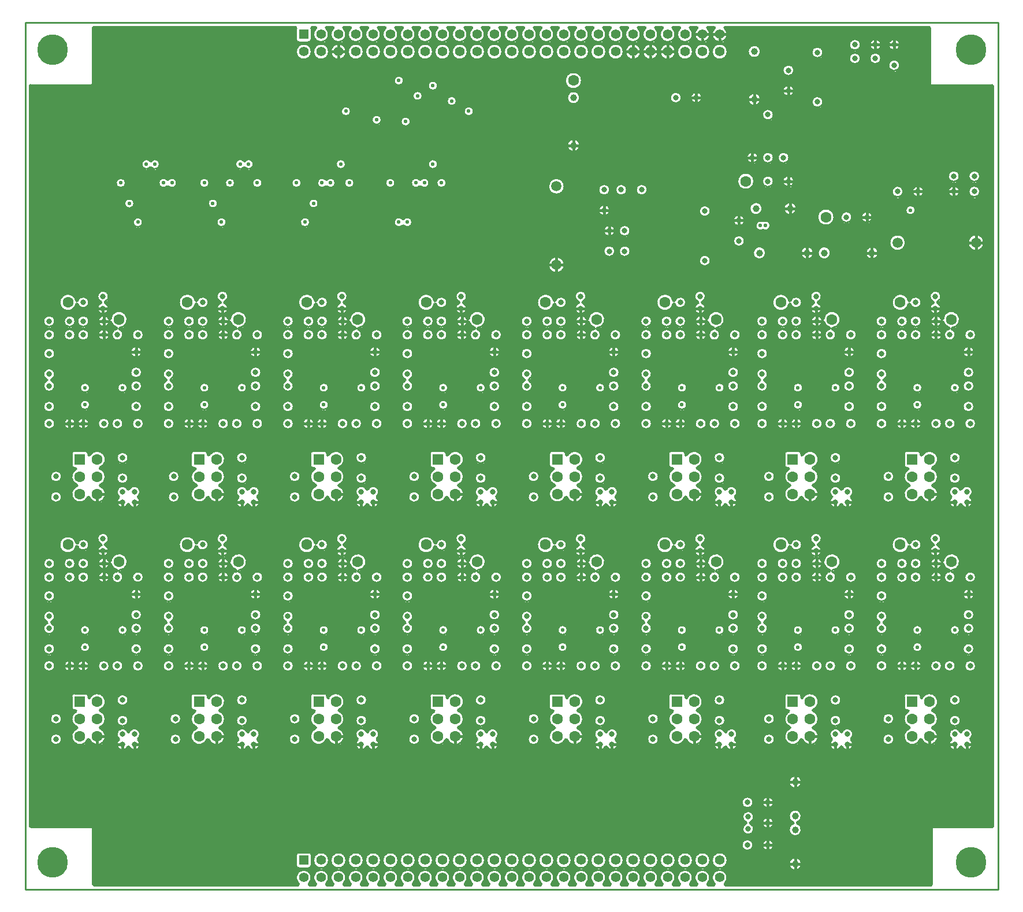
<source format=gbr>
*
*
G04 PADS Layout (Build Number 2005.266.2) generated Gerber (RS-274-X) file*
G04 PC Version=2.1*
*
%IN "module_AtoD2016_1031.pc"*%
*
%MOMM*%
*
%FSLAX35Y35*%
*
*
*
*
G04 PC Standard Apertures*
*
*
G04 Thermal Relief Aperture macro.*
%AMTER*
1,1,$1,0,0*
1,0,$1-$2,0,0*
21,0,$3,$4,0,0,45*
21,0,$3,$4,0,0,135*
%
*
*
G04 Annular Aperture macro.*
%AMANN*
1,1,$1,0,0*
1,0,$2,0,0*
%
*
*
G04 Odd Aperture macro.*
%AMODD*
1,1,$1,0,0*
1,0,$1-0.005,0,0*
%
*
*
G04 PC Custom Aperture Macros*
*
*
*
*
*
*
G04 PC Aperture Table*
*
%ADD033C,1.5*%
%ADD034R,1.4224X1.4224*%
%ADD035C,1.4224*%
%ADD058C,0.254*%
%ADD061C,1*%
%ADD062C,0.8*%
%ADD098R,1.6X1.6*%
%ADD105C,1.6*%
%ADD107C,4.5*%
%ADD110C,0.5588*%
%ADD111C,0.381*%
*
*
*
*
G04 PC Custom Flashes*
G04 Layer Name module_AtoD2016_1031.pc - flashes*
%LPD*%
*
*
G04 PC Circuitry*
G04 Layer Name module_AtoD2016_1031.pc - circuitry*
%LPD*%
*
G54D33*
G01X38185000Y22175000D03*
X39335000D03*
X33185000Y21850000D03*
Y23000000D03*
X38185000Y22175000D03*
X39335000D03*
X33185000Y21850000D03*
Y23000000D03*
G54D34*
X29482000Y13127000D03*
Y25227000D03*
G54D35*
Y12873000D03*
X29736000Y13127000D03*
Y12873000D03*
X29990000Y13127000D03*
Y12873000D03*
X30244000Y13127000D03*
Y12873000D03*
X30498000Y13127000D03*
Y12873000D03*
X30752000Y13127000D03*
Y12873000D03*
X31006000Y13127000D03*
Y12873000D03*
X31260000Y13127000D03*
Y12873000D03*
X31514000Y13127000D03*
Y12873000D03*
X31768000Y13127000D03*
Y12873000D03*
X32022000Y13127000D03*
Y12873000D03*
X32276000Y13127000D03*
Y12873000D03*
X32530000Y13127000D03*
Y12873000D03*
X32784000Y13127000D03*
Y12873000D03*
X33038000Y13127000D03*
Y12873000D03*
X33292000Y13127000D03*
Y12873000D03*
X33546000Y13127000D03*
Y12873000D03*
X33800000Y13127000D03*
Y12873000D03*
X34054000Y13127000D03*
Y12873000D03*
X34308000Y13127000D03*
Y12873000D03*
X34562000Y13127000D03*
Y12873000D03*
X34816000Y13127000D03*
Y12873000D03*
X35070000Y13127000D03*
Y12873000D03*
X35324000Y13127000D03*
Y12873000D03*
X35578000Y13127000D03*
Y12873000D03*
X29482000Y24973000D03*
X29736000Y25227000D03*
Y24973000D03*
X29990000Y25227000D03*
Y24973000D03*
X30244000Y25227000D03*
Y24973000D03*
X30498000Y25227000D03*
Y24973000D03*
X30752000Y25227000D03*
Y24973000D03*
X31006000Y25227000D03*
Y24973000D03*
X31260000Y25227000D03*
Y24973000D03*
X31514000Y25227000D03*
Y24973000D03*
X31768000Y25227000D03*
Y24973000D03*
X32022000Y25227000D03*
Y24973000D03*
X32276000Y25227000D03*
Y24973000D03*
X32530000Y25227000D03*
Y24973000D03*
X32784000Y25227000D03*
Y24973000D03*
X33038000Y25227000D03*
Y24973000D03*
X33292000Y25227000D03*
Y24973000D03*
X33546000Y25227000D03*
Y24973000D03*
X33800000Y25227000D03*
Y24973000D03*
X34054000Y25227000D03*
Y24973000D03*
X34308000Y25227000D03*
Y24973000D03*
X34562000Y25227000D03*
Y24973000D03*
X34816000Y25227000D03*
Y24973000D03*
X35070000Y25227000D03*
Y24973000D03*
X35324000Y25227000D03*
Y24973000D03*
X35578000Y25227000D03*
Y24973000D03*
G54D58*
X39332701Y15975000D02*
G75*
G03X39332701I-82701J0D01*
G01X39307701Y16225000D02*
G03X39307701I-82701J0D01*
G01Y16525000D02*
G03X39307701I-82701J0D01*
G01Y16725000D02*
G03X39307701I-82701J0D01*
G01Y17025000D02*
G03X39307701I-82701J0D01*
G01X39332701Y17275000D02*
G03X39332701I-82701J0D01*
G01X39107701Y15175000D02*
G03X39107701I-82701J0D01*
G01Y15475000D02*
G03X39107701I-82701J0D01*
G01X39032701Y15975000D02*
G03X39032701I-82701J0D01*
G01X39095641Y16500000D02*
G03X39095641I-70641J0D01*
G01X39332701Y19525000D02*
G03X39332701I-82701J0D01*
G01X39307701Y19775000D02*
G03X39307701I-82701J0D01*
G01Y20075000D02*
G03X39307701I-82701J0D01*
G01Y20275000D02*
G03X39307701I-82701J0D01*
G01Y20575000D02*
G03X39307701I-82701J0D01*
G01X39332701Y20825000D02*
G03X39332701I-82701J0D01*
G01X39452701Y22175000D02*
G03X39452701I-117701J0D01*
G01X39392701Y22925000D02*
G03X39392701I-82701J0D01*
G01Y23150000D02*
G03X39392701I-82701J0D01*
G01X39107701Y18725000D02*
G03X39107701I-82701J0D01*
G01Y19025000D02*
G03X39107701I-82701J0D01*
G01X39032701Y19525000D02*
G03X39032701I-82701J0D01*
G01X39095641Y20050000D02*
G03X39095641I-70641J0D01*
G01X39092701Y22925000D02*
G03X39092701I-82701J0D01*
G01Y23150000D02*
G03X39092701I-82701J0D01*
G01X38532701Y19525000D02*
G03X38532701I-82701J0D01*
G01X38545641Y19800000D02*
G03X38545641I-70641J0D01*
G01Y20050000D02*
G03X38545641I-70641J0D01*
G01X38532701Y20825000D02*
G03X38532701I-82701J0D01*
G01Y21025000D02*
G03X38532701I-82701J0D01*
G01X38332701Y19525000D02*
G03X38332701I-82701J0D01*
G01Y20825000D02*
G03X38332701I-82701J0D01*
G01Y21025000D02*
G03X38332701I-82701J0D01*
G01X38032701Y15975000D02*
G03X38032701I-82701J0D01*
G01Y16225000D02*
G03X38032701I-82701J0D01*
G01Y17000000D02*
G03X38032701I-82701J0D01*
G01Y17275000D02*
G03X38032701I-82701J0D01*
G01Y17475000D02*
G03X38032701I-82701J0D01*
G01X38132701Y18450000D02*
G03X38132701I-82701J0D01*
G01Y18750000D02*
G03X38132701I-82701J0D01*
G01X38445641Y22650000D02*
G03X38445641I-70641J0D01*
G01X38567701Y22925000D02*
G03X38567701I-82701J0D01*
G01X38302701Y22175000D02*
G03X38302701I-117701J0D01*
G01X38267701Y22925000D02*
G03X38267701I-82701J0D01*
G01X38217701Y24775000D02*
G03X38217701I-82701J0D01*
G01Y25075000D02*
G03X38217701I-82701J0D01*
G01X38032701Y19525000D02*
G03X38032701I-82701J0D01*
G01Y19775000D02*
G03X38032701I-82701J0D01*
G01Y20550000D02*
G03X38032701I-82701J0D01*
G01Y20825000D02*
G03X38032701I-82701J0D01*
G01Y21025000D02*
G03X38032701I-82701J0D01*
G01X37902701Y22025000D02*
G03X37902701I-92701J0D01*
G01X37817701Y22550000D02*
G03X37817701I-82701J0D01*
G01X37942701Y24875000D02*
G03X37942701I-82701J0D01*
G01Y25075000D02*
G03X37942701I-82701J0D01*
G01X37582701Y15975000D02*
G03X37582701I-82701J0D01*
G01X37557701Y16225000D02*
G03X37557701I-82701J0D01*
G01Y16525000D02*
G03X37557701I-82701J0D01*
G01Y16725000D02*
G03X37557701I-82701J0D01*
G01Y17025000D02*
G03X37557701I-82701J0D01*
G01X37582701Y17275000D02*
G03X37582701I-82701J0D01*
G01X37357701Y15175000D02*
G03X37357701I-82701J0D01*
G01Y15475000D02*
G03X37357701I-82701J0D01*
G01X37282701Y15975000D02*
G03X37282701I-82701J0D01*
G01X37345641Y16500000D02*
G03X37345641I-70641J0D01*
G01X37582701Y19525000D02*
G03X37582701I-82701J0D01*
G01X37557701Y19775000D02*
G03X37557701I-82701J0D01*
G01Y20075000D02*
G03X37557701I-82701J0D01*
G01Y20275000D02*
G03X37557701I-82701J0D01*
G01Y20575000D02*
G03X37557701I-82701J0D01*
G01X37582701Y20825000D02*
G03X37582701I-82701J0D01*
G01X37357701Y18725000D02*
G03X37357701I-82701J0D01*
G01Y19025000D02*
G03X37357701I-82701J0D01*
G01X37517701Y22550000D02*
G03X37517701I-82701J0D01*
G01X37642701Y24875000D02*
G03X37642701I-82701J0D01*
G01Y25075000D02*
G03X37642701I-82701J0D01*
G01X37282701Y19525000D02*
G03X37282701I-82701J0D01*
G01X37345641Y20050000D02*
G03X37345641I-70641J0D01*
G01X37202701Y22025000D02*
G03X37202701I-92701J0D01*
G01X37257701Y22550000D02*
G03X37257701I-122701J0D01*
G01X36782701Y19525000D02*
G03X36782701I-82701J0D01*
G01X36795641Y19800000D02*
G03X36795641I-70641J0D01*
G01Y20050000D02*
G03X36795641I-70641J0D01*
G01X36782701Y20825000D02*
G03X36782701I-82701J0D01*
G01Y21025000D02*
G03X36782701I-82701J0D01*
G01X36582701Y19525000D02*
G03X36582701I-82701J0D01*
G01Y20825000D02*
G03X36582701I-82701J0D01*
G01Y21025000D02*
G03X36582701I-82701J0D01*
G01X36282701Y15975000D02*
G03X36282701I-82701J0D01*
G01Y16225000D02*
G03X36282701I-82701J0D01*
G01Y17000000D02*
G03X36282701I-82701J0D01*
G01Y17275000D02*
G03X36282701I-82701J0D01*
G01Y17475000D02*
G03X36282701I-82701J0D01*
G01X36382701Y18450000D02*
G03X36382701I-82701J0D01*
G01Y18750000D02*
G03X36382701I-82701J0D01*
G01X36952701Y22025000D02*
G03X36952701I-92701J0D01*
G01X37092701Y24237500D02*
G03X37092701I-82701J0D01*
G01Y24962500D02*
G03X37092701I-82701J0D01*
G01X36702701Y22675000D02*
G03X36702701I-92701J0D01*
G01X36667701Y23075000D02*
G03X36667701I-82701J0D01*
G01X36596301Y23421000D02*
G03X36596301I-82701J0D01*
G01X36667701Y24400000D02*
G03X36667701I-82701J0D01*
G01Y24700000D02*
G03X36667701I-82701J0D01*
G01X36282701Y19525000D02*
G03X36282701I-82701J0D01*
G01Y19775000D02*
G03X36282701I-82701J0D01*
G01Y20550000D02*
G03X36282701I-82701J0D01*
G01Y20825000D02*
G03X36282701I-82701J0D01*
G01Y21025000D02*
G03X36282701I-82701J0D01*
G01X36067701Y13350000D02*
G03X36067701I-82701J0D01*
G01Y13975000D02*
G03X36067701I-82701J0D01*
G01X36252701Y22025000D02*
G03X36252701I-92701J0D01*
G01X36202701Y22675000D02*
G03X36202701I-92701J0D01*
G01X36367701Y23075000D02*
G03X36367701I-82701J0D01*
G01Y23421000D02*
G03X36367701I-82701J0D01*
G01Y24049650D02*
G03X36367701I-82701J0D01*
G01X35691821Y13127000D02*
G03X35691821I-113821J0D01*
G01X35882701Y15975000D02*
G03X35882701I-82701J0D01*
G01X35857701Y16225000D02*
G03X35857701I-82701J0D01*
G01Y16525000D02*
G03X35857701I-82701J0D01*
G01Y16725000D02*
G03X35857701I-82701J0D01*
G01Y17025000D02*
G03X35857701I-82701J0D01*
G01X35882701Y17275000D02*
G03X35882701I-82701J0D01*
G01X35657701Y15175000D02*
G03X35657701I-82701J0D01*
G01Y15475000D02*
G03X35657701I-82701J0D01*
G01X35437821Y13127000D02*
G03X35437821I-113821J0D01*
G01X35582701Y15975000D02*
G03X35582701I-82701J0D01*
G01X35645641Y16500000D02*
G03X35645641I-70641J0D01*
G01X35882701Y19525000D02*
G03X35882701I-82701J0D01*
G01X35857701Y19775000D02*
G03X35857701I-82701J0D01*
G01Y20075000D02*
G03X35857701I-82701J0D01*
G01Y20275000D02*
G03X35857701I-82701J0D01*
G01Y20575000D02*
G03X35857701I-82701J0D01*
G01X35882701Y20825000D02*
G03X35882701I-82701J0D01*
G01X35942701Y22200000D02*
G03X35942701I-82701J0D01*
G01Y22500000D02*
G03X35942701I-82701J0D01*
G01X36082701Y23075000D02*
G03X36082701I-122701J0D01*
G01X36139101Y23421000D02*
G03X36139101I-82701J0D01*
G01X36177701Y24275000D02*
G03X36177701I-92701J0D01*
G01Y24975000D02*
G03X36177701I-92701J0D01*
G01X35657701Y18725000D02*
G03X35657701I-82701J0D01*
G01Y19025000D02*
G03X35657701I-82701J0D01*
G01X35582701Y19525000D02*
G03X35582701I-82701J0D01*
G01X35645641Y20050000D02*
G03X35645641I-70641J0D01*
G01X35691821Y24973000D02*
G03X35691821I-113821J0D01*
G01X35442701Y21912500D02*
G03X35442701I-82701J0D01*
G01Y22637500D02*
G03X35442701I-82701J0D01*
G01X35317701Y24300000D02*
G03X35317701I-82701J0D01*
G01X35437821Y24973000D02*
G03X35437821I-113821J0D01*
G01X35082701Y19525000D02*
G03X35082701I-82701J0D01*
G01X35095641Y19800000D02*
G03X35095641I-70641J0D01*
G01Y20050000D02*
G03X35095641I-70641J0D01*
G01X35082701Y20825000D02*
G03X35082701I-82701J0D01*
G01Y21025000D02*
G03X35082701I-82701J0D01*
G01X34882701Y19525000D02*
G03X34882701I-82701J0D01*
G01Y20825000D02*
G03X34882701I-82701J0D01*
G01Y21025000D02*
G03X34882701I-82701J0D01*
G01X34421821Y13127000D02*
G03X34421821I-113821J0D01*
G01X34582701Y15975000D02*
G03X34582701I-82701J0D01*
G01Y16225000D02*
G03X34582701I-82701J0D01*
G01Y17000000D02*
G03X34582701I-82701J0D01*
G01Y17275000D02*
G03X34582701I-82701J0D01*
G01Y17475000D02*
G03X34582701I-82701J0D01*
G01X34682701Y18450000D02*
G03X34682701I-82701J0D01*
G01Y18750000D02*
G03X34682701I-82701J0D01*
G01X35017701Y24300000D02*
G03X35017701I-82701J0D01*
G01X35183821Y24973000D02*
G03X35183821I-113821J0D01*
G01X34929821D02*
G03X34929821I-113821J0D01*
G01X34582701Y19525000D02*
G03X34582701I-82701J0D01*
G01Y19775000D02*
G03X34582701I-82701J0D01*
G01Y20550000D02*
G03X34582701I-82701J0D01*
G01Y20825000D02*
G03X34582701I-82701J0D01*
G01Y21025000D02*
G03X34582701I-82701J0D01*
G01X34517701Y22950000D02*
G03X34517701I-82701J0D01*
G01X34675821Y24973000D02*
G03X34675821I-113821J0D01*
G01X34167821Y13127000D02*
G03X34167821I-113821J0D01*
G01X33913821D02*
G03X33913821I-113821J0D01*
G01X34132701Y15975000D02*
G03X34132701I-82701J0D01*
G01X34107701Y16225000D02*
G03X34107701I-82701J0D01*
G01Y16525000D02*
G03X34107701I-82701J0D01*
G01Y16725000D02*
G03X34107701I-82701J0D01*
G01Y17025000D02*
G03X34107701I-82701J0D01*
G01X34132701Y17275000D02*
G03X34132701I-82701J0D01*
G01X33907701Y15175000D02*
G03X33907701I-82701J0D01*
G01Y15475000D02*
G03X33907701I-82701J0D01*
G01X33832701Y15975000D02*
G03X33832701I-82701J0D01*
G01X33895641Y16500000D02*
G03X33895641I-70641J0D01*
G01X34132701Y19525000D02*
G03X34132701I-82701J0D01*
G01X34107701Y19775000D02*
G03X34107701I-82701J0D01*
G01Y20075000D02*
G03X34107701I-82701J0D01*
G01Y20275000D02*
G03X34107701I-82701J0D01*
G01Y20575000D02*
G03X34107701I-82701J0D01*
G01X34132701Y20825000D02*
G03X34132701I-82701J0D01*
G01X34267701Y22050000D02*
G03X34267701I-82701J0D01*
G01Y22350000D02*
G03X34267701I-82701J0D01*
G01X34217701Y22950000D02*
G03X34217701I-82701J0D01*
G01X34421821Y24973000D02*
G03X34421821I-113821J0D01*
G01X33907701Y18725000D02*
G03X33907701I-82701J0D01*
G01Y19025000D02*
G03X33907701I-82701J0D01*
G01X33832701Y19525000D02*
G03X33832701I-82701J0D01*
G01X33895641Y20050000D02*
G03X33895641I-70641J0D01*
G01X34042701Y22050000D02*
G03X34042701I-82701J0D01*
G01Y22350000D02*
G03X34042701I-82701J0D01*
G01X33967701Y22650000D02*
G03X33967701I-82701J0D01*
G01Y22950000D02*
G03X33967701I-82701J0D01*
G01X34167821Y24973000D02*
G03X34167821I-113821J0D01*
G01X33913821D02*
G03X33913821I-113821J0D01*
G01X33332701Y19525000D02*
G03X33332701I-82701J0D01*
G01X33345641Y19800000D02*
G03X33345641I-70641J0D01*
G01Y20050000D02*
G03X33345641I-70641J0D01*
G01X33527701Y23600000D02*
G03X33527701I-92701J0D01*
G01Y24300000D02*
G03X33527701I-92701J0D01*
G01X33332701Y20825000D02*
G03X33332701I-82701J0D01*
G01Y21025000D02*
G03X33332701I-82701J0D01*
G01X33132701Y19525000D02*
G03X33132701I-82701J0D01*
G01Y20825000D02*
G03X33132701I-82701J0D01*
G01Y21025000D02*
G03X33132701I-82701J0D01*
G01X32832701Y15975000D02*
G03X32832701I-82701J0D01*
G01Y16225000D02*
G03X32832701I-82701J0D01*
G01Y17000000D02*
G03X32832701I-82701J0D01*
G01Y17275000D02*
G03X32832701I-82701J0D01*
G01Y17475000D02*
G03X32832701I-82701J0D01*
G01X32932701Y18450000D02*
G03X32932701I-82701J0D01*
G01Y18750000D02*
G03X32932701I-82701J0D01*
G01X33557701Y24550000D02*
G03X33557701I-122701J0D01*
G01X33659821Y24973000D02*
G03X33659821I-113821J0D01*
G01X33302701Y21850000D02*
G03X33302701I-117701J0D01*
G01Y23000000D02*
G03X33302701I-117701J0D01*
G01X33405821Y24973000D02*
G03X33405821I-113821J0D01*
G01X33151821D02*
G03X33151821I-113821J0D01*
G01X32832701Y19525000D02*
G03X32832701I-82701J0D01*
G01Y19775000D02*
G03X32832701I-82701J0D01*
G01Y20550000D02*
G03X32832701I-82701J0D01*
G01Y20825000D02*
G03X32832701I-82701J0D01*
G01Y21025000D02*
G03X32832701I-82701J0D01*
G01X32897821Y24973000D02*
G03X32897821I-113821J0D01*
G01X32643821Y13127000D02*
G03X32643821I-113821J0D01*
G01Y24973000D02*
G03X32643821I-113821J0D01*
G01X32389821Y13127000D02*
G03X32389821I-113821J0D01*
G01X32135821D02*
G03X32135821I-113821J0D01*
G01X32382701Y15975000D02*
G03X32382701I-82701J0D01*
G01X32357701Y16225000D02*
G03X32357701I-82701J0D01*
G01Y16525000D02*
G03X32357701I-82701J0D01*
G01Y16725000D02*
G03X32357701I-82701J0D01*
G01Y17025000D02*
G03X32357701I-82701J0D01*
G01X32382701Y17275000D02*
G03X32382701I-82701J0D01*
G01X32157701Y15175000D02*
G03X32157701I-82701J0D01*
G01Y15475000D02*
G03X32157701I-82701J0D01*
G01X32082701Y15975000D02*
G03X32082701I-82701J0D01*
G01X32145641Y16500000D02*
G03X32145641I-70641J0D01*
G01X32382701Y19525000D02*
G03X32382701I-82701J0D01*
G01X32357701Y19775000D02*
G03X32357701I-82701J0D01*
G01Y20075000D02*
G03X32357701I-82701J0D01*
G01Y20275000D02*
G03X32357701I-82701J0D01*
G01Y20575000D02*
G03X32357701I-82701J0D01*
G01X32382701Y20825000D02*
G03X32382701I-82701J0D01*
G01X32389821Y24973000D02*
G03X32389821I-113821J0D01*
G01X32157701Y18725000D02*
G03X32157701I-82701J0D01*
G01Y19025000D02*
G03X32157701I-82701J0D01*
G01X32082701Y19525000D02*
G03X32082701I-82701J0D01*
G01X32145641Y20050000D02*
G03X32145641I-70641J0D01*
G01X31970641Y24100000D02*
G03X31970641I-70641J0D01*
G01X32135821Y24973000D02*
G03X32135821I-113821J0D01*
G01X31582701Y19525000D02*
G03X31582701I-82701J0D01*
G01X31595641Y19800000D02*
G03X31595641I-70641J0D01*
G01Y20050000D02*
G03X31595641I-70641J0D01*
G01X31582701Y20825000D02*
G03X31582701I-82701J0D01*
G01Y21025000D02*
G03X31582701I-82701J0D01*
G01X31382701Y19525000D02*
G03X31382701I-82701J0D01*
G01Y20825000D02*
G03X31382701I-82701J0D01*
G01Y21025000D02*
G03X31382701I-82701J0D01*
G01X31082701Y15975000D02*
G03X31082701I-82701J0D01*
G01Y16225000D02*
G03X31082701I-82701J0D01*
G01Y17000000D02*
G03X31082701I-82701J0D01*
G01Y17275000D02*
G03X31082701I-82701J0D01*
G01Y17475000D02*
G03X31082701I-82701J0D01*
G01X31182701Y18450000D02*
G03X31182701I-82701J0D01*
G01Y18750000D02*
G03X31182701I-82701J0D01*
G01X31720641Y24250000D02*
G03X31720641I-70641J0D01*
G01X31881821Y24973000D02*
G03X31881821I-113821J0D01*
G01X31570641Y23050000D02*
G03X31570641I-70641J0D01*
G01X31082701Y19525000D02*
G03X31082701I-82701J0D01*
G01Y19775000D02*
G03X31082701I-82701J0D01*
G01Y20550000D02*
G03X31082701I-82701J0D01*
G01Y20825000D02*
G03X31082701I-82701J0D01*
G01Y21025000D02*
G03X31082701I-82701J0D01*
G01X30865821Y13127000D02*
G03X30865821I-113821J0D01*
G01X31445641Y23325000D02*
G03X31445641I-70641J0D01*
G01Y24475000D02*
G03X31445641I-70641J0D01*
G01X31627821Y24973000D02*
G03X31627821I-113821J0D01*
G01X31220641Y24325000D02*
G03X31220641I-70641J0D01*
G01X31373821Y24973000D02*
G03X31373821I-113821J0D01*
G01X31045641Y23950000D02*
G03X31045641I-70641J0D01*
G01X30820641Y23050000D02*
G03X30820641I-70641J0D01*
G01X30945641Y24550000D02*
G03X30945641I-70641J0D01*
G01X31119821Y24973000D02*
G03X31119821I-113821J0D01*
G01X30865821D02*
G03X30865821I-113821J0D01*
G01X30611821Y13127000D02*
G03X30611821I-113821J0D01*
G01X30357821D02*
G03X30357821I-113821J0D01*
G01X30632701Y15975000D02*
G03X30632701I-82701J0D01*
G01X30607701Y16225000D02*
G03X30607701I-82701J0D01*
G01Y16525000D02*
G03X30607701I-82701J0D01*
G01Y16725000D02*
G03X30607701I-82701J0D01*
G01Y17025000D02*
G03X30607701I-82701J0D01*
G01X30632701Y17275000D02*
G03X30632701I-82701J0D01*
G01X30407701Y15175000D02*
G03X30407701I-82701J0D01*
G01Y15475000D02*
G03X30407701I-82701J0D01*
G01X30332701Y15975000D02*
G03X30332701I-82701J0D01*
G01X30395641Y16500000D02*
G03X30395641I-70641J0D01*
G01X30632701Y19525000D02*
G03X30632701I-82701J0D01*
G01X30607701Y19775000D02*
G03X30607701I-82701J0D01*
G01Y20075000D02*
G03X30607701I-82701J0D01*
G01Y20275000D02*
G03X30607701I-82701J0D01*
G01Y20575000D02*
G03X30607701I-82701J0D01*
G01X30632701Y20825000D02*
G03X30632701I-82701J0D01*
G01X30620641Y23975000D02*
G03X30620641I-70641J0D01*
G01X30407701Y18725000D02*
G03X30407701I-82701J0D01*
G01Y19025000D02*
G03X30407701I-82701J0D01*
G01X30332701Y19525000D02*
G03X30332701I-82701J0D01*
G01X30395641Y20050000D02*
G03X30395641I-70641J0D01*
G01X30611821Y24973000D02*
G03X30611821I-113821J0D01*
G01X30220641Y23050000D02*
G03X30220641I-70641J0D01*
G01X30095641Y23325000D02*
G03X30095641I-70641J0D01*
G01X30170641Y24100000D02*
G03X30170641I-70641J0D01*
G01X30357821Y24973000D02*
G03X30357821I-113821J0D01*
G01X29832701Y19525000D02*
G03X29832701I-82701J0D01*
G01X29845641Y19800000D02*
G03X29845641I-70641J0D01*
G01Y20050000D02*
G03X29845641I-70641J0D01*
G01X29832701Y20825000D02*
G03X29832701I-82701J0D01*
G01Y21025000D02*
G03X29832701I-82701J0D01*
G01X29632701Y19525000D02*
G03X29632701I-82701J0D01*
G01Y20825000D02*
G03X29632701I-82701J0D01*
G01Y21025000D02*
G03X29632701I-82701J0D01*
G01X29332701Y15975000D02*
G03X29332701I-82701J0D01*
G01Y16225000D02*
G03X29332701I-82701J0D01*
G01Y17000000D02*
G03X29332701I-82701J0D01*
G01Y17275000D02*
G03X29332701I-82701J0D01*
G01Y17475000D02*
G03X29332701I-82701J0D01*
G01X29432701Y18450000D02*
G03X29432701I-82701J0D01*
G01Y18750000D02*
G03X29432701I-82701J0D01*
G01X29570641Y22475000D02*
G03X29570641I-70641J0D01*
G01X29695641Y22750000D02*
G03X29695641I-70641J0D01*
G01X30103821Y24973000D02*
G03X30103821I-113821J0D01*
G01X29849821D02*
G03X29849821I-113821J0D01*
G01X29332701Y19525000D02*
G03X29332701I-82701J0D01*
G01Y19775000D02*
G03X29332701I-82701J0D01*
G01Y20550000D02*
G03X29332701I-82701J0D01*
G01Y20825000D02*
G03X29332701I-82701J0D01*
G01Y21025000D02*
G03X29332701I-82701J0D01*
G01X29445641Y23050000D02*
G03X29445641I-70641J0D01*
G01X29595821Y24973000D02*
G03X29595821I-113821J0D01*
G01X28882701Y15975000D02*
G03X28882701I-82701J0D01*
G01X28857701Y16225000D02*
G03X28857701I-82701J0D01*
G01Y16525000D02*
G03X28857701I-82701J0D01*
G01Y16725000D02*
G03X28857701I-82701J0D01*
G01Y17025000D02*
G03X28857701I-82701J0D01*
G01X28882701Y17275000D02*
G03X28882701I-82701J0D01*
G01X28657701Y15175000D02*
G03X28657701I-82701J0D01*
G01Y15475000D02*
G03X28657701I-82701J0D01*
G01X28582701Y15975000D02*
G03X28582701I-82701J0D01*
G01X28645641Y16500000D02*
G03X28645641I-70641J0D01*
G01X28882701Y19525000D02*
G03X28882701I-82701J0D01*
G01X28857701Y19775000D02*
G03X28857701I-82701J0D01*
G01Y20075000D02*
G03X28857701I-82701J0D01*
G01Y20275000D02*
G03X28857701I-82701J0D01*
G01Y20575000D02*
G03X28857701I-82701J0D01*
G01X28882701Y20825000D02*
G03X28882701I-82701J0D01*
G01X28870641Y23050000D02*
G03X28870641I-70641J0D01*
G01X28657701Y18725000D02*
G03X28657701I-82701J0D01*
G01Y19025000D02*
G03X28657701I-82701J0D01*
G01X28582701Y19525000D02*
G03X28582701I-82701J0D01*
G01X28645641Y20050000D02*
G03X28645641I-70641J0D01*
G01X28345641Y22475000D02*
G03X28345641I-70641J0D01*
G01X28470641Y23050000D02*
G03X28470641I-70641J0D01*
G01X28082701Y19525000D02*
G03X28082701I-82701J0D01*
G01X28095641Y19800000D02*
G03X28095641I-70641J0D01*
G01Y20050000D02*
G03X28095641I-70641J0D01*
G01X28082701Y20825000D02*
G03X28082701I-82701J0D01*
G01Y21025000D02*
G03X28082701I-82701J0D01*
G01X27882701Y19525000D02*
G03X27882701I-82701J0D01*
G01Y20825000D02*
G03X27882701I-82701J0D01*
G01Y21025000D02*
G03X27882701I-82701J0D01*
G01X27582701Y15975000D02*
G03X27582701I-82701J0D01*
G01Y16225000D02*
G03X27582701I-82701J0D01*
G01Y17000000D02*
G03X27582701I-82701J0D01*
G01Y17275000D02*
G03X27582701I-82701J0D01*
G01Y17475000D02*
G03X27582701I-82701J0D01*
G01X27657701Y18450000D02*
G03X27657701I-82701J0D01*
G01Y18750000D02*
G03X27657701I-82701J0D01*
G01X28220641Y22750000D02*
G03X28220641I-70641J0D01*
G01X28095641Y23050000D02*
G03X28095641I-70641J0D01*
G01X27582701Y19525000D02*
G03X27582701I-82701J0D01*
G01Y19775000D02*
G03X27582701I-82701J0D01*
G01Y20550000D02*
G03X27582701I-82701J0D01*
G01Y20825000D02*
G03X27582701I-82701J0D01*
G01Y21025000D02*
G03X27582701I-82701J0D01*
G01X27132701Y15975000D02*
G03X27132701I-82701J0D01*
G01X27107701Y16225000D02*
G03X27107701I-82701J0D01*
G01Y16525000D02*
G03X27107701I-82701J0D01*
G01Y16725000D02*
G03X27107701I-82701J0D01*
G01Y17025000D02*
G03X27107701I-82701J0D01*
G01X27132701Y17275000D02*
G03X27132701I-82701J0D01*
G01X26907701Y15175000D02*
G03X26907701I-82701J0D01*
G01Y15475000D02*
G03X26907701I-82701J0D01*
G01X26832701Y15975000D02*
G03X26832701I-82701J0D01*
G01X26895641Y16500000D02*
G03X26895641I-70641J0D01*
G01X27132701Y19525000D02*
G03X27132701I-82701J0D01*
G01X27107701Y19775000D02*
G03X27107701I-82701J0D01*
G01Y20075000D02*
G03X27107701I-82701J0D01*
G01Y20275000D02*
G03X27107701I-82701J0D01*
G01Y20575000D02*
G03X27107701I-82701J0D01*
G01X27132701Y20825000D02*
G03X27132701I-82701J0D01*
G01X27120641Y22475000D02*
G03X27120641I-70641J0D01*
G01X26907701Y18725000D02*
G03X26907701I-82701J0D01*
G01Y19025000D02*
G03X26907701I-82701J0D01*
G01X26832701Y19525000D02*
G03X26832701I-82701J0D01*
G01X26895641Y20050000D02*
G03X26895641I-70641J0D01*
G01X26995641Y22750000D02*
G03X26995641I-70641J0D01*
G01X26870641Y23050000D02*
G03X26870641I-70641J0D01*
G01X26332701Y19525000D02*
G03X26332701I-82701J0D01*
G01X26345641Y19800000D02*
G03X26345641I-70641J0D01*
G01Y20050000D02*
G03X26345641I-70641J0D01*
G01X26332701Y20825000D02*
G03X26332701I-82701J0D01*
G01Y21025000D02*
G03X26332701I-82701J0D01*
G01X26132701Y19525000D02*
G03X26132701I-82701J0D01*
G01Y20825000D02*
G03X26132701I-82701J0D01*
G01Y21025000D02*
G03X26132701I-82701J0D01*
G01X25832701Y15975000D02*
G03X25832701I-82701J0D01*
G01Y16225000D02*
G03X25832701I-82701J0D01*
G01Y17000000D02*
G03X25832701I-82701J0D01*
G01Y17275000D02*
G03X25832701I-82701J0D01*
G01Y17475000D02*
G03X25832701I-82701J0D01*
G01X25932701Y18450000D02*
G03X25932701I-82701J0D01*
G01Y18750000D02*
G03X25932701I-82701J0D01*
G01X25832701Y19525000D02*
G03X25832701I-82701J0D01*
G01Y19775000D02*
G03X25832701I-82701J0D01*
G01Y20550000D02*
G03X25832701I-82701J0D01*
G01Y20825000D02*
G03X25832701I-82701J0D01*
G01Y21025000D02*
G03X25832701I-82701J0D01*
G01X26632701Y15975000D02*
G03X26632701I-82701J0D01*
G01Y17275000D02*
G03X26632701I-82701J0D01*
G01X26332701Y15975000D02*
G03X26332701I-82701J0D01*
G01X26345641Y16250000D02*
G03X26345641I-70641J0D01*
G01Y16500000D02*
G03X26345641I-70641J0D01*
G01X26332701Y17275000D02*
G03X26332701I-82701J0D01*
G01Y17475000D02*
G03X26332701I-82701J0D01*
G01X26132701Y15975000D02*
G03X26132701I-82701J0D01*
G01Y17275000D02*
G03X26132701I-82701J0D01*
G01Y17475000D02*
G03X26132701I-82701J0D01*
G01X25932701Y14900000D02*
G03X25932701I-82701J0D01*
G01Y15200000D02*
G03X25932701I-82701J0D01*
G01X26632701Y19525000D02*
G03X26632701I-82701J0D01*
G01Y20825000D02*
G03X26632701I-82701J0D01*
G01X28382701Y15975000D02*
G03X28382701I-82701J0D01*
G01Y17275000D02*
G03X28382701I-82701J0D01*
G01X28082701Y15975000D02*
G03X28082701I-82701J0D01*
G01X28095641Y16250000D02*
G03X28095641I-70641J0D01*
G01Y16500000D02*
G03X28095641I-70641J0D01*
G01X28082701Y17275000D02*
G03X28082701I-82701J0D01*
G01Y17475000D02*
G03X28082701I-82701J0D01*
G01X27882701Y15975000D02*
G03X27882701I-82701J0D01*
G01Y17275000D02*
G03X27882701I-82701J0D01*
G01Y17475000D02*
G03X27882701I-82701J0D01*
G01X27682701Y14900000D02*
G03X27682701I-82701J0D01*
G01Y15200000D02*
G03X27682701I-82701J0D01*
G01X28382701Y19525000D02*
G03X28382701I-82701J0D01*
G01Y20825000D02*
G03X28382701I-82701J0D01*
G01X30103821Y13127000D02*
G03X30103821I-113821J0D01*
G01X29849821D02*
G03X29849821I-113821J0D01*
G01X30132701Y15975000D02*
G03X30132701I-82701J0D01*
G01Y17275000D02*
G03X30132701I-82701J0D01*
G01X29832701Y15975000D02*
G03X29832701I-82701J0D01*
G01X29845641Y16250000D02*
G03X29845641I-70641J0D01*
G01Y16500000D02*
G03X29845641I-70641J0D01*
G01X29832701Y17275000D02*
G03X29832701I-82701J0D01*
G01Y17475000D02*
G03X29832701I-82701J0D01*
G01X29632701Y15975000D02*
G03X29632701I-82701J0D01*
G01Y17275000D02*
G03X29632701I-82701J0D01*
G01Y17475000D02*
G03X29632701I-82701J0D01*
G01X29432701Y14900000D02*
G03X29432701I-82701J0D01*
G01Y15200000D02*
G03X29432701I-82701J0D01*
G01X30132701Y19525000D02*
G03X30132701I-82701J0D01*
G01Y20825000D02*
G03X30132701I-82701J0D01*
G01X31881821Y13127000D02*
G03X31881821I-113821J0D01*
G01X31627821D02*
G03X31627821I-113821J0D01*
G01X31373821D02*
G03X31373821I-113821J0D01*
G01X31882701Y15975000D02*
G03X31882701I-82701J0D01*
G01Y17275000D02*
G03X31882701I-82701J0D01*
G01X31582701Y15975000D02*
G03X31582701I-82701J0D01*
G01X31595641Y16250000D02*
G03X31595641I-70641J0D01*
G01Y16500000D02*
G03X31595641I-70641J0D01*
G01X31582701Y17275000D02*
G03X31582701I-82701J0D01*
G01Y17475000D02*
G03X31582701I-82701J0D01*
G01X31382701Y15975000D02*
G03X31382701I-82701J0D01*
G01Y17275000D02*
G03X31382701I-82701J0D01*
G01Y17475000D02*
G03X31382701I-82701J0D01*
G01X31119821Y13127000D02*
G03X31119821I-113821J0D01*
G01X31182701Y14900000D02*
G03X31182701I-82701J0D01*
G01Y15200000D02*
G03X31182701I-82701J0D01*
G01X31882701Y19525000D02*
G03X31882701I-82701J0D01*
G01Y20825000D02*
G03X31882701I-82701J0D01*
G01X33659821Y13127000D02*
G03X33659821I-113821J0D01*
G01X33405821D02*
G03X33405821I-113821J0D01*
G01X33151821D02*
G03X33151821I-113821J0D01*
G01X33632701Y15975000D02*
G03X33632701I-82701J0D01*
G01Y17275000D02*
G03X33632701I-82701J0D01*
G01X33332701Y15975000D02*
G03X33332701I-82701J0D01*
G01X33345641Y16250000D02*
G03X33345641I-70641J0D01*
G01Y16500000D02*
G03X33345641I-70641J0D01*
G01X33332701Y17275000D02*
G03X33332701I-82701J0D01*
G01Y17475000D02*
G03X33332701I-82701J0D01*
G01X33132701Y15975000D02*
G03X33132701I-82701J0D01*
G01Y17275000D02*
G03X33132701I-82701J0D01*
G01Y17475000D02*
G03X33132701I-82701J0D01*
G01X32897821Y13127000D02*
G03X32897821I-113821J0D01*
G01X32932701Y14900000D02*
G03X32932701I-82701J0D01*
G01Y15200000D02*
G03X32932701I-82701J0D01*
G01X33632701Y19525000D02*
G03X33632701I-82701J0D01*
G01Y20825000D02*
G03X33632701I-82701J0D01*
G01X35183821Y13127000D02*
G03X35183821I-113821J0D01*
G01X34929821D02*
G03X34929821I-113821J0D01*
G01X35382701Y15975000D02*
G03X35382701I-82701J0D01*
G01Y17275000D02*
G03X35382701I-82701J0D01*
G01X35082701Y15975000D02*
G03X35082701I-82701J0D01*
G01X35095641Y16250000D02*
G03X35095641I-70641J0D01*
G01Y16500000D02*
G03X35095641I-70641J0D01*
G01X35082701Y17275000D02*
G03X35082701I-82701J0D01*
G01Y17475000D02*
G03X35082701I-82701J0D01*
G01X34882701Y15975000D02*
G03X34882701I-82701J0D01*
G01Y17275000D02*
G03X34882701I-82701J0D01*
G01Y17475000D02*
G03X34882701I-82701J0D01*
G01X34675821Y13127000D02*
G03X34675821I-113821J0D01*
G01X34682701Y14900000D02*
G03X34682701I-82701J0D01*
G01Y15200000D02*
G03X34682701I-82701J0D01*
G01X35382701Y19525000D02*
G03X35382701I-82701J0D01*
G01Y20825000D02*
G03X35382701I-82701J0D01*
G01X36777701Y13075000D02*
G03X36777701I-92701J0D01*
G01Y14275000D02*
G03X36777701I-92701J0D01*
G01X37082701Y15975000D02*
G03X37082701I-82701J0D01*
G01Y17275000D02*
G03X37082701I-82701J0D01*
G01X36782701Y15975000D02*
G03X36782701I-82701J0D01*
G01X36795641Y16250000D02*
G03X36795641I-70641J0D01*
G01Y16500000D02*
G03X36795641I-70641J0D01*
G01X36782701Y17275000D02*
G03X36782701I-82701J0D01*
G01Y17475000D02*
G03X36782701I-82701J0D01*
G01X36582701Y15975000D02*
G03X36582701I-82701J0D01*
G01Y17275000D02*
G03X36582701I-82701J0D01*
G01Y17475000D02*
G03X36582701I-82701J0D01*
G01X36367701Y13350000D02*
G03X36367701I-82701J0D01*
G01Y13675000D02*
G03X36367701I-82701J0D01*
G01Y13975000D02*
G03X36367701I-82701J0D01*
G01X36382701Y14900000D02*
G03X36382701I-82701J0D01*
G01Y15200000D02*
G03X36382701I-82701J0D01*
G01X37082701Y19525000D02*
G03X37082701I-82701J0D01*
G01Y20825000D02*
G03X37082701I-82701J0D01*
G01X38832701Y15975000D02*
G03X38832701I-82701J0D01*
G01Y17275000D02*
G03X38832701I-82701J0D01*
G01X38532701Y15975000D02*
G03X38532701I-82701J0D01*
G01X38545641Y16250000D02*
G03X38545641I-70641J0D01*
G01Y16500000D02*
G03X38545641I-70641J0D01*
G01X38532701Y17275000D02*
G03X38532701I-82701J0D01*
G01Y17475000D02*
G03X38532701I-82701J0D01*
G01X38332701Y15975000D02*
G03X38332701I-82701J0D01*
G01Y17275000D02*
G03X38332701I-82701J0D01*
G01Y17475000D02*
G03X38332701I-82701J0D01*
G01X38132701Y14900000D02*
G03X38132701I-82701J0D01*
G01Y15200000D02*
G03X38132701I-82701J0D01*
G01X38832701Y19525000D02*
G03X38832701I-82701J0D01*
G01Y20825000D02*
G03X38832701I-82701J0D01*
G01X39587300Y13625401D02*
Y24474599D01*
X39587300D02*
G03X39574600Y24487299I-12700J0D01*
G01X39574600D02*
X38675000D01*
X38662299Y24500000D02*
G03X38675000Y24487299I12701J0D01*
G01X38662299Y24500000D02*
Y25324600D01*
X38662299D02*
G03X38649599Y25337300I-12700J0D01*
G01X38649599D02*
X35658509D01*
G03X35650428Y25314803I-0J-12700*
G01X35505573D02*
G03X35650427I72427J-87803D01*
G01X35505572D02*
G03X35497491Y25337300I-8081J9797D01*
G01X35404509*
G03X35396428Y25314803I-0J-12700*
G01X35251573D02*
G03X35396427I72427J-87803D01*
G01X35251572D02*
G03X35243491Y25337300I-8081J9797D01*
G01X35150509*
G03X35142428Y25314803I-0J-12700*
G01X34997573D02*
G03X35142427I72427J-87803D01*
G01X34997572D02*
G03X34989491Y25337300I-8081J9797D01*
G01X34896509*
G03X34888428Y25314803I-0J-12700*
G01X34743573D02*
G03X34888427I72427J-87803D01*
G01X34743572D02*
G03X34735491Y25337300I-8081J9797D01*
G01X34642509*
G03X34634428Y25314803I-0J-12700*
G01X34489573D02*
G03X34634427I72427J-87803D01*
G01X34489572D02*
G03X34481491Y25337300I-8081J9797D01*
G01X34388509*
G03X34380428Y25314803I-0J-12700*
G01X34235573D02*
G03X34380427I72427J-87803D01*
G01X34235572D02*
G03X34227491Y25337300I-8081J9797D01*
G01X34134509*
G03X34126428Y25314803I-0J-12700*
G01X33981573D02*
G03X34126427I72427J-87803D01*
G01X33981572D02*
G03X33973491Y25337300I-8081J9797D01*
G01X33880509*
G03X33872428Y25314803I-0J-12700*
G01X33727573D02*
G03X33872427I72427J-87803D01*
G01X33727572D02*
G03X33719491Y25337300I-8081J9797D01*
G01X33626509*
G03X33618428Y25314803I-0J-12700*
G01X33473573D02*
G03X33618427I72427J-87803D01*
G01X33473572D02*
G03X33465491Y25337300I-8081J9797D01*
G01X33372509*
G03X33364428Y25314803I-0J-12700*
G01X33219573D02*
G03X33364427I72427J-87803D01*
G01X33219572D02*
G03X33211491Y25337300I-8081J9797D01*
G01X33118509*
G03X33110428Y25314803I-0J-12700*
G01X32965573D02*
G03X33110427I72427J-87803D01*
G01X32965572D02*
G03X32957491Y25337300I-8081J9797D01*
G01X32864509*
G03X32856428Y25314803I-0J-12700*
G01X32711573D02*
G03X32856427I72427J-87803D01*
G01X32711572D02*
G03X32703491Y25337300I-8081J9797D01*
G01X32610509*
G03X32602428Y25314803I-0J-12700*
G01X32457573D02*
G03X32602427I72427J-87803D01*
G01X32457572D02*
G03X32449491Y25337300I-8081J9797D01*
G01X32356509*
G03X32348428Y25314803I-0J-12700*
G01X32203573D02*
G03X32348427I72427J-87803D01*
G01X32203572D02*
G03X32195491Y25337300I-8081J9797D01*
G01X32102509*
G03X32094428Y25314803I-0J-12700*
G01X31949573D02*
G03X32094427I72427J-87803D01*
G01X31949572D02*
G03X31941491Y25337300I-8081J9797D01*
G01X31848509*
G03X31840428Y25314803I-0J-12700*
G01X31695573D02*
G03X31840427I72427J-87803D01*
G01X31695572D02*
G03X31687491Y25337300I-8081J9797D01*
G01X31594509*
G03X31586428Y25314803I-0J-12700*
G01X31441573D02*
G03X31586427I72427J-87803D01*
G01X31441572D02*
G03X31433491Y25337300I-8081J9797D01*
G01X31340509*
G03X31332428Y25314803I-0J-12700*
G01X31187573D02*
G03X31332427I72427J-87803D01*
G01X31187572D02*
G03X31179491Y25337300I-8081J9797D01*
G01X31086509*
G03X31078428Y25314803I-0J-12700*
G01X30933573D02*
G03X31078427I72427J-87803D01*
G01X30933572D02*
G03X30925491Y25337300I-8081J9797D01*
G01X30832509*
G03X30824428Y25314803I-0J-12700*
G01X30679573D02*
G03X30824427I72427J-87803D01*
G01X30679572D02*
G03X30671491Y25337300I-8081J9797D01*
G01X30578509*
G03X30570428Y25314803I-0J-12700*
G01X30425573D02*
G03X30570427I72427J-87803D01*
G01X30425572D02*
G03X30417491Y25337300I-8081J9797D01*
G01X30324509*
G03X30316428Y25314803I-0J-12700*
G01X30171573D02*
G03X30316427I72427J-87803D01*
G01X30171572D02*
G03X30163491Y25337300I-8081J9797D01*
G01X30070509*
G03X30062428Y25314803I-0J-12700*
G01X29917573D02*
G03X30062427I72427J-87803D01*
G01X29917572D02*
G03X29909491Y25337300I-8081J9797D01*
G01X29816509*
G03X29808428Y25314803I-0J-12700*
G01X29663573D02*
G03X29808427I72427J-87803D01*
G01X29663572D02*
G03X29655491Y25337300I-8081J9797D01*
G01X29601782*
G03X29590627Y25318530I0J-12700*
G01X29595821Y25298120D02*
G03X29590627Y25318530I-42701J0D01*
G01X29595821Y25298120D02*
Y25155880D01*
X29553120Y25113179D02*
G03X29595821Y25155880I0J42701D01*
G01X29553120Y25113179D02*
X29410880D01*
X29368179Y25155880D02*
G03X29410880Y25113179I42701J0D01*
G01X29368179Y25155880D02*
Y25298120D01*
X29373373Y25318530D02*
G03X29368179Y25298120I37507J-20410D01*
G01X29373373Y25318530D02*
G03X29362218Y25337300I-11155J6070D01*
G01X26400401*
X26400401D02*
G03X26387701Y25324600I-0J-12700D01*
G01X26387701D02*
Y24500000D01*
X26375000Y24487299D02*
G03X26387701Y24500000I0J12701D01*
G01X26375000Y24487299D02*
X25475400D01*
X25475400D02*
G03X25462700Y24474599I0J-12700D01*
G01X25462700D02*
Y13625401D01*
X25462700D02*
G03X25475400Y13612701I12700J-0D01*
G01X25475400D02*
X26375000D01*
X26387701Y13600000D02*
G03X26375000Y13612701I-12701J0D01*
G01X26387701Y13600000D02*
Y12775400D01*
X26387701D02*
G03X26400401Y12762700I12700J0D01*
G01X26400401D02*
X29401491D01*
G03X29409572Y12785197I0J12700*
G01X29554427D02*
G03X29409573I-72427J87803D01*
G01X29554428D02*
G03X29562509Y12762700I8081J-9797D01*
G01X29655491*
G03X29663572Y12785197I0J12700*
G01X29808427D02*
G03X29663573I-72427J87803D01*
G01X29808428D02*
G03X29816509Y12762700I8081J-9797D01*
G01X29909491*
G03X29917572Y12785197I0J12700*
G01X30062427D02*
G03X29917573I-72427J87803D01*
G01X30062428D02*
G03X30070509Y12762700I8081J-9797D01*
G01X30163491*
G03X30171572Y12785197I0J12700*
G01X30316427D02*
G03X30171573I-72427J87803D01*
G01X30316428D02*
G03X30324509Y12762700I8081J-9797D01*
G01X30417491*
G03X30425572Y12785197I0J12700*
G01X30570427D02*
G03X30425573I-72427J87803D01*
G01X30570428D02*
G03X30578509Y12762700I8081J-9797D01*
G01X30671491*
G03X30679572Y12785197I0J12700*
G01X30824427D02*
G03X30679573I-72427J87803D01*
G01X30824428D02*
G03X30832509Y12762700I8081J-9797D01*
G01X30925491*
G03X30933572Y12785197I0J12700*
G01X31078427D02*
G03X30933573I-72427J87803D01*
G01X31078428D02*
G03X31086509Y12762700I8081J-9797D01*
G01X31179491*
G03X31187572Y12785197I0J12700*
G01X31332427D02*
G03X31187573I-72427J87803D01*
G01X31332428D02*
G03X31340509Y12762700I8081J-9797D01*
G01X31433491*
G03X31441572Y12785197I0J12700*
G01X31586427D02*
G03X31441573I-72427J87803D01*
G01X31586428D02*
G03X31594509Y12762700I8081J-9797D01*
G01X31687491*
G03X31695572Y12785197I0J12700*
G01X31840427D02*
G03X31695573I-72427J87803D01*
G01X31840428D02*
G03X31848509Y12762700I8081J-9797D01*
G01X31941491*
G03X31949572Y12785197I0J12700*
G01X32094427D02*
G03X31949573I-72427J87803D01*
G01X32094428D02*
G03X32102509Y12762700I8081J-9797D01*
G01X32195491*
G03X32203572Y12785197I0J12700*
G01X32348427D02*
G03X32203573I-72427J87803D01*
G01X32348428D02*
G03X32356509Y12762700I8081J-9797D01*
G01X32449491*
G03X32457572Y12785197I0J12700*
G01X32602427D02*
G03X32457573I-72427J87803D01*
G01X32602428D02*
G03X32610509Y12762700I8081J-9797D01*
G01X32703491*
G03X32711572Y12785197I0J12700*
G01X32856427D02*
G03X32711573I-72427J87803D01*
G01X32856428D02*
G03X32864509Y12762700I8081J-9797D01*
G01X32957491*
G03X32965572Y12785197I0J12700*
G01X33110427D02*
G03X32965573I-72427J87803D01*
G01X33110428D02*
G03X33118509Y12762700I8081J-9797D01*
G01X33211491*
G03X33219572Y12785197I0J12700*
G01X33364427D02*
G03X33219573I-72427J87803D01*
G01X33364428D02*
G03X33372509Y12762700I8081J-9797D01*
G01X33465491*
G03X33473572Y12785197I0J12700*
G01X33618427D02*
G03X33473573I-72427J87803D01*
G01X33618428D02*
G03X33626509Y12762700I8081J-9797D01*
G01X33719491*
G03X33727572Y12785197I0J12700*
G01X33872427D02*
G03X33727573I-72427J87803D01*
G01X33872428D02*
G03X33880509Y12762700I8081J-9797D01*
G01X33973491*
G03X33981572Y12785197I0J12700*
G01X34126427D02*
G03X33981573I-72427J87803D01*
G01X34126428D02*
G03X34134509Y12762700I8081J-9797D01*
G01X34227491*
G03X34235572Y12785197I0J12700*
G01X34380427D02*
G03X34235573I-72427J87803D01*
G01X34380428D02*
G03X34388509Y12762700I8081J-9797D01*
G01X34481491*
G03X34489572Y12785197I0J12700*
G01X34634427D02*
G03X34489573I-72427J87803D01*
G01X34634428D02*
G03X34642509Y12762700I8081J-9797D01*
G01X34735491*
G03X34743572Y12785197I0J12700*
G01X34888427D02*
G03X34743573I-72427J87803D01*
G01X34888428D02*
G03X34896509Y12762700I8081J-9797D01*
G01X34989491*
G03X34997572Y12785197I0J12700*
G01X35142427D02*
G03X34997573I-72427J87803D01*
G01X35142428D02*
G03X35150509Y12762700I8081J-9797D01*
G01X35243491*
G03X35251572Y12785197I0J12700*
G01X35396427D02*
G03X35251573I-72427J87803D01*
G01X35396428D02*
G03X35404509Y12762700I8081J-9797D01*
G01X35497491*
G03X35505572Y12785197I0J12700*
G01X35650427D02*
G03X35505573I-72427J87803D01*
G01X35650428D02*
G03X35658509Y12762700I8081J-9797D01*
G01X38674599*
X38674599D02*
G03X38687299Y12775400I0J12700D01*
G01X38687299D02*
Y13600000D01*
X38700000Y13612701D02*
G03X38687299Y13600000I0J-12701D01*
G01X38700000Y13612701D02*
X39574600D01*
X39574600D02*
G03X39587300Y13625401I0J12700D01*
G01X39251111Y14909984D02*
G03X39124148Y15007953I-51111J65016D01*
G01X39251111Y14909984D02*
G03Y14890016I7849J-9984D01*
G01X39124148Y14792047D02*
G03X39251111Y14890016I75852J32953D01*
G01X39124148Y14792047D02*
G03X39100852I-11648J-5060D01*
G01X38973889Y14890016D02*
G03X39100852Y14792047I51111J-65016D01*
G01X38973889Y14890016D02*
G03Y14909984I-7849J9984D01*
G01X39100852Y15007953D02*
G03X38973889Y14909984I-75852J-32953D01*
G01X39100852Y15007953D02*
G03X39124148I11648J5060D01*
G01X39332701Y15975000D02*
G03X39332701I-82701J0D01*
G01X39307701Y16225000D02*
G03X39307701I-82701J0D01*
G01Y16525000D02*
G03X39307701I-82701J0D01*
G01Y16725000D02*
G03X39307701I-82701J0D01*
G01Y17025000D02*
G03X39307701I-82701J0D01*
G01X39332701Y17275000D02*
G03X39332701I-82701J0D01*
G01X39107701Y15175000D02*
G03X39107701I-82701J0D01*
G01Y15475000D02*
G03X39107701I-82701J0D01*
G01X39032701Y15975000D02*
G03X39032701I-82701J0D01*
G01X39095641Y16500000D02*
G03X39095641I-70641J0D01*
G01X38981549Y17377474D02*
G03X38852474Y17506549I-6549J122526D01*
G01X38981549Y17377474D02*
G03X38977937Y17352839I678J-12682D01*
G01X38939831Y17357073D02*
G03X38977937Y17352839I10169J-82073D01*
G01X38939831Y17357073D02*
G03X38941715Y17381900I-1561J12604D01*
G01X38856900Y17466715D02*
G03X38941715Y17381900I118100J33285D01*
G01X38856900Y17466715D02*
G03X38832073Y17464831I-12223J-3445D01*
G01X38727873Y17554685D02*
G03X38832073Y17464831I22127J-79685D01*
G01X38727872Y17554685D02*
G03X38726501Y17579459I-3398J12237D01*
G01X38709695Y17738165D02*
G03X38726501Y17579460I30005J-77065D01*
G01X38709695Y17738165D02*
G03Y17761835I-4608J11835D01*
G01X38769705D02*
G03X38709695I-30005J77065D01*
G01X38769705D02*
G03Y17738165I4608J-11835D01*
G01X38761827Y17581415D02*
G03X38769705Y17738165I-22127J79685D01*
G01X38761828Y17581415D02*
G03X38763199Y17556641I3398J-12237D01*
G01X38827839Y17502937D02*
G03X38763199Y17556640I-77839J-27937D01*
G01X38827839Y17502937D02*
G03X38852474Y17506549I11953J4290D01*
G01X39251111Y18459984D02*
G03X39124148Y18557953I-51111J65016D01*
G01X39251111Y18459984D02*
G03Y18440016I7849J-9984D01*
G01X39124148Y18342047D02*
G03X39251111Y18440016I75852J32953D01*
G01X39124148Y18342047D02*
G03X39100852I-11648J-5060D01*
G01X38973889Y18440016D02*
G03X39100852Y18342047I51111J-65016D01*
G01X38973889Y18440016D02*
G03Y18459984I-7849J9984D01*
G01X39100852Y18557953D02*
G03X38973889Y18459984I-75852J-32953D01*
G01X39100852Y18557953D02*
G03X39124148I11648J5060D01*
G01X39332701Y19525000D02*
G03X39332701I-82701J0D01*
G01X39307701Y19775000D02*
G03X39307701I-82701J0D01*
G01Y20075000D02*
G03X39307701I-82701J0D01*
G01Y20275000D02*
G03X39307701I-82701J0D01*
G01Y20575000D02*
G03X39307701I-82701J0D01*
G01X39332701Y20825000D02*
G03X39332701I-82701J0D01*
G01X39452701Y22175000D02*
G03X39452701I-117701J0D01*
G01X39392701Y22925000D02*
G03X39392701I-82701J0D01*
G01Y23150000D02*
G03X39392701I-82701J0D01*
G01X39107701Y18725000D02*
G03X39107701I-82701J0D01*
G01Y19025000D02*
G03X39107701I-82701J0D01*
G01X39032701Y19525000D02*
G03X39032701I-82701J0D01*
G01X39095641Y20050000D02*
G03X39095641I-70641J0D01*
G01X38981549Y20927474D02*
G03X38852474Y21056549I-6549J122526D01*
G01X38981549Y20927474D02*
G03X38977937Y20902839I678J-12682D01*
G01X38939831Y20907073D02*
G03X38977937Y20902839I10169J-82073D01*
G01X38939831Y20907073D02*
G03X38941715Y20931900I-1561J12604D01*
G01X38856900Y21016715D02*
G03X38941715Y20931900I118100J33285D01*
G01X38856900Y21016715D02*
G03X38832073Y21014831I-12223J-3445D01*
G01X38727873Y21104685D02*
G03X38832073Y21014831I22127J-79685D01*
G01X38727872Y21104685D02*
G03X38726501Y21129459I-3398J12237D01*
G01X38709695Y21288165D02*
G03X38726501Y21129460I30005J-77065D01*
G01X38709695Y21288165D02*
G03Y21311835I-4608J11835D01*
G01X38769705D02*
G03X38709695I-30005J77065D01*
G01X38769705D02*
G03Y21288165I4608J-11835D01*
G01X38761827Y21131415D02*
G03X38769705Y21288165I-22127J79685D01*
G01X38761828Y21131415D02*
G03X38763199Y21106641I3398J-12237D01*
G01X38827839Y21052937D02*
G03X38763199Y21106640I-77839J-27937D01*
G01X38827839Y21052937D02*
G03X38852474Y21056549I11953J4290D01*
G01X39092701Y22925000D02*
G03X39092701I-82701J0D01*
G01Y23150000D02*
G03X39092701I-82701J0D01*
G01X38532701Y19525000D02*
G03X38532701I-82701J0D01*
G01X38545641Y19800000D02*
G03X38545641I-70641J0D01*
G01Y20050000D02*
G03X38545641I-70641J0D01*
G01X38532701Y20825000D02*
G03X38532701I-82701J0D01*
G01Y21025000D02*
G03X38532701I-82701J0D01*
G01X38332701Y19525000D02*
G03X38332701I-82701J0D01*
G01Y20825000D02*
G03X38332701I-82701J0D01*
G01Y21025000D02*
G03X38332701I-82701J0D01*
G01X38032701Y15975000D02*
G03X38032701I-82701J0D01*
G01Y16225000D02*
G03X38032701I-82701J0D01*
G01X37982953Y16624148D02*
G03X37917047I-32953J75852D01*
G01X37982953D02*
G03Y16600852I5060J-11648D01*
G01X37917047D02*
G03X37982953I32953J-75852D01*
G01X37917047D02*
G03Y16624148I-5060J11648D01*
G01X38032701Y17000000D02*
G03X38032701I-82701J0D01*
G01Y17275000D02*
G03X38032701I-82701J0D01*
G01Y17475000D02*
G03X38032701I-82701J0D01*
G01X38132701Y18450000D02*
G03X38132701I-82701J0D01*
G01Y18750000D02*
G03X38132701I-82701J0D01*
G01X38370261Y21278067D02*
G03Y21321933I79739J21933D01*
G01Y21278067D02*
G03X38345539Y21277072I-12245J-3368D01*
G01Y21322928D02*
G03Y21277072I-120539J-22928D01*
G01Y21322928D02*
G03X38370261Y21321933I12477J2373D01*
G01X38445641Y22650000D02*
G03X38445641I-70641J0D01*
G01X38567701Y22925000D02*
G03X38567701I-82701J0D01*
G01X38302701Y22175000D02*
G03X38302701I-117701J0D01*
G01X38267701Y22925000D02*
G03X38267701I-82701J0D01*
G01X38217701Y24775000D02*
G03X38217701I-82701J0D01*
G01Y25075000D02*
G03X38217701I-82701J0D01*
G01X38032701Y19525000D02*
G03X38032701I-82701J0D01*
G01Y19775000D02*
G03X38032701I-82701J0D01*
G01X37982953Y20174148D02*
G03X37917047I-32953J75852D01*
G01X37982953D02*
G03Y20150852I5060J-11648D01*
G01X37917047D02*
G03X37982953I32953J-75852D01*
G01X37917047D02*
G03Y20174148I-5060J11648D01*
G01X38032701Y20550000D02*
G03X38032701I-82701J0D01*
G01Y20825000D02*
G03X38032701I-82701J0D01*
G01Y21025000D02*
G03X38032701I-82701J0D01*
G01X37902701Y22025000D02*
G03X37902701I-92701J0D01*
G01X37817701Y22550000D02*
G03X37817701I-82701J0D01*
G01X37942701Y24875000D02*
G03X37942701I-82701J0D01*
G01Y25075000D02*
G03X37942701I-82701J0D01*
G01X37501111Y14909984D02*
G03X37374148Y15007953I-51111J65016D01*
G01X37501111Y14909984D02*
G03Y14890016I7849J-9984D01*
G01X37374148Y14792047D02*
G03X37501111Y14890016I75852J32953D01*
G01X37374148Y14792047D02*
G03X37350852I-11648J-5060D01*
G01X37223889Y14890016D02*
G03X37350852Y14792047I51111J-65016D01*
G01X37223889Y14890016D02*
G03Y14909984I-7849J9984D01*
G01X37350852Y15007953D02*
G03X37223889Y14909984I-75852J-32953D01*
G01X37350852Y15007953D02*
G03X37374148I11648J5060D01*
G01X37582701Y15975000D02*
G03X37582701I-82701J0D01*
G01X37557701Y16225000D02*
G03X37557701I-82701J0D01*
G01Y16525000D02*
G03X37557701I-82701J0D01*
G01Y16725000D02*
G03X37557701I-82701J0D01*
G01Y17025000D02*
G03X37557701I-82701J0D01*
G01X37582701Y17275000D02*
G03X37582701I-82701J0D01*
G01X37357701Y15175000D02*
G03X37357701I-82701J0D01*
G01Y15475000D02*
G03X37357701I-82701J0D01*
G01X37282701Y15975000D02*
G03X37282701I-82701J0D01*
G01X37345641Y16500000D02*
G03X37345641I-70641J0D01*
G01X37231549Y17377474D02*
G03X37102474Y17506549I-6549J122526D01*
G01X37231549Y17377474D02*
G03X37227937Y17352839I678J-12682D01*
G01X37189831Y17357073D02*
G03X37227937Y17352839I10169J-82073D01*
G01X37189831Y17357073D02*
G03X37191715Y17381900I-1561J12604D01*
G01X37106900Y17466715D02*
G03X37191715Y17381900I118100J33285D01*
G01X37106900Y17466715D02*
G03X37082073Y17464831I-12223J-3445D01*
G01X36977873Y17554685D02*
G03X37082073Y17464831I22127J-79685D01*
G01X36977872Y17554685D02*
G03X36976501Y17579459I-3398J12237D01*
G01X36959695Y17738165D02*
G03X36976501Y17579460I30005J-77065D01*
G01X36959695Y17738165D02*
G03Y17761835I-4608J11835D01*
G01X37019705D02*
G03X36959695I-30005J77065D01*
G01X37019705D02*
G03Y17738165I4608J-11835D01*
G01X37011827Y17581415D02*
G03X37019705Y17738165I-22127J79685D01*
G01X37011828Y17581415D02*
G03X37013199Y17556641I3398J-12237D01*
G01X37077839Y17502937D02*
G03X37013199Y17556640I-77839J-27937D01*
G01X37077839Y17502937D02*
G03X37102474Y17506549I11953J4290D01*
G01X37501111Y18459984D02*
G03X37374148Y18557953I-51111J65016D01*
G01X37501111Y18459984D02*
G03Y18440016I7849J-9984D01*
G01X37374148Y18342047D02*
G03X37501111Y18440016I75852J32953D01*
G01X37374148Y18342047D02*
G03X37350852I-11648J-5060D01*
G01X37223889Y18440016D02*
G03X37350852Y18342047I51111J-65016D01*
G01X37223889Y18440016D02*
G03Y18459984I-7849J9984D01*
G01X37350852Y18557953D02*
G03X37223889Y18459984I-75852J-32953D01*
G01X37350852Y18557953D02*
G03X37374148I11648J5060D01*
G01X37582701Y19525000D02*
G03X37582701I-82701J0D01*
G01X37557701Y19775000D02*
G03X37557701I-82701J0D01*
G01Y20075000D02*
G03X37557701I-82701J0D01*
G01Y20275000D02*
G03X37557701I-82701J0D01*
G01Y20575000D02*
G03X37557701I-82701J0D01*
G01X37582701Y20825000D02*
G03X37582701I-82701J0D01*
G01X37357701Y18725000D02*
G03X37357701I-82701J0D01*
G01Y19025000D02*
G03X37357701I-82701J0D01*
G01X37517701Y22550000D02*
G03X37517701I-82701J0D01*
G01X37642701Y24875000D02*
G03X37642701I-82701J0D01*
G01Y25075000D02*
G03X37642701I-82701J0D01*
G01X37282701Y19525000D02*
G03X37282701I-82701J0D01*
G01X37345641Y20050000D02*
G03X37345641I-70641J0D01*
G01X37231549Y20927474D02*
G03X37102474Y21056549I-6549J122526D01*
G01X37231549Y20927474D02*
G03X37227937Y20902839I678J-12682D01*
G01X37189831Y20907073D02*
G03X37227937Y20902839I10169J-82073D01*
G01X37189831Y20907073D02*
G03X37191715Y20931900I-1561J12604D01*
G01X37106900Y21016715D02*
G03X37191715Y20931900I118100J33285D01*
G01X37106900Y21016715D02*
G03X37082073Y21014831I-12223J-3445D01*
G01X36977873Y21104685D02*
G03X37082073Y21014831I22127J-79685D01*
G01X36977872Y21104685D02*
G03X36976501Y21129459I-3398J12237D01*
G01X36959695Y21288165D02*
G03X36976501Y21129460I30005J-77065D01*
G01X36959695Y21288165D02*
G03Y21311835I-4608J11835D01*
G01X37019705D02*
G03X36959695I-30005J77065D01*
G01X37019705D02*
G03Y21288165I4608J-11835D01*
G01X37011827Y21131415D02*
G03X37019705Y21288165I-22127J79685D01*
G01X37011828Y21131415D02*
G03X37013199Y21106641I3398J-12237D01*
G01X37077839Y21052937D02*
G03X37013199Y21106640I-77839J-27937D01*
G01X37077839Y21052937D02*
G03X37102474Y21056549I11953J4290D01*
G01X37202701Y22025000D02*
G03X37202701I-92701J0D01*
G01X37257701Y22550000D02*
G03X37257701I-122701J0D01*
G01X36782701Y19525000D02*
G03X36782701I-82701J0D01*
G01X36795641Y19800000D02*
G03X36795641I-70641J0D01*
G01Y20050000D02*
G03X36795641I-70641J0D01*
G01X36782701Y20825000D02*
G03X36782701I-82701J0D01*
G01Y21025000D02*
G03X36782701I-82701J0D01*
G01X36582701Y19525000D02*
G03X36582701I-82701J0D01*
G01Y20825000D02*
G03X36582701I-82701J0D01*
G01Y21025000D02*
G03X36582701I-82701J0D01*
G01X36282701Y15975000D02*
G03X36282701I-82701J0D01*
G01Y16225000D02*
G03X36282701I-82701J0D01*
G01X36232953Y16624148D02*
G03X36167047I-32953J75852D01*
G01X36232953D02*
G03Y16600852I5060J-11648D01*
G01X36167047D02*
G03X36232953I32953J-75852D01*
G01X36167047D02*
G03Y16624148I-5060J11648D01*
G01X36282701Y17000000D02*
G03X36282701I-82701J0D01*
G01Y17275000D02*
G03X36282701I-82701J0D01*
G01Y17475000D02*
G03X36282701I-82701J0D01*
G01X36382701Y18450000D02*
G03X36382701I-82701J0D01*
G01Y18750000D02*
G03X36382701I-82701J0D01*
G01X36620261Y21278067D02*
G03Y21321933I79739J21933D01*
G01Y21278067D02*
G03X36595539Y21277072I-12245J-3368D01*
G01Y21322928D02*
G03Y21277072I-120539J-22928D01*
G01Y21322928D02*
G03X36620261Y21321933I12477J2373D01*
G01X36952701Y22025000D02*
G03X36952701I-92701J0D01*
G01X37092701Y24237500D02*
G03X37092701I-82701J0D01*
G01Y24962500D02*
G03X37092701I-82701J0D01*
G01X36702701Y22675000D02*
G03X36702701I-92701J0D01*
G01X36667701Y23075000D02*
G03X36667701I-82701J0D01*
G01X36596301Y23421000D02*
G03X36596301I-82701J0D01*
G01X36667701Y24400000D02*
G03X36667701I-82701J0D01*
G01Y24700000D02*
G03X36667701I-82701J0D01*
G01X36282701Y19525000D02*
G03X36282701I-82701J0D01*
G01Y19775000D02*
G03X36282701I-82701J0D01*
G01X36232953Y20174148D02*
G03X36167047I-32953J75852D01*
G01X36232953D02*
G03Y20150852I5060J-11648D01*
G01X36167047D02*
G03X36232953I32953J-75852D01*
G01X36167047D02*
G03Y20174148I-5060J11648D01*
G01X36282701Y20550000D02*
G03X36282701I-82701J0D01*
G01Y20825000D02*
G03X36282701I-82701J0D01*
G01Y21025000D02*
G03X36282701I-82701J0D01*
G01X36067701Y13350000D02*
G03X36067701I-82701J0D01*
G01X36025305Y13686835D02*
G03X35965295I-30005J77065D01*
G01X36025305D02*
G03Y13663165I4608J-11835D01*
G01X35965295D02*
G03X36025305I30005J-77065D01*
G01X35965295D02*
G03Y13686835I-4608J11835D01*
G01X36067701Y13975000D02*
G03X36067701I-82701J0D01*
G01X36252701Y22025000D02*
G03X36252701I-92701J0D01*
G01X36218215Y22361915D02*
G03Y22488085I31785J63085D01*
G01X36218214Y22361915D02*
G03X36206786I-5714J-11342D01*
G01X36206785Y22488085D02*
G03Y22361915I-31785J-63085D01*
G01X36206786Y22488085D02*
G03X36218214I5714J11342D01*
G01X36202701Y22675000D02*
G03X36202701I-92701J0D01*
G01X36367701Y23075000D02*
G03X36367701I-82701J0D01*
G01Y23421000D02*
G03X36367701I-82701J0D01*
G01Y24049650D02*
G03X36367701I-82701J0D01*
G01X35691821Y13127000D02*
G03X35691821I-113821J0D01*
G01X35801111Y14909984D02*
G03X35674148Y15007953I-51111J65016D01*
G01X35801111Y14909984D02*
G03Y14890016I7849J-9984D01*
G01X35674148Y14792047D02*
G03X35801111Y14890016I75852J32953D01*
G01X35674148Y14792047D02*
G03X35650852I-11648J-5060D01*
G01X35523889Y14890016D02*
G03X35650852Y14792047I51111J-65016D01*
G01X35523889Y14890016D02*
G03Y14909984I-7849J9984D01*
G01X35650852Y15007953D02*
G03X35523889Y14909984I-75852J-32953D01*
G01X35650852Y15007953D02*
G03X35674148I11648J5060D01*
G01X35882701Y15975000D02*
G03X35882701I-82701J0D01*
G01X35857701Y16225000D02*
G03X35857701I-82701J0D01*
G01Y16525000D02*
G03X35857701I-82701J0D01*
G01Y16725000D02*
G03X35857701I-82701J0D01*
G01Y17025000D02*
G03X35857701I-82701J0D01*
G01X35882701Y17275000D02*
G03X35882701I-82701J0D01*
G01X35657701Y15175000D02*
G03X35657701I-82701J0D01*
G01Y15475000D02*
G03X35657701I-82701J0D01*
G01X35437821Y13127000D02*
G03X35437821I-113821J0D01*
G01X35582701Y15975000D02*
G03X35582701I-82701J0D01*
G01X35645641Y16500000D02*
G03X35645641I-70641J0D01*
G01X35531549Y17377474D02*
G03X35402474Y17506549I-6549J122526D01*
G01X35531549Y17377474D02*
G03X35527937Y17352839I678J-12682D01*
G01X35489831Y17357073D02*
G03X35527937Y17352839I10169J-82073D01*
G01X35489831Y17357073D02*
G03X35491715Y17381900I-1561J12604D01*
G01X35406900Y17466715D02*
G03X35491715Y17381900I118100J33285D01*
G01X35406900Y17466715D02*
G03X35382073Y17464831I-12223J-3445D01*
G01X35277873Y17554685D02*
G03X35382073Y17464831I22127J-79685D01*
G01X35277872Y17554685D02*
G03X35276501Y17579459I-3398J12237D01*
G01X35259695Y17738165D02*
G03X35276501Y17579460I30005J-77065D01*
G01X35259695Y17738165D02*
G03Y17761835I-4608J11835D01*
G01X35319705D02*
G03X35259695I-30005J77065D01*
G01X35319705D02*
G03Y17738165I4608J-11835D01*
G01X35311827Y17581415D02*
G03X35319705Y17738165I-22127J79685D01*
G01X35311828Y17581415D02*
G03X35313199Y17556641I3398J-12237D01*
G01X35377839Y17502937D02*
G03X35313199Y17556640I-77839J-27937D01*
G01X35377839Y17502937D02*
G03X35402474Y17506549I11953J4290D01*
G01X35801111Y18459984D02*
G03X35674148Y18557953I-51111J65016D01*
G01X35801111Y18459984D02*
G03Y18440016I7849J-9984D01*
G01X35674148Y18342047D02*
G03X35801111Y18440016I75852J32953D01*
G01X35674148Y18342047D02*
G03X35650852I-11648J-5060D01*
G01X35523889Y18440016D02*
G03X35650852Y18342047I51111J-65016D01*
G01X35523889Y18440016D02*
G03Y18459984I-7849J9984D01*
G01X35650852Y18557953D02*
G03X35523889Y18459984I-75852J-32953D01*
G01X35650852Y18557953D02*
G03X35674148I11648J5060D01*
G01X35882701Y19525000D02*
G03X35882701I-82701J0D01*
G01X35857701Y19775000D02*
G03X35857701I-82701J0D01*
G01Y20075000D02*
G03X35857701I-82701J0D01*
G01Y20275000D02*
G03X35857701I-82701J0D01*
G01Y20575000D02*
G03X35857701I-82701J0D01*
G01X35882701Y20825000D02*
G03X35882701I-82701J0D01*
G01X35942701Y22200000D02*
G03X35942701I-82701J0D01*
G01Y22500000D02*
G03X35942701I-82701J0D01*
G01X36082701Y23075000D02*
G03X36082701I-122701J0D01*
G01X36139101Y23421000D02*
G03X36139101I-82701J0D01*
G01X36177701Y24275000D02*
G03X36177701I-92701J0D01*
G01Y24975000D02*
G03X36177701I-92701J0D01*
G01X35657701Y18725000D02*
G03X35657701I-82701J0D01*
G01Y19025000D02*
G03X35657701I-82701J0D01*
G01X35582701Y19525000D02*
G03X35582701I-82701J0D01*
G01X35645641Y20050000D02*
G03X35645641I-70641J0D01*
G01X35531549Y20927474D02*
G03X35402474Y21056549I-6549J122526D01*
G01X35531549Y20927474D02*
G03X35527937Y20902839I678J-12682D01*
G01X35489831Y20907073D02*
G03X35527937Y20902839I10169J-82073D01*
G01X35489831Y20907073D02*
G03X35491715Y20931900I-1561J12604D01*
G01X35406900Y21016715D02*
G03X35491715Y20931900I118100J33285D01*
G01X35406900Y21016715D02*
G03X35382073Y21014831I-12223J-3445D01*
G01X35277873Y21104685D02*
G03X35382073Y21014831I22127J-79685D01*
G01X35277872Y21104685D02*
G03X35276501Y21129459I-3398J12237D01*
G01X35259695Y21288165D02*
G03X35276501Y21129460I30005J-77065D01*
G01X35259695Y21288165D02*
G03Y21311835I-4608J11835D01*
G01X35319705D02*
G03X35259695I-30005J77065D01*
G01X35319705D02*
G03Y21288165I4608J-11835D01*
G01X35311827Y21131415D02*
G03X35319705Y21288165I-22127J79685D01*
G01X35311828Y21131415D02*
G03X35313199Y21106641I3398J-12237D01*
G01X35377839Y21052937D02*
G03X35313199Y21106640I-77839J-27937D01*
G01X35377839Y21052937D02*
G03X35402474Y21056549I11953J4290D01*
G01X35691821Y24973000D02*
G03X35691821I-113821J0D01*
G01X35442701Y21912500D02*
G03X35442701I-82701J0D01*
G01Y22637500D02*
G03X35442701I-82701J0D01*
G01X35317701Y24300000D02*
G03X35317701I-82701J0D01*
G01X35437821Y24973000D02*
G03X35437821I-113821J0D01*
G01X35082701Y19525000D02*
G03X35082701I-82701J0D01*
G01X35095641Y19800000D02*
G03X35095641I-70641J0D01*
G01Y20050000D02*
G03X35095641I-70641J0D01*
G01X35082701Y20825000D02*
G03X35082701I-82701J0D01*
G01Y21025000D02*
G03X35082701I-82701J0D01*
G01X34882701Y19525000D02*
G03X34882701I-82701J0D01*
G01Y20825000D02*
G03X34882701I-82701J0D01*
G01Y21025000D02*
G03X34882701I-82701J0D01*
G01X34421821Y13127000D02*
G03X34421821I-113821J0D01*
G01X34582701Y15975000D02*
G03X34582701I-82701J0D01*
G01Y16225000D02*
G03X34582701I-82701J0D01*
G01X34532953Y16624148D02*
G03X34467047I-32953J75852D01*
G01X34532953D02*
G03Y16600852I5060J-11648D01*
G01X34467047D02*
G03X34532953I32953J-75852D01*
G01X34467047D02*
G03Y16624148I-5060J11648D01*
G01X34582701Y17000000D02*
G03X34582701I-82701J0D01*
G01Y17275000D02*
G03X34582701I-82701J0D01*
G01Y17475000D02*
G03X34582701I-82701J0D01*
G01X34682701Y18450000D02*
G03X34682701I-82701J0D01*
G01Y18750000D02*
G03X34682701I-82701J0D01*
G01X34920261Y21278067D02*
G03Y21321933I79739J21933D01*
G01Y21278067D02*
G03X34895539Y21277072I-12245J-3368D01*
G01Y21322928D02*
G03Y21277072I-120539J-22928D01*
G01Y21322928D02*
G03X34920261Y21321933I12477J2373D01*
G01X35017701Y24300000D02*
G03X35017701I-82701J0D01*
G01X35183821Y24973000D02*
G03X35183821I-113821J0D01*
G01X34929821D02*
G03X34929821I-113821J0D01*
G01X34582701Y19525000D02*
G03X34582701I-82701J0D01*
G01Y19775000D02*
G03X34582701I-82701J0D01*
G01X34532953Y20174148D02*
G03X34467047I-32953J75852D01*
G01X34532953D02*
G03Y20150852I5060J-11648D01*
G01X34467047D02*
G03X34532953I32953J-75852D01*
G01X34467047D02*
G03Y20174148I-5060J11648D01*
G01X34582701Y20550000D02*
G03X34582701I-82701J0D01*
G01Y20825000D02*
G03X34582701I-82701J0D01*
G01Y21025000D02*
G03X34582701I-82701J0D01*
G01X34517701Y22950000D02*
G03X34517701I-82701J0D01*
G01X34675821Y24973000D02*
G03X34675821I-113821J0D01*
G01X34167821Y13127000D02*
G03X34167821I-113821J0D01*
G01X33913821D02*
G03X33913821I-113821J0D01*
G01X34051111Y14909984D02*
G03X33924148Y15007953I-51111J65016D01*
G01X34051111Y14909984D02*
G03Y14890016I7849J-9984D01*
G01X33924148Y14792047D02*
G03X34051111Y14890016I75852J32953D01*
G01X33924148Y14792047D02*
G03X33900852I-11648J-5060D01*
G01X33773889Y14890016D02*
G03X33900852Y14792047I51111J-65016D01*
G01X33773889Y14890016D02*
G03Y14909984I-7849J9984D01*
G01X33900852Y15007953D02*
G03X33773889Y14909984I-75852J-32953D01*
G01X33900852Y15007953D02*
G03X33924148I11648J5060D01*
G01X34132701Y15975000D02*
G03X34132701I-82701J0D01*
G01X34107701Y16225000D02*
G03X34107701I-82701J0D01*
G01Y16525000D02*
G03X34107701I-82701J0D01*
G01Y16725000D02*
G03X34107701I-82701J0D01*
G01Y17025000D02*
G03X34107701I-82701J0D01*
G01X34132701Y17275000D02*
G03X34132701I-82701J0D01*
G01X33907701Y15175000D02*
G03X33907701I-82701J0D01*
G01Y15475000D02*
G03X33907701I-82701J0D01*
G01X33832701Y15975000D02*
G03X33832701I-82701J0D01*
G01X33895641Y16500000D02*
G03X33895641I-70641J0D01*
G01X33781549Y17377474D02*
G03X33652474Y17506549I-6549J122526D01*
G01X33781549Y17377474D02*
G03X33777937Y17352839I678J-12682D01*
G01X33739831Y17357073D02*
G03X33777937Y17352839I10169J-82073D01*
G01X33739831Y17357073D02*
G03X33741715Y17381900I-1561J12604D01*
G01X33656900Y17466715D02*
G03X33741715Y17381900I118100J33285D01*
G01X33656900Y17466715D02*
G03X33632073Y17464831I-12223J-3445D01*
G01X33527873Y17554685D02*
G03X33632073Y17464831I22127J-79685D01*
G01X33527872Y17554685D02*
G03X33526501Y17579459I-3398J12237D01*
G01X33509695Y17738165D02*
G03X33526501Y17579460I30005J-77065D01*
G01X33509695Y17738165D02*
G03Y17761835I-4608J11835D01*
G01X33569705D02*
G03X33509695I-30005J77065D01*
G01X33569705D02*
G03Y17738165I4608J-11835D01*
G01X33561827Y17581415D02*
G03X33569705Y17738165I-22127J79685D01*
G01X33561828Y17581415D02*
G03X33563199Y17556641I3398J-12237D01*
G01X33627839Y17502937D02*
G03X33563199Y17556640I-77839J-27937D01*
G01X33627839Y17502937D02*
G03X33652474Y17506549I11953J4290D01*
G01X34051111Y18459984D02*
G03X33924148Y18557953I-51111J65016D01*
G01X34051111Y18459984D02*
G03Y18440016I7849J-9984D01*
G01X33924148Y18342047D02*
G03X34051111Y18440016I75852J32953D01*
G01X33924148Y18342047D02*
G03X33900852I-11648J-5060D01*
G01X33773889Y18440016D02*
G03X33900852Y18342047I51111J-65016D01*
G01X33773889Y18440016D02*
G03Y18459984I-7849J9984D01*
G01X33900852Y18557953D02*
G03X33773889Y18459984I-75852J-32953D01*
G01X33900852Y18557953D02*
G03X33924148I11648J5060D01*
G01X34132701Y19525000D02*
G03X34132701I-82701J0D01*
G01X34107701Y19775000D02*
G03X34107701I-82701J0D01*
G01Y20075000D02*
G03X34107701I-82701J0D01*
G01Y20275000D02*
G03X34107701I-82701J0D01*
G01Y20575000D02*
G03X34107701I-82701J0D01*
G01X34132701Y20825000D02*
G03X34132701I-82701J0D01*
G01X34267701Y22050000D02*
G03X34267701I-82701J0D01*
G01Y22350000D02*
G03X34267701I-82701J0D01*
G01X34217701Y22950000D02*
G03X34217701I-82701J0D01*
G01X34421821Y24973000D02*
G03X34421821I-113821J0D01*
G01X33907701Y18725000D02*
G03X33907701I-82701J0D01*
G01Y19025000D02*
G03X33907701I-82701J0D01*
G01X33832701Y19525000D02*
G03X33832701I-82701J0D01*
G01X33895641Y20050000D02*
G03X33895641I-70641J0D01*
G01X33781549Y20927474D02*
G03X33652474Y21056549I-6549J122526D01*
G01X33781549Y20927474D02*
G03X33777937Y20902839I678J-12682D01*
G01X33739831Y20907073D02*
G03X33777937Y20902839I10169J-82073D01*
G01X33739831Y20907073D02*
G03X33741715Y20931900I-1561J12604D01*
G01X33656900Y21016715D02*
G03X33741715Y20931900I118100J33285D01*
G01X33656900Y21016715D02*
G03X33632073Y21014831I-12223J-3445D01*
G01X33527873Y21104685D02*
G03X33632073Y21014831I22127J-79685D01*
G01X33527872Y21104685D02*
G03X33526501Y21129459I-3398J12237D01*
G01X33509695Y21288165D02*
G03X33526501Y21129460I30005J-77065D01*
G01X33509695Y21288165D02*
G03Y21311835I-4608J11835D01*
G01X33569705D02*
G03X33509695I-30005J77065D01*
G01X33569705D02*
G03Y21288165I4608J-11835D01*
G01X33561827Y21131415D02*
G03X33569705Y21288165I-22127J79685D01*
G01X33561828Y21131415D02*
G03X33563199Y21106641I3398J-12237D01*
G01X33627839Y21052937D02*
G03X33563199Y21106640I-77839J-27937D01*
G01X33627839Y21052937D02*
G03X33652474Y21056549I11953J4290D01*
G01X34042701Y22050000D02*
G03X34042701I-82701J0D01*
G01Y22350000D02*
G03X34042701I-82701J0D01*
G01X33967701Y22650000D02*
G03X33967701I-82701J0D01*
G01Y22950000D02*
G03X33967701I-82701J0D01*
G01X34167821Y24973000D02*
G03X34167821I-113821J0D01*
G01X33913821D02*
G03X33913821I-113821J0D01*
G01X33332701Y19525000D02*
G03X33332701I-82701J0D01*
G01X33345641Y19800000D02*
G03X33345641I-70641J0D01*
G01Y20050000D02*
G03X33345641I-70641J0D01*
G01X33527701Y23600000D02*
G03X33527701I-92701J0D01*
G01Y24300000D02*
G03X33527701I-92701J0D01*
G01X33332701Y20825000D02*
G03X33332701I-82701J0D01*
G01Y21025000D02*
G03X33332701I-82701J0D01*
G01X33132701Y19525000D02*
G03X33132701I-82701J0D01*
G01Y20825000D02*
G03X33132701I-82701J0D01*
G01Y21025000D02*
G03X33132701I-82701J0D01*
G01X32832701Y15975000D02*
G03X32832701I-82701J0D01*
G01Y16225000D02*
G03X32832701I-82701J0D01*
G01X32782953Y16624148D02*
G03X32717047I-32953J75852D01*
G01X32782953D02*
G03Y16600852I5060J-11648D01*
G01X32717047D02*
G03X32782953I32953J-75852D01*
G01X32717047D02*
G03Y16624148I-5060J11648D01*
G01X32832701Y17000000D02*
G03X32832701I-82701J0D01*
G01Y17275000D02*
G03X32832701I-82701J0D01*
G01Y17475000D02*
G03X32832701I-82701J0D01*
G01X32932701Y18450000D02*
G03X32932701I-82701J0D01*
G01Y18750000D02*
G03X32932701I-82701J0D01*
G01X33170261Y21278067D02*
G03Y21321933I79739J21933D01*
G01Y21278067D02*
G03X33145539Y21277072I-12245J-3368D01*
G01Y21322928D02*
G03Y21277072I-120539J-22928D01*
G01Y21322928D02*
G03X33170261Y21321933I12477J2373D01*
G01X33557701Y24550000D02*
G03X33557701I-122701J0D01*
G01X33659821Y24973000D02*
G03X33659821I-113821J0D01*
G01X33302701Y21850000D02*
G03X33302701I-117701J0D01*
G01Y23000000D02*
G03X33302701I-117701J0D01*
G01X33405821Y24973000D02*
G03X33405821I-113821J0D01*
G01X33151821D02*
G03X33151821I-113821J0D01*
G01X32832701Y19525000D02*
G03X32832701I-82701J0D01*
G01Y19775000D02*
G03X32832701I-82701J0D01*
G01X32782953Y20174148D02*
G03X32717047I-32953J75852D01*
G01X32782953D02*
G03Y20150852I5060J-11648D01*
G01X32717047D02*
G03X32782953I32953J-75852D01*
G01X32717047D02*
G03Y20174148I-5060J11648D01*
G01X32832701Y20550000D02*
G03X32832701I-82701J0D01*
G01Y20825000D02*
G03X32832701I-82701J0D01*
G01Y21025000D02*
G03X32832701I-82701J0D01*
G01X32897821Y24973000D02*
G03X32897821I-113821J0D01*
G01X32643821Y13127000D02*
G03X32643821I-113821J0D01*
G01Y24973000D02*
G03X32643821I-113821J0D01*
G01X32389821Y13127000D02*
G03X32389821I-113821J0D01*
G01X32135821D02*
G03X32135821I-113821J0D01*
G01X32301111Y14909984D02*
G03X32174148Y15007953I-51111J65016D01*
G01X32301111Y14909984D02*
G03Y14890016I7849J-9984D01*
G01X32174148Y14792047D02*
G03X32301111Y14890016I75852J32953D01*
G01X32174148Y14792047D02*
G03X32150852I-11648J-5060D01*
G01X32023889Y14890016D02*
G03X32150852Y14792047I51111J-65016D01*
G01X32023889Y14890016D02*
G03Y14909984I-7849J9984D01*
G01X32150852Y15007953D02*
G03X32023889Y14909984I-75852J-32953D01*
G01X32150852Y15007953D02*
G03X32174148I11648J5060D01*
G01X32382701Y15975000D02*
G03X32382701I-82701J0D01*
G01X32357701Y16225000D02*
G03X32357701I-82701J0D01*
G01Y16525000D02*
G03X32357701I-82701J0D01*
G01Y16725000D02*
G03X32357701I-82701J0D01*
G01Y17025000D02*
G03X32357701I-82701J0D01*
G01X32382701Y17275000D02*
G03X32382701I-82701J0D01*
G01X32157701Y15175000D02*
G03X32157701I-82701J0D01*
G01Y15475000D02*
G03X32157701I-82701J0D01*
G01X32082701Y15975000D02*
G03X32082701I-82701J0D01*
G01X32145641Y16500000D02*
G03X32145641I-70641J0D01*
G01X32031549Y17377474D02*
G03X31902474Y17506549I-6549J122526D01*
G01X32031549Y17377474D02*
G03X32027937Y17352839I678J-12682D01*
G01X31989831Y17357073D02*
G03X32027937Y17352839I10169J-82073D01*
G01X31989831Y17357073D02*
G03X31991715Y17381900I-1561J12604D01*
G01X31906900Y17466715D02*
G03X31991715Y17381900I118100J33285D01*
G01X31906900Y17466715D02*
G03X31882073Y17464831I-12223J-3445D01*
G01X31777873Y17554685D02*
G03X31882073Y17464831I22127J-79685D01*
G01X31777872Y17554685D02*
G03X31776501Y17579459I-3398J12237D01*
G01X31759695Y17738165D02*
G03X31776501Y17579460I30005J-77065D01*
G01X31759695Y17738165D02*
G03Y17761835I-4608J11835D01*
G01X31819705D02*
G03X31759695I-30005J77065D01*
G01X31819705D02*
G03Y17738165I4608J-11835D01*
G01X31811827Y17581415D02*
G03X31819705Y17738165I-22127J79685D01*
G01X31811828Y17581415D02*
G03X31813199Y17556641I3398J-12237D01*
G01X31877839Y17502937D02*
G03X31813199Y17556640I-77839J-27937D01*
G01X31877839Y17502937D02*
G03X31902474Y17506549I11953J4290D01*
G01X32301111Y18459984D02*
G03X32174148Y18557953I-51111J65016D01*
G01X32301111Y18459984D02*
G03Y18440016I7849J-9984D01*
G01X32174148Y18342047D02*
G03X32301111Y18440016I75852J32953D01*
G01X32174148Y18342047D02*
G03X32150852I-11648J-5060D01*
G01X32023889Y18440016D02*
G03X32150852Y18342047I51111J-65016D01*
G01X32023889Y18440016D02*
G03Y18459984I-7849J9984D01*
G01X32150852Y18557953D02*
G03X32023889Y18459984I-75852J-32953D01*
G01X32150852Y18557953D02*
G03X32174148I11648J5060D01*
G01X32382701Y19525000D02*
G03X32382701I-82701J0D01*
G01X32357701Y19775000D02*
G03X32357701I-82701J0D01*
G01Y20075000D02*
G03X32357701I-82701J0D01*
G01Y20275000D02*
G03X32357701I-82701J0D01*
G01Y20575000D02*
G03X32357701I-82701J0D01*
G01X32382701Y20825000D02*
G03X32382701I-82701J0D01*
G01X32389821Y24973000D02*
G03X32389821I-113821J0D01*
G01X32157701Y18725000D02*
G03X32157701I-82701J0D01*
G01Y19025000D02*
G03X32157701I-82701J0D01*
G01X32082701Y19525000D02*
G03X32082701I-82701J0D01*
G01X32145641Y20050000D02*
G03X32145641I-70641J0D01*
G01X32031549Y20927474D02*
G03X31902474Y21056549I-6549J122526D01*
G01X32031549Y20927474D02*
G03X32027937Y20902839I678J-12682D01*
G01X31989831Y20907073D02*
G03X32027937Y20902839I10169J-82073D01*
G01X31989831Y20907073D02*
G03X31991715Y20931900I-1561J12604D01*
G01X31906900Y21016715D02*
G03X31991715Y20931900I118100J33285D01*
G01X31906900Y21016715D02*
G03X31882073Y21014831I-12223J-3445D01*
G01X31777873Y21104685D02*
G03X31882073Y21014831I22127J-79685D01*
G01X31777872Y21104685D02*
G03X31776501Y21129459I-3398J12237D01*
G01X31759695Y21288165D02*
G03X31776501Y21129460I30005J-77065D01*
G01X31759695Y21288165D02*
G03Y21311835I-4608J11835D01*
G01X31819705D02*
G03X31759695I-30005J77065D01*
G01X31819705D02*
G03Y21288165I4608J-11835D01*
G01X31811827Y21131415D02*
G03X31819705Y21288165I-22127J79685D01*
G01X31811828Y21131415D02*
G03X31813199Y21106641I3398J-12237D01*
G01X31877839Y21052937D02*
G03X31813199Y21106640I-77839J-27937D01*
G01X31877839Y21052937D02*
G03X31902474Y21056549I11953J4290D01*
G01X31970641Y24100000D02*
G03X31970641I-70641J0D01*
G01X32135821Y24973000D02*
G03X32135821I-113821J0D01*
G01X31582701Y19525000D02*
G03X31582701I-82701J0D01*
G01X31595641Y19800000D02*
G03X31595641I-70641J0D01*
G01Y20050000D02*
G03X31595641I-70641J0D01*
G01X31582701Y20825000D02*
G03X31582701I-82701J0D01*
G01Y21025000D02*
G03X31582701I-82701J0D01*
G01X31382701Y19525000D02*
G03X31382701I-82701J0D01*
G01Y20825000D02*
G03X31382701I-82701J0D01*
G01Y21025000D02*
G03X31382701I-82701J0D01*
G01X31082701Y15975000D02*
G03X31082701I-82701J0D01*
G01Y16225000D02*
G03X31082701I-82701J0D01*
G01X31032953Y16624148D02*
G03X30967047I-32953J75852D01*
G01X31032953D02*
G03Y16600852I5060J-11648D01*
G01X30967047D02*
G03X31032953I32953J-75852D01*
G01X30967047D02*
G03Y16624148I-5060J11648D01*
G01X31082701Y17000000D02*
G03X31082701I-82701J0D01*
G01Y17275000D02*
G03X31082701I-82701J0D01*
G01Y17475000D02*
G03X31082701I-82701J0D01*
G01X31182701Y18450000D02*
G03X31182701I-82701J0D01*
G01Y18750000D02*
G03X31182701I-82701J0D01*
G01X31420261Y21278067D02*
G03Y21321933I79739J21933D01*
G01Y21278067D02*
G03X31395539Y21277072I-12245J-3368D01*
G01Y21322928D02*
G03Y21277072I-120539J-22928D01*
G01Y21322928D02*
G03X31420261Y21321933I12477J2373D01*
G01X31720641Y24250000D02*
G03X31720641I-70641J0D01*
G01X31881821Y24973000D02*
G03X31881821I-113821J0D01*
G01X31570641Y23050000D02*
G03X31570641I-70641J0D01*
G01X31082701Y19525000D02*
G03X31082701I-82701J0D01*
G01Y19775000D02*
G03X31082701I-82701J0D01*
G01X31032953Y20174148D02*
G03X30967047I-32953J75852D01*
G01X31032953D02*
G03Y20150852I5060J-11648D01*
G01X30967047D02*
G03X31032953I32953J-75852D01*
G01X30967047D02*
G03Y20174148I-5060J11648D01*
G01X31082701Y20550000D02*
G03X31082701I-82701J0D01*
G01Y20825000D02*
G03X31082701I-82701J0D01*
G01Y21025000D02*
G03X31082701I-82701J0D01*
G01X30865821Y13127000D02*
G03X30865821I-113821J0D01*
G01X30947024Y22428271D02*
G03Y22521729I52976J46729D01*
G01Y22428270D02*
G03X30927976I-9524J-8401D01*
G01Y22521729D02*
G03Y22428271I-52976J-46729D01*
G01Y22521730D02*
G03X30947024I9524J8401D01*
G01X31197024Y23003271D02*
G03Y23096729I52976J46729D01*
G01Y23003270D02*
G03X31177976I-9524J-8401D01*
G01Y23096729D02*
G03Y23003271I-52976J-46729D01*
G01Y23096730D02*
G03X31197024I9524J8401D01*
G01X31445641Y23325000D02*
G03X31445641I-70641J0D01*
G01Y24475000D02*
G03X31445641I-70641J0D01*
G01X31627821Y24973000D02*
G03X31627821I-113821J0D01*
G01X31220641Y24325000D02*
G03X31220641I-70641J0D01*
G01X31373821Y24973000D02*
G03X31373821I-113821J0D01*
G01X31045641Y23950000D02*
G03X31045641I-70641J0D01*
G01X30820641Y23050000D02*
G03X30820641I-70641J0D01*
G01X30945641Y24550000D02*
G03X30945641I-70641J0D01*
G01X31119821Y24973000D02*
G03X31119821I-113821J0D01*
G01X30865821D02*
G03X30865821I-113821J0D01*
G01X30611821Y13127000D02*
G03X30611821I-113821J0D01*
G01X30357821D02*
G03X30357821I-113821J0D01*
G01X30551111Y14909984D02*
G03X30424148Y15007953I-51111J65016D01*
G01X30551111Y14909984D02*
G03Y14890016I7849J-9984D01*
G01X30424148Y14792047D02*
G03X30551111Y14890016I75852J32953D01*
G01X30424148Y14792047D02*
G03X30400852I-11648J-5060D01*
G01X30273889Y14890016D02*
G03X30400852Y14792047I51111J-65016D01*
G01X30273889Y14890016D02*
G03Y14909984I-7849J9984D01*
G01X30400852Y15007953D02*
G03X30273889Y14909984I-75852J-32953D01*
G01X30400852Y15007953D02*
G03X30424148I11648J5060D01*
G01X30632701Y15975000D02*
G03X30632701I-82701J0D01*
G01X30607701Y16225000D02*
G03X30607701I-82701J0D01*
G01Y16525000D02*
G03X30607701I-82701J0D01*
G01Y16725000D02*
G03X30607701I-82701J0D01*
G01Y17025000D02*
G03X30607701I-82701J0D01*
G01X30632701Y17275000D02*
G03X30632701I-82701J0D01*
G01X30407701Y15175000D02*
G03X30407701I-82701J0D01*
G01Y15475000D02*
G03X30407701I-82701J0D01*
G01X30332701Y15975000D02*
G03X30332701I-82701J0D01*
G01X30395641Y16500000D02*
G03X30395641I-70641J0D01*
G01X30281549Y17377474D02*
G03X30152474Y17506549I-6549J122526D01*
G01X30281549Y17377474D02*
G03X30277937Y17352839I678J-12682D01*
G01X30239831Y17357073D02*
G03X30277937Y17352839I10169J-82073D01*
G01X30239831Y17357073D02*
G03X30241715Y17381900I-1561J12604D01*
G01X30156900Y17466715D02*
G03X30241715Y17381900I118100J33285D01*
G01X30156900Y17466715D02*
G03X30132073Y17464831I-12223J-3445D01*
G01X30027873Y17554685D02*
G03X30132073Y17464831I22127J-79685D01*
G01X30027872Y17554685D02*
G03X30026501Y17579459I-3398J12237D01*
G01X30009695Y17738165D02*
G03X30026501Y17579460I30005J-77065D01*
G01X30009695Y17738165D02*
G03Y17761835I-4608J11835D01*
G01X30069705D02*
G03X30009695I-30005J77065D01*
G01X30069705D02*
G03Y17738165I4608J-11835D01*
G01X30061827Y17581415D02*
G03X30069705Y17738165I-22127J79685D01*
G01X30061828Y17581415D02*
G03X30063199Y17556641I3398J-12237D01*
G01X30127839Y17502937D02*
G03X30063199Y17556640I-77839J-27937D01*
G01X30127839Y17502937D02*
G03X30152474Y17506549I11953J4290D01*
G01X30551111Y18459984D02*
G03X30424148Y18557953I-51111J65016D01*
G01X30551111Y18459984D02*
G03Y18440016I7849J-9984D01*
G01X30424148Y18342047D02*
G03X30551111Y18440016I75852J32953D01*
G01X30424148Y18342047D02*
G03X30400852I-11648J-5060D01*
G01X30273889Y18440016D02*
G03X30400852Y18342047I51111J-65016D01*
G01X30273889Y18440016D02*
G03Y18459984I-7849J9984D01*
G01X30400852Y18557953D02*
G03X30273889Y18459984I-75852J-32953D01*
G01X30400852Y18557953D02*
G03X30424148I11648J5060D01*
G01X30632701Y19525000D02*
G03X30632701I-82701J0D01*
G01X30607701Y19775000D02*
G03X30607701I-82701J0D01*
G01Y20075000D02*
G03X30607701I-82701J0D01*
G01Y20275000D02*
G03X30607701I-82701J0D01*
G01Y20575000D02*
G03X30607701I-82701J0D01*
G01X30632701Y20825000D02*
G03X30632701I-82701J0D01*
G01X30620641Y23975000D02*
G03X30620641I-70641J0D01*
G01X30407701Y18725000D02*
G03X30407701I-82701J0D01*
G01Y19025000D02*
G03X30407701I-82701J0D01*
G01X30332701Y19525000D02*
G03X30332701I-82701J0D01*
G01X30395641Y20050000D02*
G03X30395641I-70641J0D01*
G01X30281549Y20927474D02*
G03X30152474Y21056549I-6549J122526D01*
G01X30281549Y20927474D02*
G03X30277937Y20902839I678J-12682D01*
G01X30239831Y20907073D02*
G03X30277937Y20902839I10169J-82073D01*
G01X30239831Y20907073D02*
G03X30241715Y20931900I-1561J12604D01*
G01X30156900Y21016715D02*
G03X30241715Y20931900I118100J33285D01*
G01X30156900Y21016715D02*
G03X30132073Y21014831I-12223J-3445D01*
G01X30027873Y21104685D02*
G03X30132073Y21014831I22127J-79685D01*
G01X30027872Y21104685D02*
G03X30026501Y21129459I-3398J12237D01*
G01X30009695Y21288165D02*
G03X30026501Y21129460I30005J-77065D01*
G01X30009695Y21288165D02*
G03Y21311835I-4608J11835D01*
G01X30069705D02*
G03X30009695I-30005J77065D01*
G01X30069705D02*
G03Y21288165I4608J-11835D01*
G01X30061827Y21131415D02*
G03X30069705Y21288165I-22127J79685D01*
G01X30061828Y21131415D02*
G03X30063199Y21106641I3398J-12237D01*
G01X30127839Y21052937D02*
G03X30063199Y21106640I-77839J-27937D01*
G01X30127839Y21052937D02*
G03X30152474Y21056549I11953J4290D01*
G01X30611821Y24973000D02*
G03X30611821I-113821J0D01*
G01X30220641Y23050000D02*
G03X30220641I-70641J0D01*
G01X30095641Y23325000D02*
G03X30095641I-70641J0D01*
G01X30170641Y24100000D02*
G03X30170641I-70641J0D01*
G01X30357821Y24973000D02*
G03X30357821I-113821J0D01*
G01X29832701Y19525000D02*
G03X29832701I-82701J0D01*
G01X29845641Y19800000D02*
G03X29845641I-70641J0D01*
G01Y20050000D02*
G03X29845641I-70641J0D01*
G01X29832701Y20825000D02*
G03X29832701I-82701J0D01*
G01Y21025000D02*
G03X29832701I-82701J0D01*
G01X29632701Y19525000D02*
G03X29632701I-82701J0D01*
G01Y20825000D02*
G03X29632701I-82701J0D01*
G01Y21025000D02*
G03X29632701I-82701J0D01*
G01X29332701Y15975000D02*
G03X29332701I-82701J0D01*
G01Y16225000D02*
G03X29332701I-82701J0D01*
G01X29282953Y16624148D02*
G03X29217047I-32953J75852D01*
G01X29282953D02*
G03Y16600852I5060J-11648D01*
G01X29217047D02*
G03X29282953I32953J-75852D01*
G01X29217047D02*
G03Y16624148I-5060J11648D01*
G01X29332701Y17000000D02*
G03X29332701I-82701J0D01*
G01Y17275000D02*
G03X29332701I-82701J0D01*
G01Y17475000D02*
G03X29332701I-82701J0D01*
G01X29432701Y18450000D02*
G03X29432701I-82701J0D01*
G01Y18750000D02*
G03X29432701I-82701J0D01*
G01X29670261Y21278067D02*
G03Y21321933I79739J21933D01*
G01Y21278067D02*
G03X29645539Y21277072I-12245J-3368D01*
G01Y21322928D02*
G03Y21277072I-120539J-22928D01*
G01Y21322928D02*
G03X29670261Y21321933I12477J2373D01*
G01X29570641Y22475000D02*
G03X29570641I-70641J0D01*
G01X29695641Y22750000D02*
G03X29695641I-70641J0D01*
G01X29822024Y23003271D02*
G03Y23096729I52976J46729D01*
G01Y23003270D02*
G03X29802976I-9524J-8401D01*
G01Y23096729D02*
G03Y23003271I-52976J-46729D01*
G01Y23096730D02*
G03X29822024I9524J8401D01*
G01X30103821Y24973000D02*
G03X30103821I-113821J0D01*
G01X29849821D02*
G03X29849821I-113821J0D01*
G01X29332701Y19525000D02*
G03X29332701I-82701J0D01*
G01Y19775000D02*
G03X29332701I-82701J0D01*
G01X29282953Y20174148D02*
G03X29217047I-32953J75852D01*
G01X29282953D02*
G03Y20150852I5060J-11648D01*
G01X29217047D02*
G03X29282953I32953J-75852D01*
G01X29217047D02*
G03Y20174148I-5060J11648D01*
G01X29332701Y20550000D02*
G03X29332701I-82701J0D01*
G01Y20825000D02*
G03X29332701I-82701J0D01*
G01Y21025000D02*
G03X29332701I-82701J0D01*
G01X29445641Y23050000D02*
G03X29445641I-70641J0D01*
G01X29595821Y24973000D02*
G03X29595821I-113821J0D01*
G01X28801111Y14909984D02*
G03X28674148Y15007953I-51111J65016D01*
G01X28801111Y14909984D02*
G03Y14890016I7849J-9984D01*
G01X28674148Y14792047D02*
G03X28801111Y14890016I75852J32953D01*
G01X28674148Y14792047D02*
G03X28650852I-11648J-5060D01*
G01X28523889Y14890016D02*
G03X28650852Y14792047I51111J-65016D01*
G01X28523889Y14890016D02*
G03Y14909984I-7849J9984D01*
G01X28650852Y15007953D02*
G03X28523889Y14909984I-75852J-32953D01*
G01X28650852Y15007953D02*
G03X28674148I11648J5060D01*
G01X28882701Y15975000D02*
G03X28882701I-82701J0D01*
G01X28857701Y16225000D02*
G03X28857701I-82701J0D01*
G01Y16525000D02*
G03X28857701I-82701J0D01*
G01Y16725000D02*
G03X28857701I-82701J0D01*
G01Y17025000D02*
G03X28857701I-82701J0D01*
G01X28882701Y17275000D02*
G03X28882701I-82701J0D01*
G01X28657701Y15175000D02*
G03X28657701I-82701J0D01*
G01Y15475000D02*
G03X28657701I-82701J0D01*
G01X28582701Y15975000D02*
G03X28582701I-82701J0D01*
G01X28645641Y16500000D02*
G03X28645641I-70641J0D01*
G01X28531549Y17377474D02*
G03X28402474Y17506549I-6549J122526D01*
G01X28531549Y17377474D02*
G03X28527937Y17352839I678J-12682D01*
G01X28489831Y17357073D02*
G03X28527937Y17352839I10169J-82073D01*
G01X28489831Y17357073D02*
G03X28491715Y17381900I-1561J12604D01*
G01X28406900Y17466715D02*
G03X28491715Y17381900I118100J33285D01*
G01X28406900Y17466715D02*
G03X28382073Y17464831I-12223J-3445D01*
G01X28277873Y17554685D02*
G03X28382073Y17464831I22127J-79685D01*
G01X28277872Y17554685D02*
G03X28276501Y17579459I-3398J12237D01*
G01X28259695Y17738165D02*
G03X28276501Y17579460I30005J-77065D01*
G01X28259695Y17738165D02*
G03Y17761835I-4608J11835D01*
G01X28319705D02*
G03X28259695I-30005J77065D01*
G01X28319705D02*
G03Y17738165I4608J-11835D01*
G01X28311827Y17581415D02*
G03X28319705Y17738165I-22127J79685D01*
G01X28311828Y17581415D02*
G03X28313199Y17556641I3398J-12237D01*
G01X28377839Y17502937D02*
G03X28313199Y17556640I-77839J-27937D01*
G01X28377839Y17502937D02*
G03X28402474Y17506549I11953J4290D01*
G01X28801111Y18459984D02*
G03X28674148Y18557953I-51111J65016D01*
G01X28801111Y18459984D02*
G03Y18440016I7849J-9984D01*
G01X28674148Y18342047D02*
G03X28801111Y18440016I75852J32953D01*
G01X28674148Y18342047D02*
G03X28650852I-11648J-5060D01*
G01X28523889Y18440016D02*
G03X28650852Y18342047I51111J-65016D01*
G01X28523889Y18440016D02*
G03Y18459984I-7849J9984D01*
G01X28650852Y18557953D02*
G03X28523889Y18459984I-75852J-32953D01*
G01X28650852Y18557953D02*
G03X28674148I11648J5060D01*
G01X28882701Y19525000D02*
G03X28882701I-82701J0D01*
G01X28857701Y19775000D02*
G03X28857701I-82701J0D01*
G01Y20075000D02*
G03X28857701I-82701J0D01*
G01Y20275000D02*
G03X28857701I-82701J0D01*
G01Y20575000D02*
G03X28857701I-82701J0D01*
G01X28882701Y20825000D02*
G03X28882701I-82701J0D01*
G01X28870641Y23050000D02*
G03X28870641I-70641J0D01*
G01X28657701Y18725000D02*
G03X28657701I-82701J0D01*
G01Y19025000D02*
G03X28657701I-82701J0D01*
G01X28582701Y19525000D02*
G03X28582701I-82701J0D01*
G01X28645641Y20050000D02*
G03X28645641I-70641J0D01*
G01X28531549Y20927474D02*
G03X28402474Y21056549I-6549J122526D01*
G01X28531549Y20927474D02*
G03X28527937Y20902839I678J-12682D01*
G01X28489831Y20907073D02*
G03X28527937Y20902839I10169J-82073D01*
G01X28489831Y20907073D02*
G03X28491715Y20931900I-1561J12604D01*
G01X28406900Y21016715D02*
G03X28491715Y20931900I118100J33285D01*
G01X28406900Y21016715D02*
G03X28382073Y21014831I-12223J-3445D01*
G01X28277873Y21104685D02*
G03X28382073Y21014831I22127J-79685D01*
G01X28277872Y21104685D02*
G03X28276501Y21129459I-3398J12237D01*
G01X28259695Y21288165D02*
G03X28276501Y21129460I30005J-77065D01*
G01X28259695Y21288165D02*
G03Y21311835I-4608J11835D01*
G01X28319705D02*
G03X28259695I-30005J77065D01*
G01X28319705D02*
G03Y21288165I4608J-11835D01*
G01X28311827Y21131415D02*
G03X28319705Y21288165I-22127J79685D01*
G01X28311828Y21131415D02*
G03X28313199Y21106641I3398J-12237D01*
G01X28377839Y21052937D02*
G03X28313199Y21106640I-77839J-27937D01*
G01X28377839Y21052937D02*
G03X28402474Y21056549I11953J4290D01*
G01X28622024Y23278271D02*
G03Y23371729I52976J46729D01*
G01Y23278270D02*
G03X28602976I-9524J-8401D01*
G01Y23371729D02*
G03Y23278271I-52976J-46729D01*
G01Y23371730D02*
G03X28622024I9524J8401D01*
G01X28345641Y22475000D02*
G03X28345641I-70641J0D01*
G01X28470641Y23050000D02*
G03X28470641I-70641J0D01*
G01X28082701Y19525000D02*
G03X28082701I-82701J0D01*
G01X28095641Y19800000D02*
G03X28095641I-70641J0D01*
G01Y20050000D02*
G03X28095641I-70641J0D01*
G01X28082701Y20825000D02*
G03X28082701I-82701J0D01*
G01Y21025000D02*
G03X28082701I-82701J0D01*
G01X27882701Y19525000D02*
G03X27882701I-82701J0D01*
G01Y20825000D02*
G03X27882701I-82701J0D01*
G01Y21025000D02*
G03X27882701I-82701J0D01*
G01X27582701Y15975000D02*
G03X27582701I-82701J0D01*
G01Y16225000D02*
G03X27582701I-82701J0D01*
G01X27532953Y16624148D02*
G03X27467047I-32953J75852D01*
G01X27532953D02*
G03Y16600852I5060J-11648D01*
G01X27467047D02*
G03X27532953I32953J-75852D01*
G01X27467047D02*
G03Y16624148I-5060J11648D01*
G01X27582701Y17000000D02*
G03X27582701I-82701J0D01*
G01Y17275000D02*
G03X27582701I-82701J0D01*
G01Y17475000D02*
G03X27582701I-82701J0D01*
G01X27657701Y18450000D02*
G03X27657701I-82701J0D01*
G01Y18750000D02*
G03X27657701I-82701J0D01*
G01X27920261Y21278067D02*
G03Y21321933I79739J21933D01*
G01Y21278067D02*
G03X27895539Y21277072I-12245J-3368D01*
G01Y21322928D02*
G03Y21277072I-120539J-22928D01*
G01Y21322928D02*
G03X27920261Y21321933I12477J2373D01*
G01X28220641Y22750000D02*
G03X28220641I-70641J0D01*
G01X28095641Y23050000D02*
G03X28095641I-70641J0D01*
G01X27582701Y19525000D02*
G03X27582701I-82701J0D01*
G01Y19775000D02*
G03X27582701I-82701J0D01*
G01X27532953Y20174148D02*
G03X27467047I-32953J75852D01*
G01X27532953D02*
G03Y20150852I5060J-11648D01*
G01X27467047D02*
G03X27532953I32953J-75852D01*
G01X27467047D02*
G03Y20174148I-5060J11648D01*
G01X27582701Y20550000D02*
G03X27582701I-82701J0D01*
G01Y20825000D02*
G03X27582701I-82701J0D01*
G01Y21025000D02*
G03X27582701I-82701J0D01*
G01X27497024Y23003271D02*
G03Y23096729I52976J46729D01*
G01Y23003270D02*
G03X27477976I-9524J-8401D01*
G01Y23096729D02*
G03Y23003271I-52976J-46729D01*
G01Y23096730D02*
G03X27497024I9524J8401D01*
G01X27051111Y14909984D02*
G03X26924148Y15007953I-51111J65016D01*
G01X27051111Y14909984D02*
G03Y14890016I7849J-9984D01*
G01X26924148Y14792047D02*
G03X27051111Y14890016I75852J32953D01*
G01X26924148Y14792047D02*
G03X26900852I-11648J-5060D01*
G01X26773889Y14890016D02*
G03X26900852Y14792047I51111J-65016D01*
G01X26773889Y14890016D02*
G03Y14909984I-7849J9984D01*
G01X26900852Y15007953D02*
G03X26773889Y14909984I-75852J-32953D01*
G01X26900852Y15007953D02*
G03X26924148I11648J5060D01*
G01X27132701Y15975000D02*
G03X27132701I-82701J0D01*
G01X27107701Y16225000D02*
G03X27107701I-82701J0D01*
G01Y16525000D02*
G03X27107701I-82701J0D01*
G01Y16725000D02*
G03X27107701I-82701J0D01*
G01Y17025000D02*
G03X27107701I-82701J0D01*
G01X27132701Y17275000D02*
G03X27132701I-82701J0D01*
G01X26907701Y15175000D02*
G03X26907701I-82701J0D01*
G01Y15475000D02*
G03X26907701I-82701J0D01*
G01X26832701Y15975000D02*
G03X26832701I-82701J0D01*
G01X26895641Y16500000D02*
G03X26895641I-70641J0D01*
G01X26781549Y17377474D02*
G03X26652474Y17506549I-6549J122526D01*
G01X26781549Y17377474D02*
G03X26777937Y17352839I678J-12682D01*
G01X26739831Y17357073D02*
G03X26777937Y17352839I10169J-82073D01*
G01X26739831Y17357073D02*
G03X26741715Y17381900I-1561J12604D01*
G01X26656900Y17466715D02*
G03X26741715Y17381900I118100J33285D01*
G01X26656900Y17466715D02*
G03X26632073Y17464831I-12223J-3445D01*
G01X26527873Y17554685D02*
G03X26632073Y17464831I22127J-79685D01*
G01X26527872Y17554685D02*
G03X26526501Y17579459I-3398J12237D01*
G01X26509695Y17738165D02*
G03X26526501Y17579460I30005J-77065D01*
G01X26509695Y17738165D02*
G03Y17761835I-4608J11835D01*
G01X26569705D02*
G03X26509695I-30005J77065D01*
G01X26569705D02*
G03Y17738165I4608J-11835D01*
G01X26561827Y17581415D02*
G03X26569705Y17738165I-22127J79685D01*
G01X26561828Y17581415D02*
G03X26563199Y17556641I3398J-12237D01*
G01X26627839Y17502937D02*
G03X26563199Y17556640I-77839J-27937D01*
G01X26627839Y17502937D02*
G03X26652474Y17506549I11953J4290D01*
G01X27051111Y18459984D02*
G03X26924148Y18557953I-51111J65016D01*
G01X27051111Y18459984D02*
G03Y18440016I7849J-9984D01*
G01X26924148Y18342047D02*
G03X27051111Y18440016I75852J32953D01*
G01X26924148Y18342047D02*
G03X26900852I-11648J-5060D01*
G01X26773889Y18440016D02*
G03X26900852Y18342047I51111J-65016D01*
G01X26773889Y18440016D02*
G03Y18459984I-7849J9984D01*
G01X26900852Y18557953D02*
G03X26773889Y18459984I-75852J-32953D01*
G01X26900852Y18557953D02*
G03X26924148I11648J5060D01*
G01X27132701Y19525000D02*
G03X27132701I-82701J0D01*
G01X27107701Y19775000D02*
G03X27107701I-82701J0D01*
G01Y20075000D02*
G03X27107701I-82701J0D01*
G01Y20275000D02*
G03X27107701I-82701J0D01*
G01Y20575000D02*
G03X27107701I-82701J0D01*
G01X27132701Y20825000D02*
G03X27132701I-82701J0D01*
G01X27120641Y22475000D02*
G03X27120641I-70641J0D01*
G01X27247024Y23278271D02*
G03Y23371729I52976J46729D01*
G01Y23278270D02*
G03X27227976I-9524J-8401D01*
G01Y23371729D02*
G03Y23278271I-52976J-46729D01*
G01Y23371730D02*
G03X27247024I9524J8401D01*
G01X26907701Y18725000D02*
G03X26907701I-82701J0D01*
G01Y19025000D02*
G03X26907701I-82701J0D01*
G01X26832701Y19525000D02*
G03X26832701I-82701J0D01*
G01X26895641Y20050000D02*
G03X26895641I-70641J0D01*
G01X26781549Y20927474D02*
G03X26652474Y21056549I-6549J122526D01*
G01X26781549Y20927474D02*
G03X26777937Y20902839I678J-12682D01*
G01X26739831Y20907073D02*
G03X26777937Y20902839I10169J-82073D01*
G01X26739831Y20907073D02*
G03X26741715Y20931900I-1561J12604D01*
G01X26656900Y21016715D02*
G03X26741715Y20931900I118100J33285D01*
G01X26656900Y21016715D02*
G03X26632073Y21014831I-12223J-3445D01*
G01X26527873Y21104685D02*
G03X26632073Y21014831I22127J-79685D01*
G01X26527872Y21104685D02*
G03X26526501Y21129459I-3398J12237D01*
G01X26509695Y21288165D02*
G03X26526501Y21129460I30005J-77065D01*
G01X26509695Y21288165D02*
G03Y21311835I-4608J11835D01*
G01X26569705D02*
G03X26509695I-30005J77065D01*
G01X26569705D02*
G03Y21288165I4608J-11835D01*
G01X26561827Y21131415D02*
G03X26569705Y21288165I-22127J79685D01*
G01X26561828Y21131415D02*
G03X26563199Y21106641I3398J-12237D01*
G01X26627839Y21052937D02*
G03X26563199Y21106640I-77839J-27937D01*
G01X26627839Y21052937D02*
G03X26652474Y21056549I11953J4290D01*
G01X26995641Y22750000D02*
G03X26995641I-70641J0D01*
G01X26870641Y23050000D02*
G03X26870641I-70641J0D01*
G01X26332701Y19525000D02*
G03X26332701I-82701J0D01*
G01X26345641Y19800000D02*
G03X26345641I-70641J0D01*
G01Y20050000D02*
G03X26345641I-70641J0D01*
G01X26332701Y20825000D02*
G03X26332701I-82701J0D01*
G01Y21025000D02*
G03X26332701I-82701J0D01*
G01X26132701Y19525000D02*
G03X26132701I-82701J0D01*
G01Y20825000D02*
G03X26132701I-82701J0D01*
G01Y21025000D02*
G03X26132701I-82701J0D01*
G01X25832701Y15975000D02*
G03X25832701I-82701J0D01*
G01Y16225000D02*
G03X25832701I-82701J0D01*
G01X25782953Y16624148D02*
G03X25717047I-32953J75852D01*
G01X25782953D02*
G03Y16600852I5060J-11648D01*
G01X25717047D02*
G03X25782953I32953J-75852D01*
G01X25717047D02*
G03Y16624148I-5060J11648D01*
G01X25832701Y17000000D02*
G03X25832701I-82701J0D01*
G01Y17275000D02*
G03X25832701I-82701J0D01*
G01Y17475000D02*
G03X25832701I-82701J0D01*
G01X25932701Y18450000D02*
G03X25932701I-82701J0D01*
G01Y18750000D02*
G03X25932701I-82701J0D01*
G01X26170261Y21278067D02*
G03Y21321933I79739J21933D01*
G01Y21278067D02*
G03X26145539Y21277072I-12245J-3368D01*
G01Y21322928D02*
G03Y21277072I-120539J-22928D01*
G01Y21322928D02*
G03X26170261Y21321933I12477J2373D01*
G01X25832701Y19525000D02*
G03X25832701I-82701J0D01*
G01Y19775000D02*
G03X25832701I-82701J0D01*
G01X25782953Y20174148D02*
G03X25717047I-32953J75852D01*
G01X25782953D02*
G03Y20150852I5060J-11648D01*
G01X25717047D02*
G03X25782953I32953J-75852D01*
G01X25717047D02*
G03Y20174148I-5060J11648D01*
G01X25832701Y20550000D02*
G03X25832701I-82701J0D01*
G01Y20825000D02*
G03X25832701I-82701J0D01*
G01Y21025000D02*
G03X25832701I-82701J0D01*
G01X26496546Y15334912D02*
G03X26346525Y15509199I-42546J115088D01*
G01X26496546Y15334912D02*
G03Y15311088I4404J-11912D01*
G01Y15080912D02*
G03Y15311088I-42546J115088D01*
G01Y15080912D02*
G03Y15057088I4404J-11912D01*
G01X26338912Y14899454D02*
G03X26496546Y15057088I115088J42546D01*
G01X26338912Y14899454D02*
G03X26315088I-11912J-4404D01*
G01X26157454Y15057088D02*
G03X26315088Y14899454I42546J-115088D01*
G01X26157454Y15057088D02*
G03Y15080912I-4404J11912D01*
G01X26140801Y15303475D02*
G03X26157454Y15080912I59199J-107475D01*
G01X26140801Y15303475D02*
G03X26134674Y15327299I-6127J11124D01*
G01X26134674D02*
X26120000D01*
X26077299Y15370000D02*
G03X26120000Y15327299I42701J0D01*
G01X26077299Y15370000D02*
Y15530000D01*
X26120000Y15572701D02*
G03X26077299Y15530000I0J-42701D01*
G01X26120000Y15572701D02*
X26280000D01*
X26322701Y15530000D02*
G03X26280000Y15572701I-42701J0D01*
G01X26322701Y15530000D02*
Y15515326D01*
X26322701D02*
G03X26346525Y15509199I12700J-0D01*
G01X26632701Y15975000D02*
G03X26632701I-82701J0D01*
G01Y17275000D02*
G03X26632701I-82701J0D01*
G01X26332701Y15975000D02*
G03X26332701I-82701J0D01*
G01X26345641Y16250000D02*
G03X26345641I-70641J0D01*
G01Y16500000D02*
G03X26345641I-70641J0D01*
G01X26332701Y17275000D02*
G03X26332701I-82701J0D01*
G01Y17475000D02*
G03X26332701I-82701J0D01*
G01X26132701Y15975000D02*
G03X26132701I-82701J0D01*
G01Y17275000D02*
G03X26132701I-82701J0D01*
G01Y17475000D02*
G03X26132701I-82701J0D01*
G01X25932701Y14900000D02*
G03X25932701I-82701J0D01*
G01Y15200000D02*
G03X25932701I-82701J0D01*
G01X26170261Y17728067D02*
G03Y17771933I79739J21933D01*
G01Y17728067D02*
G03X26145539Y17727072I-12245J-3368D01*
G01Y17772928D02*
G03Y17727072I-120539J-22928D01*
G01Y17772928D02*
G03X26170261Y17771933I12477J2373D01*
G01X26496546Y18884912D02*
G03X26346525Y19059199I-42546J115088D01*
G01X26496546Y18884912D02*
G03Y18861088I4404J-11912D01*
G01Y18630912D02*
G03Y18861088I-42546J115088D01*
G01Y18630912D02*
G03Y18607088I4404J-11912D01*
G01X26338912Y18449454D02*
G03X26496546Y18607088I115088J42546D01*
G01X26338912Y18449454D02*
G03X26315088I-11912J-4404D01*
G01X26157454Y18607088D02*
G03X26315088Y18449454I42546J-115088D01*
G01X26157454Y18607088D02*
G03Y18630912I-4404J11912D01*
G01X26140801Y18853475D02*
G03X26157454Y18630912I59199J-107475D01*
G01X26140801Y18853475D02*
G03X26134674Y18877299I-6127J11124D01*
G01X26134674D02*
X26120000D01*
X26077299Y18920000D02*
G03X26120000Y18877299I42701J0D01*
G01X26077299Y18920000D02*
Y19080000D01*
X26120000Y19122701D02*
G03X26077299Y19080000I0J-42701D01*
G01X26120000Y19122701D02*
X26280000D01*
X26322701Y19080000D02*
G03X26280000Y19122701I-42701J0D01*
G01X26322701Y19080000D02*
Y19065326D01*
X26322701D02*
G03X26346525Y19059199I12700J-0D01*
G01X26632701Y19525000D02*
G03X26632701I-82701J0D01*
G01Y20825000D02*
G03X26632701I-82701J0D01*
G01X28246546Y15334912D02*
G03X28096525Y15509199I-42546J115088D01*
G01X28246546Y15334912D02*
G03Y15311088I4404J-11912D01*
G01Y15080912D02*
G03Y15311088I-42546J115088D01*
G01Y15080912D02*
G03Y15057088I4404J-11912D01*
G01X28088912Y14899454D02*
G03X28246546Y15057088I115088J42546D01*
G01X28088912Y14899454D02*
G03X28065088I-11912J-4404D01*
G01X27907454Y15057088D02*
G03X28065088Y14899454I42546J-115088D01*
G01X27907454Y15057088D02*
G03Y15080912I-4404J11912D01*
G01X27890801Y15303475D02*
G03X27907454Y15080912I59199J-107475D01*
G01X27890801Y15303475D02*
G03X27884674Y15327299I-6127J11124D01*
G01X27884674D02*
X27870000D01*
X27827299Y15370000D02*
G03X27870000Y15327299I42701J0D01*
G01X27827299Y15370000D02*
Y15530000D01*
X27870000Y15572701D02*
G03X27827299Y15530000I0J-42701D01*
G01X27870000Y15572701D02*
X28030000D01*
X28072701Y15530000D02*
G03X28030000Y15572701I-42701J0D01*
G01X28072701Y15530000D02*
Y15515326D01*
X28072701D02*
G03X28096525Y15509199I12700J-0D01*
G01X28382701Y15975000D02*
G03X28382701I-82701J0D01*
G01Y17275000D02*
G03X28382701I-82701J0D01*
G01X28082701Y15975000D02*
G03X28082701I-82701J0D01*
G01X28095641Y16250000D02*
G03X28095641I-70641J0D01*
G01Y16500000D02*
G03X28095641I-70641J0D01*
G01X28082701Y17275000D02*
G03X28082701I-82701J0D01*
G01Y17475000D02*
G03X28082701I-82701J0D01*
G01X27882701Y15975000D02*
G03X27882701I-82701J0D01*
G01Y17275000D02*
G03X27882701I-82701J0D01*
G01Y17475000D02*
G03X27882701I-82701J0D01*
G01X27682701Y14900000D02*
G03X27682701I-82701J0D01*
G01Y15200000D02*
G03X27682701I-82701J0D01*
G01X27920261Y17728067D02*
G03Y17771933I79739J21933D01*
G01Y17728067D02*
G03X27895539Y17727072I-12245J-3368D01*
G01Y17772928D02*
G03Y17727072I-120539J-22928D01*
G01Y17772928D02*
G03X27920261Y17771933I12477J2373D01*
G01X28246546Y18884912D02*
G03X28096525Y19059199I-42546J115088D01*
G01X28246546Y18884912D02*
G03Y18861088I4404J-11912D01*
G01Y18630912D02*
G03Y18861088I-42546J115088D01*
G01Y18630912D02*
G03Y18607088I4404J-11912D01*
G01X28088912Y18449454D02*
G03X28246546Y18607088I115088J42546D01*
G01X28088912Y18449454D02*
G03X28065088I-11912J-4404D01*
G01X27907454Y18607088D02*
G03X28065088Y18449454I42546J-115088D01*
G01X27907454Y18607088D02*
G03Y18630912I-4404J11912D01*
G01X27890801Y18853475D02*
G03X27907454Y18630912I59199J-107475D01*
G01X27890801Y18853475D02*
G03X27884674Y18877299I-6127J11124D01*
G01X27884674D02*
X27870000D01*
X27827299Y18920000D02*
G03X27870000Y18877299I42701J0D01*
G01X27827299Y18920000D02*
Y19080000D01*
X27870000Y19122701D02*
G03X27827299Y19080000I0J-42701D01*
G01X27870000Y19122701D02*
X28030000D01*
X28072701Y19080000D02*
G03X28030000Y19122701I-42701J0D01*
G01X28072701Y19080000D02*
Y19065326D01*
X28072701D02*
G03X28096525Y19059199I12700J-0D01*
G01X28382701Y19525000D02*
G03X28382701I-82701J0D01*
G01Y20825000D02*
G03X28382701I-82701J0D01*
G01X30103821Y13127000D02*
G03X30103821I-113821J0D01*
G01X29849821D02*
G03X29849821I-113821J0D01*
G01X29595821Y13198120D02*
Y13055880D01*
X29553120Y13013179D02*
G03X29595821Y13055880I0J42701D01*
G01X29553120Y13013179D02*
X29410880D01*
X29368179Y13055880D02*
G03X29410880Y13013179I42701J0D01*
G01X29368179Y13055880D02*
Y13198120D01*
X29410880Y13240821D02*
G03X29368179Y13198120I0J-42701D01*
G01X29410880Y13240821D02*
X29553120D01*
X29595821Y13198120D02*
G03X29553120Y13240821I-42701J0D01*
G01X29996546Y15334912D02*
G03X29846525Y15509199I-42546J115088D01*
G01X29996546Y15334912D02*
G03Y15311088I4404J-11912D01*
G01Y15080912D02*
G03Y15311088I-42546J115088D01*
G01Y15080912D02*
G03Y15057088I4404J-11912D01*
G01X29838912Y14899454D02*
G03X29996546Y15057088I115088J42546D01*
G01X29838912Y14899454D02*
G03X29815088I-11912J-4404D01*
G01X29657454Y15057088D02*
G03X29815088Y14899454I42546J-115088D01*
G01X29657454Y15057088D02*
G03Y15080912I-4404J11912D01*
G01X29640801Y15303475D02*
G03X29657454Y15080912I59199J-107475D01*
G01X29640801Y15303475D02*
G03X29634674Y15327299I-6127J11124D01*
G01X29634674D02*
X29620000D01*
X29577299Y15370000D02*
G03X29620000Y15327299I42701J0D01*
G01X29577299Y15370000D02*
Y15530000D01*
X29620000Y15572701D02*
G03X29577299Y15530000I0J-42701D01*
G01X29620000Y15572701D02*
X29780000D01*
X29822701Y15530000D02*
G03X29780000Y15572701I-42701J0D01*
G01X29822701Y15530000D02*
Y15515326D01*
X29822701D02*
G03X29846525Y15509199I12700J-0D01*
G01X30132701Y15975000D02*
G03X30132701I-82701J0D01*
G01Y17275000D02*
G03X30132701I-82701J0D01*
G01X29832701Y15975000D02*
G03X29832701I-82701J0D01*
G01X29845641Y16250000D02*
G03X29845641I-70641J0D01*
G01Y16500000D02*
G03X29845641I-70641J0D01*
G01X29832701Y17275000D02*
G03X29832701I-82701J0D01*
G01Y17475000D02*
G03X29832701I-82701J0D01*
G01X29632701Y15975000D02*
G03X29632701I-82701J0D01*
G01Y17275000D02*
G03X29632701I-82701J0D01*
G01Y17475000D02*
G03X29632701I-82701J0D01*
G01X29432701Y14900000D02*
G03X29432701I-82701J0D01*
G01Y15200000D02*
G03X29432701I-82701J0D01*
G01X29670261Y17728067D02*
G03Y17771933I79739J21933D01*
G01Y17728067D02*
G03X29645539Y17727072I-12245J-3368D01*
G01Y17772928D02*
G03Y17727072I-120539J-22928D01*
G01Y17772928D02*
G03X29670261Y17771933I12477J2373D01*
G01X29996546Y18884912D02*
G03X29846525Y19059199I-42546J115088D01*
G01X29996546Y18884912D02*
G03Y18861088I4404J-11912D01*
G01Y18630912D02*
G03Y18861088I-42546J115088D01*
G01Y18630912D02*
G03Y18607088I4404J-11912D01*
G01X29838912Y18449454D02*
G03X29996546Y18607088I115088J42546D01*
G01X29838912Y18449454D02*
G03X29815088I-11912J-4404D01*
G01X29657454Y18607088D02*
G03X29815088Y18449454I42546J-115088D01*
G01X29657454Y18607088D02*
G03Y18630912I-4404J11912D01*
G01X29640801Y18853475D02*
G03X29657454Y18630912I59199J-107475D01*
G01X29640801Y18853475D02*
G03X29634674Y18877299I-6127J11124D01*
G01X29634674D02*
X29620000D01*
X29577299Y18920000D02*
G03X29620000Y18877299I42701J0D01*
G01X29577299Y18920000D02*
Y19080000D01*
X29620000Y19122701D02*
G03X29577299Y19080000I0J-42701D01*
G01X29620000Y19122701D02*
X29780000D01*
X29822701Y19080000D02*
G03X29780000Y19122701I-42701J0D01*
G01X29822701Y19080000D02*
Y19065326D01*
X29822701D02*
G03X29846525Y19059199I12700J-0D01*
G01X30132701Y19525000D02*
G03X30132701I-82701J0D01*
G01Y20825000D02*
G03X30132701I-82701J0D01*
G01X31881821Y13127000D02*
G03X31881821I-113821J0D01*
G01X31627821D02*
G03X31627821I-113821J0D01*
G01X31373821D02*
G03X31373821I-113821J0D01*
G01X31746546Y15334912D02*
G03X31596525Y15509199I-42546J115088D01*
G01X31746546Y15334912D02*
G03Y15311088I4404J-11912D01*
G01Y15080912D02*
G03Y15311088I-42546J115088D01*
G01Y15080912D02*
G03Y15057088I4404J-11912D01*
G01X31588912Y14899454D02*
G03X31746546Y15057088I115088J42546D01*
G01X31588912Y14899454D02*
G03X31565088I-11912J-4404D01*
G01X31407454Y15057088D02*
G03X31565088Y14899454I42546J-115088D01*
G01X31407454Y15057088D02*
G03Y15080912I-4404J11912D01*
G01X31390801Y15303475D02*
G03X31407454Y15080912I59199J-107475D01*
G01X31390801Y15303475D02*
G03X31384674Y15327299I-6127J11124D01*
G01X31384674D02*
X31370000D01*
X31327299Y15370000D02*
G03X31370000Y15327299I42701J0D01*
G01X31327299Y15370000D02*
Y15530000D01*
X31370000Y15572701D02*
G03X31327299Y15530000I0J-42701D01*
G01X31370000Y15572701D02*
X31530000D01*
X31572701Y15530000D02*
G03X31530000Y15572701I-42701J0D01*
G01X31572701Y15530000D02*
Y15515326D01*
X31572701D02*
G03X31596525Y15509199I12700J-0D01*
G01X31882701Y15975000D02*
G03X31882701I-82701J0D01*
G01Y17275000D02*
G03X31882701I-82701J0D01*
G01X31582701Y15975000D02*
G03X31582701I-82701J0D01*
G01X31595641Y16250000D02*
G03X31595641I-70641J0D01*
G01Y16500000D02*
G03X31595641I-70641J0D01*
G01X31582701Y17275000D02*
G03X31582701I-82701J0D01*
G01Y17475000D02*
G03X31582701I-82701J0D01*
G01X31382701Y15975000D02*
G03X31382701I-82701J0D01*
G01Y17275000D02*
G03X31382701I-82701J0D01*
G01Y17475000D02*
G03X31382701I-82701J0D01*
G01X31119821Y13127000D02*
G03X31119821I-113821J0D01*
G01X31182701Y14900000D02*
G03X31182701I-82701J0D01*
G01Y15200000D02*
G03X31182701I-82701J0D01*
G01X31420261Y17728067D02*
G03Y17771933I79739J21933D01*
G01Y17728067D02*
G03X31395539Y17727072I-12245J-3368D01*
G01Y17772928D02*
G03Y17727072I-120539J-22928D01*
G01Y17772928D02*
G03X31420261Y17771933I12477J2373D01*
G01X31746546Y18884912D02*
G03X31596525Y19059199I-42546J115088D01*
G01X31746546Y18884912D02*
G03Y18861088I4404J-11912D01*
G01Y18630912D02*
G03Y18861088I-42546J115088D01*
G01Y18630912D02*
G03Y18607088I4404J-11912D01*
G01X31588912Y18449454D02*
G03X31746546Y18607088I115088J42546D01*
G01X31588912Y18449454D02*
G03X31565088I-11912J-4404D01*
G01X31407454Y18607088D02*
G03X31565088Y18449454I42546J-115088D01*
G01X31407454Y18607088D02*
G03Y18630912I-4404J11912D01*
G01X31390801Y18853475D02*
G03X31407454Y18630912I59199J-107475D01*
G01X31390801Y18853475D02*
G03X31384674Y18877299I-6127J11124D01*
G01X31384674D02*
X31370000D01*
X31327299Y18920000D02*
G03X31370000Y18877299I42701J0D01*
G01X31327299Y18920000D02*
Y19080000D01*
X31370000Y19122701D02*
G03X31327299Y19080000I0J-42701D01*
G01X31370000Y19122701D02*
X31530000D01*
X31572701Y19080000D02*
G03X31530000Y19122701I-42701J0D01*
G01X31572701Y19080000D02*
Y19065326D01*
X31572701D02*
G03X31596525Y19059199I12700J-0D01*
G01X31882701Y19525000D02*
G03X31882701I-82701J0D01*
G01Y20825000D02*
G03X31882701I-82701J0D01*
G01X33659821Y13127000D02*
G03X33659821I-113821J0D01*
G01X33405821D02*
G03X33405821I-113821J0D01*
G01X33151821D02*
G03X33151821I-113821J0D01*
G01X33496546Y15334912D02*
G03X33346525Y15509199I-42546J115088D01*
G01X33496546Y15334912D02*
G03Y15311088I4404J-11912D01*
G01Y15080912D02*
G03Y15311088I-42546J115088D01*
G01Y15080912D02*
G03Y15057088I4404J-11912D01*
G01X33338912Y14899454D02*
G03X33496546Y15057088I115088J42546D01*
G01X33338912Y14899454D02*
G03X33315088I-11912J-4404D01*
G01X33157454Y15057088D02*
G03X33315088Y14899454I42546J-115088D01*
G01X33157454Y15057088D02*
G03Y15080912I-4404J11912D01*
G01X33140801Y15303475D02*
G03X33157454Y15080912I59199J-107475D01*
G01X33140801Y15303475D02*
G03X33134674Y15327299I-6127J11124D01*
G01X33134674D02*
X33120000D01*
X33077299Y15370000D02*
G03X33120000Y15327299I42701J0D01*
G01X33077299Y15370000D02*
Y15530000D01*
X33120000Y15572701D02*
G03X33077299Y15530000I0J-42701D01*
G01X33120000Y15572701D02*
X33280000D01*
X33322701Y15530000D02*
G03X33280000Y15572701I-42701J0D01*
G01X33322701Y15530000D02*
Y15515326D01*
X33322701D02*
G03X33346525Y15509199I12700J-0D01*
G01X33632701Y15975000D02*
G03X33632701I-82701J0D01*
G01Y17275000D02*
G03X33632701I-82701J0D01*
G01X33332701Y15975000D02*
G03X33332701I-82701J0D01*
G01X33345641Y16250000D02*
G03X33345641I-70641J0D01*
G01Y16500000D02*
G03X33345641I-70641J0D01*
G01X33332701Y17275000D02*
G03X33332701I-82701J0D01*
G01Y17475000D02*
G03X33332701I-82701J0D01*
G01X33132701Y15975000D02*
G03X33132701I-82701J0D01*
G01Y17275000D02*
G03X33132701I-82701J0D01*
G01Y17475000D02*
G03X33132701I-82701J0D01*
G01X32897821Y13127000D02*
G03X32897821I-113821J0D01*
G01X32932701Y14900000D02*
G03X32932701I-82701J0D01*
G01Y15200000D02*
G03X32932701I-82701J0D01*
G01X33170261Y17728067D02*
G03Y17771933I79739J21933D01*
G01Y17728067D02*
G03X33145539Y17727072I-12245J-3368D01*
G01Y17772928D02*
G03Y17727072I-120539J-22928D01*
G01Y17772928D02*
G03X33170261Y17771933I12477J2373D01*
G01X33496546Y18884912D02*
G03X33346525Y19059199I-42546J115088D01*
G01X33496546Y18884912D02*
G03Y18861088I4404J-11912D01*
G01Y18630912D02*
G03Y18861088I-42546J115088D01*
G01Y18630912D02*
G03Y18607088I4404J-11912D01*
G01X33338912Y18449454D02*
G03X33496546Y18607088I115088J42546D01*
G01X33338912Y18449454D02*
G03X33315088I-11912J-4404D01*
G01X33157454Y18607088D02*
G03X33315088Y18449454I42546J-115088D01*
G01X33157454Y18607088D02*
G03Y18630912I-4404J11912D01*
G01X33140801Y18853475D02*
G03X33157454Y18630912I59199J-107475D01*
G01X33140801Y18853475D02*
G03X33134674Y18877299I-6127J11124D01*
G01X33134674D02*
X33120000D01*
X33077299Y18920000D02*
G03X33120000Y18877299I42701J0D01*
G01X33077299Y18920000D02*
Y19080000D01*
X33120000Y19122701D02*
G03X33077299Y19080000I0J-42701D01*
G01X33120000Y19122701D02*
X33280000D01*
X33322701Y19080000D02*
G03X33280000Y19122701I-42701J0D01*
G01X33322701Y19080000D02*
Y19065326D01*
X33322701D02*
G03X33346525Y19059199I12700J-0D01*
G01X33632701Y19525000D02*
G03X33632701I-82701J0D01*
G01Y20825000D02*
G03X33632701I-82701J0D01*
G01X35183821Y13127000D02*
G03X35183821I-113821J0D01*
G01X34929821D02*
G03X34929821I-113821J0D01*
G01X35246546Y15334912D02*
G03X35096525Y15509199I-42546J115088D01*
G01X35246546Y15334912D02*
G03Y15311088I4404J-11912D01*
G01Y15080912D02*
G03Y15311088I-42546J115088D01*
G01Y15080912D02*
G03Y15057088I4404J-11912D01*
G01X35088912Y14899454D02*
G03X35246546Y15057088I115088J42546D01*
G01X35088912Y14899454D02*
G03X35065088I-11912J-4404D01*
G01X34907454Y15057088D02*
G03X35065088Y14899454I42546J-115088D01*
G01X34907454Y15057088D02*
G03Y15080912I-4404J11912D01*
G01X34890801Y15303475D02*
G03X34907454Y15080912I59199J-107475D01*
G01X34890801Y15303475D02*
G03X34884674Y15327299I-6127J11124D01*
G01X34884674D02*
X34870000D01*
X34827299Y15370000D02*
G03X34870000Y15327299I42701J0D01*
G01X34827299Y15370000D02*
Y15530000D01*
X34870000Y15572701D02*
G03X34827299Y15530000I0J-42701D01*
G01X34870000Y15572701D02*
X35030000D01*
X35072701Y15530000D02*
G03X35030000Y15572701I-42701J0D01*
G01X35072701Y15530000D02*
Y15515326D01*
X35072701D02*
G03X35096525Y15509199I12700J-0D01*
G01X35382701Y15975000D02*
G03X35382701I-82701J0D01*
G01Y17275000D02*
G03X35382701I-82701J0D01*
G01X35082701Y15975000D02*
G03X35082701I-82701J0D01*
G01X35095641Y16250000D02*
G03X35095641I-70641J0D01*
G01Y16500000D02*
G03X35095641I-70641J0D01*
G01X35082701Y17275000D02*
G03X35082701I-82701J0D01*
G01Y17475000D02*
G03X35082701I-82701J0D01*
G01X34882701Y15975000D02*
G03X34882701I-82701J0D01*
G01Y17275000D02*
G03X34882701I-82701J0D01*
G01Y17475000D02*
G03X34882701I-82701J0D01*
G01X34675821Y13127000D02*
G03X34675821I-113821J0D01*
G01X34682701Y14900000D02*
G03X34682701I-82701J0D01*
G01Y15200000D02*
G03X34682701I-82701J0D01*
G01X34920261Y17728067D02*
G03Y17771933I79739J21933D01*
G01Y17728067D02*
G03X34895539Y17727072I-12245J-3368D01*
G01Y17772928D02*
G03Y17727072I-120539J-22928D01*
G01Y17772928D02*
G03X34920261Y17771933I12477J2373D01*
G01X35246546Y18884912D02*
G03X35096525Y19059199I-42546J115088D01*
G01X35246546Y18884912D02*
G03Y18861088I4404J-11912D01*
G01Y18630912D02*
G03Y18861088I-42546J115088D01*
G01Y18630912D02*
G03Y18607088I4404J-11912D01*
G01X35088912Y18449454D02*
G03X35246546Y18607088I115088J42546D01*
G01X35088912Y18449454D02*
G03X35065088I-11912J-4404D01*
G01X34907454Y18607088D02*
G03X35065088Y18449454I42546J-115088D01*
G01X34907454Y18607088D02*
G03Y18630912I-4404J11912D01*
G01X34890801Y18853475D02*
G03X34907454Y18630912I59199J-107475D01*
G01X34890801Y18853475D02*
G03X34884674Y18877299I-6127J11124D01*
G01X34884674D02*
X34870000D01*
X34827299Y18920000D02*
G03X34870000Y18877299I42701J0D01*
G01X34827299Y18920000D02*
Y19080000D01*
X34870000Y19122701D02*
G03X34827299Y19080000I0J-42701D01*
G01X34870000Y19122701D02*
X35030000D01*
X35072701Y19080000D02*
G03X35030000Y19122701I-42701J0D01*
G01X35072701Y19080000D02*
Y19065326D01*
X35072701D02*
G03X35096525Y19059199I12700J-0D01*
G01X35382701Y19525000D02*
G03X35382701I-82701J0D01*
G01Y20825000D02*
G03X35382701I-82701J0D01*
G01X36777701Y13075000D02*
G03X36777701I-92701J0D01*
G01X36714293Y13687049D02*
G03X36655707I-29293J87951D01*
G01X36714293D02*
G03Y13662951I4013J-12049D01*
G01X36655707D02*
G03X36714293I29293J-87951D01*
G01X36655707D02*
G03Y13687049I-4013J12049D01*
G01X36777701Y14275000D02*
G03X36777701I-92701J0D01*
G01X36946546Y15334912D02*
G03X36796525Y15509199I-42546J115088D01*
G01X36946546Y15334912D02*
G03Y15311088I4404J-11912D01*
G01Y15080912D02*
G03Y15311088I-42546J115088D01*
G01Y15080912D02*
G03Y15057088I4404J-11912D01*
G01X36788912Y14899454D02*
G03X36946546Y15057088I115088J42546D01*
G01X36788912Y14899454D02*
G03X36765088I-11912J-4404D01*
G01X36607454Y15057088D02*
G03X36765088Y14899454I42546J-115088D01*
G01X36607454Y15057088D02*
G03Y15080912I-4404J11912D01*
G01X36590801Y15303475D02*
G03X36607454Y15080912I59199J-107475D01*
G01X36590801Y15303475D02*
G03X36584674Y15327299I-6127J11124D01*
G01X36584674D02*
X36570000D01*
X36527299Y15370000D02*
G03X36570000Y15327299I42701J0D01*
G01X36527299Y15370000D02*
Y15530000D01*
X36570000Y15572701D02*
G03X36527299Y15530000I0J-42701D01*
G01X36570000Y15572701D02*
X36730000D01*
X36772701Y15530000D02*
G03X36730000Y15572701I-42701J0D01*
G01X36772701Y15530000D02*
Y15515326D01*
X36772701D02*
G03X36796525Y15509199I12700J-0D01*
G01X37082701Y15975000D02*
G03X37082701I-82701J0D01*
G01Y17275000D02*
G03X37082701I-82701J0D01*
G01X36782701Y15975000D02*
G03X36782701I-82701J0D01*
G01X36795641Y16250000D02*
G03X36795641I-70641J0D01*
G01Y16500000D02*
G03X36795641I-70641J0D01*
G01X36782701Y17275000D02*
G03X36782701I-82701J0D01*
G01Y17475000D02*
G03X36782701I-82701J0D01*
G01X36582701Y15975000D02*
G03X36582701I-82701J0D01*
G01Y17275000D02*
G03X36582701I-82701J0D01*
G01Y17475000D02*
G03X36582701I-82701J0D01*
G01X36367701Y13350000D02*
G03X36367701I-82701J0D01*
G01Y13675000D02*
G03X36367701I-82701J0D01*
G01Y13975000D02*
G03X36367701I-82701J0D01*
G01X36382701Y14900000D02*
G03X36382701I-82701J0D01*
G01Y15200000D02*
G03X36382701I-82701J0D01*
G01X36620261Y17728067D02*
G03Y17771933I79739J21933D01*
G01Y17728067D02*
G03X36595539Y17727072I-12245J-3368D01*
G01Y17772928D02*
G03Y17727072I-120539J-22928D01*
G01Y17772928D02*
G03X36620261Y17771933I12477J2373D01*
G01X36946546Y18884912D02*
G03X36796525Y19059199I-42546J115088D01*
G01X36946546Y18884912D02*
G03Y18861088I4404J-11912D01*
G01Y18630912D02*
G03Y18861088I-42546J115088D01*
G01Y18630912D02*
G03Y18607088I4404J-11912D01*
G01X36788912Y18449454D02*
G03X36946546Y18607088I115088J42546D01*
G01X36788912Y18449454D02*
G03X36765088I-11912J-4404D01*
G01X36607454Y18607088D02*
G03X36765088Y18449454I42546J-115088D01*
G01X36607454Y18607088D02*
G03Y18630912I-4404J11912D01*
G01X36590801Y18853475D02*
G03X36607454Y18630912I59199J-107475D01*
G01X36590801Y18853475D02*
G03X36584674Y18877299I-6127J11124D01*
G01X36584674D02*
X36570000D01*
X36527299Y18920000D02*
G03X36570000Y18877299I42701J0D01*
G01X36527299Y18920000D02*
Y19080000D01*
X36570000Y19122701D02*
G03X36527299Y19080000I0J-42701D01*
G01X36570000Y19122701D02*
X36730000D01*
X36772701Y19080000D02*
G03X36730000Y19122701I-42701J0D01*
G01X36772701Y19080000D02*
Y19065326D01*
X36772701D02*
G03X36796525Y19059199I12700J-0D01*
G01X37082701Y19525000D02*
G03X37082701I-82701J0D01*
G01Y20825000D02*
G03X37082701I-82701J0D01*
G01X38696546Y15334912D02*
G03X38546525Y15509199I-42546J115088D01*
G01X38696546Y15334912D02*
G03Y15311088I4404J-11912D01*
G01Y15080912D02*
G03Y15311088I-42546J115088D01*
G01Y15080912D02*
G03Y15057088I4404J-11912D01*
G01X38538912Y14899454D02*
G03X38696546Y15057088I115088J42546D01*
G01X38538912Y14899454D02*
G03X38515088I-11912J-4404D01*
G01X38357454Y15057088D02*
G03X38515088Y14899454I42546J-115088D01*
G01X38357454Y15057088D02*
G03Y15080912I-4404J11912D01*
G01X38340801Y15303475D02*
G03X38357454Y15080912I59199J-107475D01*
G01X38340801Y15303475D02*
G03X38334674Y15327299I-6127J11124D01*
G01X38334674D02*
X38320000D01*
X38277299Y15370000D02*
G03X38320000Y15327299I42701J0D01*
G01X38277299Y15370000D02*
Y15530000D01*
X38320000Y15572701D02*
G03X38277299Y15530000I0J-42701D01*
G01X38320000Y15572701D02*
X38480000D01*
X38522701Y15530000D02*
G03X38480000Y15572701I-42701J0D01*
G01X38522701Y15530000D02*
Y15515326D01*
X38522701D02*
G03X38546525Y15509199I12700J-0D01*
G01X38832701Y15975000D02*
G03X38832701I-82701J0D01*
G01Y17275000D02*
G03X38832701I-82701J0D01*
G01X38532701Y15975000D02*
G03X38532701I-82701J0D01*
G01X38545641Y16250000D02*
G03X38545641I-70641J0D01*
G01Y16500000D02*
G03X38545641I-70641J0D01*
G01X38532701Y17275000D02*
G03X38532701I-82701J0D01*
G01Y17475000D02*
G03X38532701I-82701J0D01*
G01X38332701Y15975000D02*
G03X38332701I-82701J0D01*
G01Y17275000D02*
G03X38332701I-82701J0D01*
G01Y17475000D02*
G03X38332701I-82701J0D01*
G01X38132701Y14900000D02*
G03X38132701I-82701J0D01*
G01Y15200000D02*
G03X38132701I-82701J0D01*
G01X38370261Y17728067D02*
G03Y17771933I79739J21933D01*
G01Y17728067D02*
G03X38345539Y17727072I-12245J-3368D01*
G01Y17772928D02*
G03Y17727072I-120539J-22928D01*
G01Y17772928D02*
G03X38370261Y17771933I12477J2373D01*
G01X38696546Y18884912D02*
G03X38546525Y19059199I-42546J115088D01*
G01X38696546Y18884912D02*
G03Y18861088I4404J-11912D01*
G01Y18630912D02*
G03Y18861088I-42546J115088D01*
G01Y18630912D02*
G03Y18607088I4404J-11912D01*
G01X38538912Y18449454D02*
G03X38696546Y18607088I115088J42546D01*
G01X38538912Y18449454D02*
G03X38515088I-11912J-4404D01*
G01X38357454Y18607088D02*
G03X38515088Y18449454I42546J-115088D01*
G01X38357454Y18607088D02*
G03Y18630912I-4404J11912D01*
G01X38340801Y18853475D02*
G03X38357454Y18630912I59199J-107475D01*
G01X38340801Y18853475D02*
G03X38334674Y18877299I-6127J11124D01*
G01X38334674D02*
X38320000D01*
X38277299Y18920000D02*
G03X38320000Y18877299I42701J0D01*
G01X38277299Y18920000D02*
Y19080000D01*
X38320000Y19122701D02*
G03X38277299Y19080000I0J-42701D01*
G01X38320000Y19122701D02*
X38480000D01*
X38522701Y19080000D02*
G03X38480000Y19122701I-42701J0D01*
G01X38522701Y19080000D02*
Y19065326D01*
X38522701D02*
G03X38546525Y19059199I12700J-0D01*
G01X38832701Y19525000D02*
G03X38832701I-82701J0D01*
G01Y20825000D02*
G03X38832701I-82701J0D01*
G01X36633499Y24466987D02*
X39587300D01*
X36654944Y24444127D02*
X39587300D01*
X36664919Y24421267D02*
X39587300D01*
X36667685Y24398407D02*
X39587300D01*
X36664003Y24375547D02*
X39587300D01*
X36652829Y24352687D02*
X39587300D01*
X36628762Y24329827D02*
X39587300D01*
X37054875Y24306967D02*
X39587300D01*
X37078317Y24284107D02*
X39587300D01*
X37089218Y24261247D02*
X39587300D01*
X37092696Y24238387D02*
X39587300D01*
X37089728Y24215527D02*
X39587300D01*
X37079494Y24192667D02*
X39587300D01*
X37057508Y24169807D02*
X39587300D01*
X31952783Y24146947D02*
X39587300D01*
X36321036Y24124087D02*
X39587300D01*
X36349647Y24101227D02*
X39587300D01*
X36362555Y24078367D02*
X39587300D01*
X36367493Y24055507D02*
X39587300D01*
X36365934Y24032647D02*
X39587300D01*
X36357459Y24009787D02*
X39587300D01*
X36338900Y23986927D02*
X39587300D01*
X31044226Y23964067D02*
X39587300D01*
X31045091Y23941207D02*
X39587300D01*
X31038152Y23918347D02*
X39587300D01*
X31019926Y23895487D02*
X39587300D01*
X25462700Y23872627D02*
X39587300D01*
X25462700Y23849767D02*
X39587300D01*
X25462700Y23826907D02*
X39587300D01*
X25462700Y23804047D02*
X39587300D01*
X25462700Y23781187D02*
X39587300D01*
X25462700Y23758327D02*
X39587300D01*
X25462700Y23735467D02*
X39587300D01*
X25462700Y23712607D02*
X39587300D01*
X33458215Y23689747D02*
X39587300D01*
X33499184Y23666887D02*
X39587300D01*
X33516578Y23644027D02*
X39587300D01*
X33525252Y23621167D02*
X39587300D01*
X33527685Y23598307D02*
X39587300D01*
X33524390Y23575447D02*
X39587300D01*
X33514658Y23552587D02*
X39587300D01*
X33495457Y23529727D02*
X39587300D01*
X25462700Y23506867D02*
X39587300D01*
X36567168Y23484007D02*
X39587300D01*
X36585902Y23461147D02*
X39587300D01*
X36594474Y23438287D02*
X39587300D01*
X36596113Y23415427D02*
X39587300D01*
X36591259Y23392567D02*
X39587300D01*
X36578472Y23369707D02*
X39587300D01*
X36550215Y23346847D02*
X39587300D01*
X31445633Y23323987D02*
X39587300D01*
X31441484Y23301127D02*
X39587300D01*
X31427972Y23278267D02*
X39587300D01*
X31387118Y23255407D02*
X39587300D01*
X39315042Y23232547D02*
X39587300D01*
X39367244Y23209687D02*
X39587300D01*
X39384048Y23186827D02*
X39587300D01*
X39391513Y23163967D02*
X39587300D01*
X39392221Y23141107D02*
X39587300D01*
X39386362Y23118247D02*
X39587300D01*
X39372103Y23095387D02*
X39587300D01*
X39338935Y23072527D02*
X39587300D01*
X36663725Y23049667D02*
X39587300D01*
X36652207Y23026807D02*
X39587300D01*
X39334633Y23003947D02*
X39587300D01*
X39370776Y22981087D02*
X39587300D01*
X39385732Y22958227D02*
X39587300D01*
X39392048Y22935367D02*
X39587300D01*
X39391751Y22912507D02*
X39587300D01*
X39384763Y22889647D02*
X39587300D01*
X39368742Y22866787D02*
X39587300D01*
X39326325Y22843927D02*
X39587300D01*
X25462700Y22821067D02*
X39587300D01*
X29676635Y22798207D02*
X39587300D01*
X29690937Y22775347D02*
X39587300D01*
X36660884Y22752487D02*
X39587300D01*
X36684895Y22729627D02*
X39587300D01*
X38417043Y22706767D02*
X39587300D01*
X38436971Y22683907D02*
X39587300D01*
X38444771Y22661047D02*
X39587300D01*
X38444646Y22638187D02*
X39587300D01*
X38436545Y22615327D02*
X39587300D01*
X38415988Y22592467D02*
X39587300D01*
X37815343Y22569607D02*
X39587300D01*
X37817637Y22546747D02*
X39587300D01*
X37813470Y22523887D02*
X39587300D01*
X37801641Y22501027D02*
X39587300D01*
X37775980Y22478167D02*
X39587300D01*
X37213029Y22455307D02*
X39587300D01*
X37170166Y22432447D02*
X39587300D01*
X36318938Y22409587D02*
X39587300D01*
X36309374Y22386727D02*
X39587300D01*
X36285395Y22363867D02*
X39587300D01*
X34267210Y22341007D02*
X39587300D01*
X34261320Y22318147D02*
X39587300D01*
X34247015Y22295287D02*
X39587300D01*
X39401041Y22272427D02*
X39587300D01*
X39426067Y22249567D02*
X39587300D01*
X39440735Y22226707D02*
X39587300D01*
X39449111Y22203847D02*
X39587300D01*
X39452548Y22180987D02*
X39587300D01*
X39451485Y22158127D02*
X39587300D01*
X39445791Y22135267D02*
X39587300D01*
X39434677Y22112407D02*
X39587300D01*
X39415939Y22089547D02*
X39587300D01*
X39381061Y22066687D02*
X39587300D01*
X37900769Y22043827D02*
X39587300D01*
X37902613Y22020967D02*
X39587300D01*
X37898714Y21998107D02*
X39587300D01*
X37888218Y21975247D02*
X39587300D01*
X37867625Y21952387D02*
X39587300D01*
X35440929Y21929527D02*
X39587300D01*
X35442495Y21906667D02*
X39587300D01*
X35437563Y21883807D02*
X39587300D01*
X35424666Y21860947D02*
X39587300D01*
X35396084Y21838087D02*
X39587300D01*
X33297447Y21815227D02*
X39587300D01*
X33287625Y21792367D02*
X39587300D01*
X33270873Y21769507D02*
X39587300D01*
X33241316Y21746647D02*
X39587300D01*
X25462700Y21723787D02*
X39587300D01*
X25462700Y21700927D02*
X39587300D01*
X25462700Y21678067D02*
X39587300D01*
X25462700Y21655207D02*
X39587300D01*
X25462700Y21632347D02*
X39587300D01*
X25462700Y21609487D02*
X39587300D01*
X25462700Y21586627D02*
X39587300D01*
X25462700Y21563767D02*
X39587300D01*
X25462700Y21540907D02*
X39587300D01*
X25462700Y21518047D02*
X39587300D01*
X25462700Y21495187D02*
X39587300D01*
X25462700Y21472327D02*
X39587300D01*
X38796012Y21449467D02*
X39587300D01*
X38813304Y21426607D02*
X39587300D01*
X38821057Y21403747D02*
X39587300D01*
X38822011Y21380887D02*
X39587300D01*
X38816422Y21358027D02*
X39587300D01*
X38802566Y21335167D02*
X39587300D01*
X38770890Y21312307D02*
X39587300D01*
X38767248Y21289447D02*
X39587300D01*
X38801024Y21266587D02*
X39587300D01*
X38815693Y21243727D02*
X39587300D01*
X38821822Y21220867D02*
X39587300D01*
X38821357Y21198007D02*
X39587300D01*
X38814176Y21175147D02*
X39587300D01*
X39042771Y21152287D02*
X39587300D01*
X39068524Y21129427D02*
X39587300D01*
X39083884Y21106567D02*
X39587300D01*
X39092980Y21083707D02*
X39587300D01*
X39097220Y21060847D02*
X39587300D01*
X39097111Y21037987D02*
X39587300D01*
X39092640Y21015127D02*
X39587300D01*
X39083269Y20992267D02*
X39587300D01*
X39067521Y20969407D02*
X39587300D01*
X39040976Y20946547D02*
X39587300D01*
X38973161Y20923687D02*
X39587300D01*
X39283011Y20900827D02*
X39587300D01*
X39313513Y20877967D02*
X39587300D01*
X39327026Y20855107D02*
X39587300D01*
X39332382Y20832247D02*
X39587300D01*
X39331213Y20809387D02*
X39587300D01*
X39323206Y20786527D02*
X39587300D01*
X39305476Y20763667D02*
X39587300D01*
X25462700Y20740807D02*
X39587300D01*
X25462700Y20717947D02*
X39587300D01*
X25462700Y20695087D02*
X39587300D01*
X25462700Y20672227D02*
X39587300D01*
X39261180Y20649367D02*
X39587300D01*
X39289703Y20626507D02*
X39587300D01*
X39302581Y20603647D02*
X39587300D01*
X39307498Y20580787D02*
X39587300D01*
X39305919Y20557927D02*
X39587300D01*
X39297420Y20535067D02*
X39587300D01*
X39278818Y20512207D02*
X39587300D01*
X38006219Y20489347D02*
X39587300D01*
X25462700Y20466487D02*
X39587300D01*
X25462700Y20443627D02*
X39587300D01*
X25462700Y20420767D02*
X39587300D01*
X25462700Y20397907D02*
X39587300D01*
X25462700Y20375047D02*
X39587300D01*
X39254692Y20352187D02*
X39587300D01*
X39287354Y20329327D02*
X39587300D01*
X39301480Y20306467D02*
X39587300D01*
X39307251Y20283607D02*
X39587300D01*
X39306463Y20260747D02*
X39587300D01*
X39298905Y20237887D02*
X39587300D01*
X39281944Y20215027D02*
X39587300D01*
X38009116Y20192167D02*
X39587300D01*
X37977291Y20169307D02*
X39587300D01*
X39266650Y20146447D02*
X39587300D01*
X39291923Y20123587D02*
X39587300D01*
X39303597Y20100727D02*
X39587300D01*
X39307651Y20077867D02*
X39587300D01*
X39305247Y20055007D02*
X39587300D01*
X39295732Y20032147D02*
X39587300D01*
X39275211Y20009287D02*
X39587300D01*
X39055798Y19986427D02*
X39587300D01*
X25462700Y19963567D02*
X39587300D01*
X25462700Y19940707D02*
X39587300D01*
X25462700Y19917847D02*
X39587300D01*
X25462700Y19894987D02*
X39587300D01*
X25462700Y19872127D02*
X39587300D01*
X39261385Y19849267D02*
X39587300D01*
X39289782Y19826407D02*
X39587300D01*
X39302617Y19803547D02*
X39587300D01*
X39307505Y19780687D02*
X39587300D01*
X39305898Y19757827D02*
X39587300D01*
X39297365Y19734967D02*
X39587300D01*
X39278701Y19712107D02*
X39587300D01*
X25462700Y19689247D02*
X39587300D01*
X25462700Y19666387D02*
X39587300D01*
X25462700Y19643527D02*
X39587300D01*
X25462700Y19620667D02*
X39587300D01*
X39289225Y19597807D02*
X39587300D01*
X39315914Y19574947D02*
X39587300D01*
X39328139Y19552087D02*
X39587300D01*
X39332592Y19529227D02*
X39587300D01*
X39330574Y19506367D02*
X39587300D01*
X39321538Y19483507D02*
X39587300D01*
X39301943Y19460647D02*
X39587300D01*
X25462700Y19437787D02*
X39587300D01*
X25462700Y19414927D02*
X39587300D01*
X25462700Y19392067D02*
X39587300D01*
X25462700Y19369207D02*
X39587300D01*
X25462700Y19346347D02*
X39587300D01*
X25462700Y19323487D02*
X39587300D01*
X25462700Y19300627D02*
X39587300D01*
X25462700Y19277767D02*
X39587300D01*
X25462700Y19254907D02*
X39587300D01*
X25462700Y19232047D02*
X39587300D01*
X25462700Y19209187D02*
X39587300D01*
X25462700Y19186327D02*
X39587300D01*
X25462700Y19163467D02*
X39587300D01*
X25462700Y19140607D02*
X39587300D01*
X38688513Y19117747D02*
X39587300D01*
X39069218Y19094887D02*
X39587300D01*
X39093028Y19072027D02*
X39587300D01*
X39104091Y19049167D02*
X39587300D01*
X39107690Y19026307D02*
X39587300D01*
X39104843Y19003447D02*
X39587300D01*
X39094763Y18980587D02*
X39587300D01*
X39073101Y18957727D02*
X39587300D01*
X38757986Y18934867D02*
X39587300D01*
X38739514Y18912007D02*
X39587300D01*
X38706602Y18889147D02*
X39587300D01*
X38690169Y18866287D02*
X39587300D01*
X38728589Y18843427D02*
X39587300D01*
X38751443Y18820567D02*
X39587300D01*
X39064410Y18797707D02*
X39587300D01*
X39090990Y18774847D02*
X39587300D01*
X39103174Y18751987D02*
X39587300D01*
X39107598Y18729127D02*
X39587300D01*
X39105551Y18706267D02*
X39587300D01*
X39096480Y18683407D02*
X39587300D01*
X39076818Y18660547D02*
X39587300D01*
X38711651Y18637687D02*
X39587300D01*
X38688955Y18614827D02*
X39587300D01*
X39248527Y18591967D02*
X39587300D01*
X39269957Y18569107D02*
X39587300D01*
X39279925Y18546247D02*
X39587300D01*
X39282685Y18523387D02*
X39587300D01*
X39278996Y18500527D02*
X39587300D01*
X39267815Y18477667D02*
X39587300D01*
X39247205Y18454807D02*
X39587300D01*
X39259970Y18431947D02*
X39587300D01*
X39275349Y18409087D02*
X39587300D01*
X39281935Y18386227D02*
X39587300D01*
X39281878Y18363367D02*
X39587300D01*
X39275164Y18340507D02*
X39587300D01*
X39259582Y18317647D02*
X39587300D01*
X39220130Y18294787D02*
X39587300D01*
X25462700Y18271927D02*
X39587300D01*
X25462700Y18249067D02*
X39587300D01*
X25462700Y18226207D02*
X39587300D01*
X25462700Y18203347D02*
X39587300D01*
X25462700Y18180487D02*
X39587300D01*
X25462700Y18157627D02*
X39587300D01*
X25462700Y18134767D02*
X39587300D01*
X25462700Y18111907D02*
X39587300D01*
X25462700Y18089047D02*
X39587300D01*
X25462700Y18066187D02*
X39587300D01*
X25462700Y18043327D02*
X39587300D01*
X25462700Y18020467D02*
X39587300D01*
X25462700Y17997607D02*
X39587300D01*
X25462700Y17974747D02*
X39587300D01*
X25462700Y17951887D02*
X39587300D01*
X25462700Y17929027D02*
X39587300D01*
X38787810Y17906167D02*
X39587300D01*
X38809467Y17883307D02*
X39587300D01*
X38819544Y17860447D02*
X39587300D01*
X38822390Y17837587D02*
X39587300D01*
X38818789Y17814727D02*
X39587300D01*
X38807724Y17791867D02*
X39587300D01*
X38783907Y17769007D02*
X39587300D01*
X38762212Y17746147D02*
X39587300D01*
X38794218Y17723287D02*
X39587300D01*
X38812452Y17700427D02*
X39587300D01*
X38820745Y17677567D02*
X39587300D01*
X38822153Y17654707D02*
X39587300D01*
X38817054Y17631847D02*
X39587300D01*
X39031368Y17608987D02*
X39587300D01*
X39062393Y17586127D02*
X39587300D01*
X39080132Y17563267D02*
X39587300D01*
X39090856Y17540407D02*
X39587300D01*
X39096439Y17517547D02*
X39587300D01*
X39097585Y17494687D02*
X39587300D01*
X39094422Y17471827D02*
X39587300D01*
X39086584Y17448967D02*
X39587300D01*
X39072955Y17426107D02*
X39587300D01*
X39050460Y17403247D02*
X39587300D01*
X39002351Y17380387D02*
X39587300D01*
X39255360Y17357527D02*
X39587300D01*
X39307265Y17334667D02*
X39587300D01*
X39324058Y17311807D02*
X39587300D01*
X39331516Y17288947D02*
X39587300D01*
X39332219Y17266087D02*
X39587300D01*
X39326353Y17243227D02*
X39587300D01*
X39312085Y17220367D02*
X39587300D01*
X39278882Y17197507D02*
X39587300D01*
X25462700Y17174647D02*
X39587300D01*
X25462700Y17151787D02*
X39587300D01*
X25462700Y17128927D02*
X39587300D01*
X39241358Y17106067D02*
X39587300D01*
X39283748Y17083207D02*
X39587300D01*
X39299766Y17060347D02*
X39587300D01*
X39306752Y17037487D02*
X39587300D01*
X39307047Y17014627D02*
X39587300D01*
X39300729Y16991767D02*
X39587300D01*
X39285769Y16968907D02*
X39587300D01*
X39249612Y16946047D02*
X39587300D01*
X37980645Y16923187D02*
X39587300D01*
X25462700Y16900327D02*
X39587300D01*
X25462700Y16877467D02*
X39587300D01*
X25462700Y16854607D02*
X39587300D01*
X25462700Y16831747D02*
X39587300D01*
X25462700Y16808887D02*
X39587300D01*
X39280813Y16786027D02*
X39587300D01*
X39298367Y16763167D02*
X39587300D01*
X39306272Y16740307D02*
X39587300D01*
X39307355Y16717447D02*
X39587300D01*
X39301905Y16694587D02*
X39587300D01*
X39288256Y16671727D02*
X39587300D01*
X39257297Y16648867D02*
X39587300D01*
X37986937Y16626007D02*
X39587300D01*
X39252064Y16603147D02*
X39587300D01*
X39286504Y16580287D02*
X39587300D01*
X39301078Y16557427D02*
X39587300D01*
X39307145Y16534567D02*
X39587300D01*
X39306625Y16511707D02*
X39587300D01*
X39299380Y16488847D02*
X39587300D01*
X39282938Y16465987D02*
X39587300D01*
X39236668Y16443127D02*
X39587300D01*
X25462700Y16420267D02*
X39587300D01*
X25462700Y16397407D02*
X39587300D01*
X25462700Y16374547D02*
X39587300D01*
X25462700Y16351687D02*
X39587300D01*
X25462700Y16328827D02*
X39587300D01*
X39241846Y16305967D02*
X39587300D01*
X39283847Y16283107D02*
X39587300D01*
X39299813Y16260247D02*
X39587300D01*
X39306768Y16237387D02*
X39587300D01*
X39307035Y16214527D02*
X39587300D01*
X39300685Y16191667D02*
X39587300D01*
X39285677Y16168807D02*
X39587300D01*
X39249289Y16145947D02*
X39587300D01*
X25462700Y16123087D02*
X39587300D01*
X25462700Y16100227D02*
X39587300D01*
X25462700Y16077367D02*
X39587300D01*
X39272761Y16054507D02*
X39587300D01*
X39310254Y16031647D02*
X39587300D01*
X39325484Y16008787D02*
X39587300D01*
X39331976Y15985927D02*
X39587300D01*
X39331835Y15963067D02*
X39587300D01*
X39325025Y15940207D02*
X39587300D01*
X39309291Y15917347D02*
X39587300D01*
X39268894Y15894487D02*
X39587300D01*
X25462700Y15871627D02*
X39587300D01*
X25462700Y15848767D02*
X39587300D01*
X25462700Y15825907D02*
X39587300D01*
X25462700Y15803047D02*
X39587300D01*
X25462700Y15780187D02*
X39587300D01*
X25462700Y15757327D02*
X39587300D01*
X25462700Y15734467D02*
X39587300D01*
X25462700Y15711607D02*
X39587300D01*
X25462700Y15688747D02*
X39587300D01*
X25462700Y15665887D02*
X39587300D01*
X25462700Y15643027D02*
X39587300D01*
X25462700Y15620167D02*
X39587300D01*
X25462700Y15597307D02*
X39587300D01*
X25462700Y15574447D02*
X39587300D01*
X39056207Y15551587D02*
X39587300D01*
X39087871Y15528727D02*
X39587300D01*
X39101724Y15505867D02*
X39587300D01*
X39107312Y15483007D02*
X39587300D01*
X39106356Y15460147D02*
X39587300D01*
X39098601Y15437287D02*
X39587300D01*
X39081305Y15414427D02*
X39587300D01*
X38761893Y15391567D02*
X39587300D01*
X38745907Y15368707D02*
X39587300D01*
X38718865Y15345847D02*
X39587300D01*
X38688250Y15322987D02*
X39587300D01*
X38718908Y15300127D02*
X39587300D01*
X38745930Y15277267D02*
X39587300D01*
X39048108Y15254407D02*
X39587300D01*
X39085348Y15231547D02*
X39587300D01*
X39100529Y15208687D02*
X39587300D01*
X39106989Y15185827D02*
X39587300D01*
X39106820Y15162967D02*
X39587300D01*
X39099979Y15140107D02*
X39587300D01*
X39084194Y15117247D02*
X39587300D01*
X39043463Y15094387D02*
X39587300D01*
X38688504Y15071527D02*
X39587300D01*
X39237585Y15048667D02*
X39587300D01*
X39265254Y15025807D02*
X39587300D01*
X39277835Y15002947D02*
X39587300D01*
X39282544Y14980087D02*
X39587300D01*
X39280768Y14957227D02*
X39587300D01*
X39272030Y14934367D02*
X39587300D01*
X39252990Y14911507D02*
X39587300D01*
X39252806Y14888647D02*
X39587300D01*
X39271943Y14865787D02*
X39587300D01*
X39280734Y14842927D02*
X39587300D01*
X39282553Y14820067D02*
X39587300D01*
X39277890Y14797207D02*
X39587300D01*
X39265373Y14774347D02*
X39587300D01*
X39237884Y14751487D02*
X39587300D01*
X25462700Y14728627D02*
X39587300D01*
X25462700Y14705767D02*
X39587300D01*
X25462700Y14682907D02*
X39587300D01*
X25462700Y14660047D02*
X39587300D01*
X25462700Y14637187D02*
X39587300D01*
X25462700Y14614327D02*
X39587300D01*
X25462700Y14591467D02*
X39587300D01*
X25462700Y14568607D02*
X39587300D01*
X25462700Y14545747D02*
X39587300D01*
X25462700Y14522887D02*
X39587300D01*
X25462700Y14500027D02*
X39587300D01*
X25462700Y14477167D02*
X39587300D01*
X25462700Y14454307D02*
X39587300D01*
X25462700Y14431447D02*
X39587300D01*
X25462700Y14408587D02*
X39587300D01*
X25462700Y14385727D02*
X39587300D01*
X36714544Y14362867D02*
X39587300D01*
X36751087Y14340007D02*
X39587300D01*
X36767565Y14317147D02*
X39587300D01*
X36775672Y14294287D02*
X39587300D01*
X36777632Y14271427D02*
X39587300D01*
X36773852Y14248567D02*
X39587300D01*
X36763508Y14225707D02*
X39587300D01*
X36743200Y14202847D02*
X39587300D01*
X25462700Y14179987D02*
X39587300D01*
X25462700Y14157127D02*
X39587300D01*
X25462700Y14134267D02*
X39587300D01*
X25462700Y14111407D02*
X39587300D01*
X25462700Y14088547D02*
X39587300D01*
X25462700Y14065687D02*
X39587300D01*
X36332317Y14042827D02*
X39587300D01*
X36354407Y14019967D02*
X39587300D01*
X36364691Y13997107D02*
X39587300D01*
X36367697Y13974247D02*
X39587300D01*
X36364258Y13951387D02*
X39587300D01*
X36353408Y13928527D02*
X39587300D01*
X36330081Y13905667D02*
X39587300D01*
X25462700Y13882807D02*
X39587300D01*
X36722114Y13859947D02*
X39587300D01*
X36753838Y13837087D02*
X39587300D01*
X36768992Y13814227D02*
X39587300D01*
X36776244Y13791367D02*
X39587300D01*
X36777473Y13768507D02*
X39587300D01*
X36772930Y13745647D02*
X39587300D01*
X36761597Y13722787D02*
X39587300D01*
X36739382Y13699927D02*
X39587300D01*
X36705775Y13677067D02*
X39587300D01*
X36733163Y13654207D02*
X39587300D01*
X36758610Y13631347D02*
X39587300D01*
X39015042Y23232547D02*
X39304958D01*
X39026325Y22843927D02*
X39293675D01*
X38231061Y22066687D02*
X39288939D01*
X39034633Y23003947D02*
X39285367D01*
X39038935Y23072527D02*
X39281065D01*
X38251041Y22272427D02*
X39268959D01*
X38265939Y22089547D02*
X39254061D01*
X39067244Y23209687D02*
X39252756D01*
X39068742Y22866787D02*
X39251258D01*
X39070776Y22981087D02*
X39249224D01*
X39072103Y23095387D02*
X39247897D01*
X38971811Y17357527D02*
X39244640D01*
X38276067Y22249567D02*
X39243933D01*
X39084048Y23186827D02*
X39235952D01*
X38284677Y22112407D02*
X39235323D01*
X39084763Y22889647D02*
X39235237D01*
X39085732Y22958227D02*
X39234268D01*
X39086362Y23118247D02*
X39233638D01*
X38968894Y15894487D02*
X39231106D01*
X38290735Y22226707D02*
X39229265D01*
X39091513Y23163967D02*
X39228487D01*
X39091751Y22912507D02*
X39228249D01*
X39092048Y22935367D02*
X39227952D01*
X39092221Y23141107D02*
X39227779D01*
X38972761Y16054507D02*
X39227239D01*
X38295791Y22135267D02*
X39224209D01*
X38978882Y17197507D02*
X39221118D01*
X38299111Y22203847D02*
X39220889D01*
X38301485Y22158127D02*
X39218515D01*
X38302548Y22180987D02*
X39217452D01*
X38983011Y20900827D02*
X39216989D01*
X39066899Y16443127D02*
X39213332D01*
X38989225Y19597807D02*
X39210775D01*
X37491358Y17106067D02*
X39208642D01*
X38518102Y16305967D02*
X39208154D01*
X37974289Y16145947D02*
X39200711D01*
X38012677Y16946047D02*
X39200388D01*
X39001943Y19460647D02*
X39198057D01*
X37979422Y16603147D02*
X39197936D01*
X37504692Y20352187D02*
X39195308D01*
X39005476Y20763667D02*
X39194524D01*
X39007265Y17334667D02*
X39192735D01*
X38014998Y16648867D02*
X39192703D01*
X39009291Y15917347D02*
X39190709D01*
X39010254Y16031647D02*
X39189746D01*
X37511180Y20649367D02*
X39188820D01*
X38525625Y19849267D02*
X39188615D01*
X39012085Y17220367D02*
X39187915D01*
X39013513Y20877967D02*
X39186487D01*
X39015914Y19574947D02*
X39184086D01*
X37991650Y20146447D02*
X39183350D01*
X39045130Y18294787D02*
X39179870D01*
X39021538Y19483507D02*
X39178462D01*
X39023206Y20786527D02*
X39176794D01*
X39024058Y17311807D02*
X39175942D01*
X39025025Y15940207D02*
X39174975D01*
X39082728Y20009287D02*
X39174789D01*
X39025484Y16008787D02*
X39174516D01*
X39026353Y17243227D02*
X39173647D01*
X39027026Y20855107D02*
X39172974D01*
X39028139Y19552087D02*
X39171861D01*
X38003701Y19712107D02*
X39171299D01*
X38023560Y20512207D02*
X39171182D01*
X39030574Y19506367D02*
X39169426D01*
X37530813Y16786027D02*
X39169187D01*
X39031213Y20809387D02*
X39168787D01*
X39031516Y17288947D02*
X39168484D01*
X39031835Y15963067D02*
X39168165D01*
X38024942Y20215027D02*
X39168056D01*
X39031976Y15985927D02*
X39168024D01*
X39032219Y17266087D02*
X39167781D01*
X39032382Y20832247D02*
X39167618D01*
X39032592Y19529227D02*
X39167408D01*
X39086913Y16465987D02*
X39167062D01*
X37533748Y17083207D02*
X39166252D01*
X38537402Y16283107D02*
X39166153D01*
X38010677Y16168807D02*
X39164323D01*
X38026633Y16968907D02*
X39164231D01*
X38011504Y16580287D02*
X39163496D01*
X37973381Y20329327D02*
X39162646D01*
X39062585Y15048667D02*
X39162415D01*
X39062884Y14751487D02*
X39162116D01*
X38027717Y16671727D02*
X39161744D01*
X37981402Y20626507D02*
X39160297D01*
X38540519Y19826407D02*
X39160218D01*
X38016923Y20123587D02*
X39158077D01*
X39093347Y20032147D02*
X39154268D01*
X38502582Y19734967D02*
X39152635D01*
X38031341Y20535067D02*
X39152580D01*
X38003379Y16763167D02*
X39151633D01*
X39073527Y18591967D02*
X39151473D01*
X38031809Y20237887D02*
X39151095D01*
X39094754Y16488847D02*
X39150620D01*
X38006548Y17060347D02*
X39150234D01*
X38544893Y16260247D02*
X39150187D01*
X38514841Y16191667D02*
X39149315D01*
X38032290Y16991767D02*
X39149271D01*
X39066137Y16557427D02*
X39148922D01*
X38010423Y20306467D02*
X39148520D01*
X38032523Y16694587D02*
X39148095D01*
X38012940Y20603647D02*
X39147419D01*
X38545551Y19803547D02*
X39147383D01*
X39074162Y20100727D02*
X39146403D01*
X39095463Y20055007D02*
X39144753D01*
X38531670Y19757827D02*
X39144102D01*
X38032320Y20557927D02*
X39144081D01*
X38022213Y16740307D02*
X39143728D01*
X38031999Y20260747D02*
X39143537D01*
X39094664Y16511707D02*
X39143375D01*
X38023717Y17037487D02*
X39143248D01*
X38544505Y16237387D02*
X39143232D01*
X38536088Y16214527D02*
X39142965D01*
X38031397Y17014627D02*
X39142953D01*
X39086605Y16534567D02*
X39142855D01*
X38025564Y20283607D02*
X39142749D01*
X38030839Y16717447D02*
X39142645D01*
X38026756Y20580787D02*
X39142502D01*
X38542949Y19780687D02*
X39142495D01*
X39089912Y20077867D02*
X39142349D01*
X39084582Y18317647D02*
X39140418D01*
X39090254Y15025807D02*
X39134746D01*
X39090373Y14774347D02*
X39134627D01*
X39094957Y18569107D02*
X39130043D01*
X39100164Y18340507D02*
X39124836D01*
X39104757Y15002947D02*
X39120243D01*
X39104961Y14797207D02*
X39120039D01*
X38722776Y15094387D02*
X39006537D01*
X25462700Y23232547D02*
X39004958D01*
X37470130Y18294787D02*
X39004870D01*
X38761908Y15254407D02*
X39001892D01*
X38505798Y19986427D02*
X38994202D01*
X38722815Y15551587D02*
X38993793D01*
X38501325Y22843927D02*
X38993675D01*
X38714644Y15048667D02*
X38987415D01*
X37487884Y14751487D02*
X38987116D01*
X38765274Y18797707D02*
X38985590D01*
X38509633Y23003947D02*
X38985367D01*
X38516137Y16557427D02*
X38983863D01*
X38516899Y16443127D02*
X38983101D01*
X36667664Y23072527D02*
X38981065D01*
X38731794Y19094887D02*
X38980782D01*
X38770928Y18454807D02*
X38977795D01*
X38769188Y18957727D02*
X38976899D01*
X38725148Y18591967D02*
X38976473D01*
X38524162Y20100727D02*
X38975838D01*
X38742052Y18660547D02*
X38973182D01*
X38764494Y14888647D02*
X38972194D01*
X38772851Y14911507D02*
X38972010D01*
X38771431Y15414427D02*
X38968695D01*
X38532728Y20009287D02*
X38967272D01*
X38748092Y15117247D02*
X38965806D01*
X37509582Y18317647D02*
X38965418D01*
X38761000Y18431947D02*
X38965030D01*
X38771439Y15231547D02*
X38964652D01*
X38536605Y16534567D02*
X38963395D01*
X38536913Y16465987D02*
X38963087D01*
X38748114Y15528727D02*
X38962129D01*
X38539912Y20077867D02*
X38960088D01*
X38743621Y15025807D02*
X38959746D01*
X37515373Y14774347D02*
X38959627D01*
X38773261Y18774847D02*
X38959010D01*
X38775860Y18477667D02*
X38957185D01*
X38753336Y19072027D02*
X38956972D01*
X38543347Y20032147D02*
X38956653D01*
X38544664Y16511707D02*
X38955336D01*
X38544754Y16488847D02*
X38955246D01*
X38775155Y18980587D02*
X38955237D01*
X38749446Y18569107D02*
X38955043D01*
X38545463Y20055007D02*
X38954537D01*
X38759534Y18683407D02*
X38953520D01*
X38750161Y14865787D02*
X38953057D01*
X38776463Y14934367D02*
X38952970D01*
X25462700Y23209687D02*
X38952756D01*
X38776040Y15437287D02*
X38951399D01*
X38543742Y22866787D02*
X38951258D01*
X37223161Y20923687D02*
X38950320D01*
X38763231Y15140107D02*
X38950021D01*
X37525164Y18340507D02*
X38949836D01*
X38744448Y18409087D02*
X38949651D01*
X38776043Y15208687D02*
X38949471D01*
X38545776Y22981087D02*
X38949224D01*
X38763244Y15505867D02*
X38948276D01*
X36665148Y23095387D02*
X38947897D01*
X38760494Y15002947D02*
X38947165D01*
X37527890Y14797207D02*
X38947110D01*
X38776554Y18751987D02*
X38946826D01*
X38776404Y18500527D02*
X38946004D01*
X38766419Y19049167D02*
X38945909D01*
X38776652Y19003447D02*
X38945157D01*
X37252351Y17380387D02*
X38945095D01*
X38764058Y18546247D02*
X38945075D01*
X38770089Y18706267D02*
X38944449D01*
X38726387Y14842927D02*
X38944266D01*
X38775752Y14957227D02*
X38944232D01*
X38776280Y15460147D02*
X38943644D01*
X38772170Y15162967D02*
X38943180D01*
X37531878Y18363367D02*
X38943122D01*
X38716189Y18386227D02*
X38943065D01*
X38776278Y15185827D02*
X38943011D01*
X38772178Y15483007D02*
X38942688D01*
X38770640Y14980087D02*
X38942456D01*
X38667700Y14820067D02*
X38942447D01*
X38775535Y18729127D02*
X38942402D01*
X38772618Y18523387D02*
X38942315D01*
X38773847Y19026307D02*
X38942310D01*
X38755360Y17357527D02*
X38941967D01*
X36010500Y23186827D02*
X38935952D01*
X38559763Y22889647D02*
X38935237D01*
X38560732Y22958227D02*
X38934268D01*
X36655492Y23118247D02*
X38933638D01*
X38768894Y15894487D02*
X38931106D01*
X36044501Y23163967D02*
X38928487D01*
X38566751Y22912507D02*
X38928249D01*
X38567048Y22935367D02*
X38927952D01*
X36634692Y23141107D02*
X38927779D01*
X38772761Y16054507D02*
X38927239D01*
X38778882Y17197507D02*
X38921118D01*
X38803915Y17608987D02*
X38918632D01*
X38783011Y20900827D02*
X38916989D01*
X38789225Y19597807D02*
X38910775D01*
X38776162Y20946547D02*
X38909024D01*
X38797841Y21152287D02*
X38907229D01*
X38791120Y17403247D02*
X38899540D01*
X38801943Y19460647D02*
X38898057D01*
X38805476Y20763667D02*
X38894524D01*
X38807265Y17334667D02*
X38892735D01*
X38809291Y15917347D02*
X38890709D01*
X38810254Y16031647D02*
X38889746D01*
X38812085Y17220367D02*
X38887915D01*
X38774605Y17586127D02*
X38887607D01*
X38813513Y20877967D02*
X38886487D01*
X38815914Y19574947D02*
X38884086D01*
X38811227Y20969407D02*
X38882479D01*
X38757726Y21129427D02*
X38881476D01*
X38821538Y19483507D02*
X38878462D01*
X38816699Y17426107D02*
X38877045D01*
X38823206Y20786527D02*
X38876794D01*
X38824058Y17311807D02*
X38875942D01*
X38825025Y15940207D02*
X38874975D01*
X38825484Y16008787D02*
X38874516D01*
X38826353Y17243227D02*
X38873647D01*
X38827026Y20855107D02*
X38872974D01*
X38828139Y19552087D02*
X38871861D01*
X38753985Y17563267D02*
X38869868D01*
X38830574Y19506367D02*
X38869426D01*
X38831213Y20809387D02*
X38868787D01*
X38831516Y17288947D02*
X38868484D01*
X38831835Y15963067D02*
X38868165D01*
X38831976Y15985927D02*
X38868024D01*
X38832219Y17266087D02*
X38867781D01*
X38832382Y20832247D02*
X38867618D01*
X38832592Y19529227D02*
X38867408D01*
X38825947Y20992267D02*
X38866731D01*
X38763648Y21106567D02*
X38866116D01*
X38828496Y17448967D02*
X38863416D01*
X38800610Y17540407D02*
X38859144D01*
X38832113Y21015127D02*
X38857360D01*
X38808249Y21083707D02*
X38857020D01*
X38835292Y17471827D02*
X38854061D01*
X38820917Y17517547D02*
X38853561D01*
X38824528Y21060847D02*
X38852780D01*
X38837785Y17494687D02*
X38841800D01*
X38455360Y17357527D02*
X38744640D01*
X37330132Y17563267D02*
X38736637D01*
X38463648Y21106567D02*
X38731826D01*
X38468894Y15894487D02*
X38731106D01*
X38472761Y16054507D02*
X38727239D01*
X37318524Y21129427D02*
X38726695D01*
X38476162Y20946547D02*
X38723838D01*
X38478882Y17197507D02*
X38721118D01*
X38532611Y17746147D02*
X38717188D01*
X38483011Y20900827D02*
X38716989D01*
X38532024Y21289447D02*
X38712152D01*
X38489225Y19597807D02*
X38710775D01*
X38491120Y17403247D02*
X38708880D01*
X38531780Y21312307D02*
X38708510D01*
X37312393Y17586127D02*
X38704795D01*
X38500610Y17540407D02*
X38699390D01*
X38501943Y19460647D02*
X38698057D01*
X38530487Y17769007D02*
X38695493D01*
X38505476Y20763667D02*
X38694524D01*
X38507265Y17334667D02*
X38692735D01*
X38508249Y21083707D02*
X38691751D01*
X37037810Y17906167D02*
X38691590D01*
X38509291Y15917347D02*
X38690709D01*
X36771441Y13608487D02*
X38690551D01*
X38510254Y16031647D02*
X38689746D01*
X38511227Y20969407D02*
X38688773D01*
X38512085Y17220367D02*
X38687915D01*
X36777089Y13585627D02*
X38687299D01*
X36776890Y13562767D02*
X38687299D01*
X36770801Y13539907D02*
X38687299D01*
X36757352Y13517047D02*
X38687299D01*
X36730416Y13494187D02*
X38687299D01*
X26387701Y13471327D02*
X38687299D01*
X26387701Y13448467D02*
X38687299D01*
X36318511Y13425607D02*
X38687299D01*
X36348696Y13402747D02*
X38687299D01*
X36362111Y13379887D02*
X38687299D01*
X36367401Y13357027D02*
X38687299D01*
X36366171Y13334167D02*
X38687299D01*
X36358090Y13311307D02*
X38687299D01*
X36340232Y13288447D02*
X38687299D01*
X26387701Y13265587D02*
X38687299D01*
X26387701Y13242727D02*
X38687299D01*
X35643810Y13219867D02*
X38687299D01*
X35667745Y13197007D02*
X38687299D01*
X35681597Y13174147D02*
X38687299D01*
X36737666Y13151287D02*
X38687299D01*
X36760756Y13128427D02*
X38687299D01*
X36772516Y13105567D02*
X38687299D01*
X36777380Y13082707D02*
X38687299D01*
X36776454Y13059847D02*
X38687299D01*
X36769548Y13036987D02*
X38687299D01*
X36754913Y13014127D02*
X38687299D01*
X36724776Y12991267D02*
X38687299D01*
X35640070Y12968407D02*
X38687299D01*
X35665705Y12945547D02*
X38687299D01*
X35680403Y12922687D02*
X38687299D01*
X35688614Y12899827D02*
X38687299D01*
X35691751Y12876967D02*
X38687299D01*
X35690242Y12854107D02*
X38687299D01*
X35683886Y12831247D02*
X38687299D01*
X35671703Y12808387D02*
X38687299D01*
X35650825Y12785527D02*
X38687299D01*
X38513513Y20877967D02*
X38686487D01*
X38528267Y17723287D02*
X38685182D01*
X38515914Y19574947D02*
X38684086D01*
X37046012Y21449467D02*
X38683388D01*
X38516699Y17426107D02*
X38683301D01*
X37292771Y21152287D02*
X38681559D01*
X38520917Y17517547D02*
X38679083D01*
X38521538Y19483507D02*
X38678462D01*
X38525650Y21266587D02*
X38678376D01*
X38524851Y21335167D02*
X38676834D01*
X38523206Y20786527D02*
X38676794D01*
X38524058Y17311807D02*
X38675942D01*
X37281368Y17608987D02*
X38675485D01*
X38524528Y21060847D02*
X38675472D01*
X38525025Y15940207D02*
X38674975D01*
X38525484Y16008787D02*
X38674516D01*
X38525947Y20992267D02*
X38674053D01*
X38526353Y17243227D02*
X38673647D01*
X38527026Y20855107D02*
X38672974D01*
X38528139Y19552087D02*
X38671861D01*
X38521320Y17791867D02*
X38671676D01*
X38528496Y17448967D02*
X38671504D01*
X37059467Y17883307D02*
X38669933D01*
X38530323Y17494687D02*
X38669677D01*
X38530574Y19506367D02*
X38669426D01*
X38531213Y20809387D02*
X38668787D01*
X38531516Y17288947D02*
X38668484D01*
X38531675Y21037987D02*
X38668325D01*
X38531835Y15963067D02*
X38668165D01*
X38531976Y15985927D02*
X38668024D01*
X38532109Y21015127D02*
X38667891D01*
X38532219Y17266087D02*
X38667781D01*
X38532382Y20832247D02*
X38667618D01*
X38532592Y19529227D02*
X38667408D01*
X33541944Y24489847D02*
X38667370D01*
X38532640Y17471827D02*
X38667360D01*
X38516196Y17700427D02*
X38666948D01*
X37063304Y21426607D02*
X38666096D01*
X37064176Y21175147D02*
X38665224D01*
X38510603Y21243727D02*
X38663707D01*
X38508926Y21358027D02*
X38662978D01*
X38258094Y17631847D02*
X38662346D01*
X35652782Y25312807D02*
X38662299D01*
X35672831Y25289947D02*
X38662299D01*
X35684528Y25267087D02*
X38662299D01*
X35690509Y25244227D02*
X38662299D01*
X35691681Y25221367D02*
X38662299D01*
X35688196Y25198507D02*
X38662299D01*
X35679577Y25175647D02*
X38662299D01*
X38163082Y25152787D02*
X38662299D01*
X38196826Y25129927D02*
X38662299D01*
X38211231Y25107067D02*
X38662299D01*
X38217186Y25084207D02*
X38662299D01*
X38216566Y25061347D02*
X38662299D01*
X38209203Y25038487D02*
X38662299D01*
X38192569Y25015627D02*
X38662299D01*
X38143778Y24992767D02*
X38662299D01*
X37092368Y24969907D02*
X38662299D01*
X37900604Y24947047D02*
X38662299D01*
X37926483Y24924187D02*
X38662299D01*
X37938398Y24901327D02*
X38662299D01*
X37942628Y24878467D02*
X38662299D01*
X38153492Y24855607D02*
X38662299D01*
X38194201Y24832747D02*
X38662299D01*
X38209982Y24809887D02*
X38662299D01*
X38216821Y24787027D02*
X38662299D01*
X38216988Y24764167D02*
X38662299D01*
X38210526Y24741307D02*
X38662299D01*
X38195342Y24718447D02*
X38662299D01*
X38158085Y24695587D02*
X38662299D01*
X36663074Y24672727D02*
X38662299D01*
X36650773Y24649867D02*
X38662299D01*
X36623876Y24627007D02*
X38662299D01*
X33545107Y24604147D02*
X38662299D01*
X33553645Y24581287D02*
X38662299D01*
X33557411Y24558427D02*
X38662299D01*
X33556849Y24535567D02*
X38662299D01*
X33551896Y24512707D02*
X38662299D01*
X38501477Y17814727D02*
X38660611D01*
X38278450Y17860447D02*
X38659856D01*
X38489910Y17677567D02*
X38658655D01*
X38290514Y21403747D02*
X38658343D01*
X38293211Y21198007D02*
X38658043D01*
X38474027Y21220867D02*
X38657578D01*
X38467226Y21380887D02*
X38657389D01*
X38302296Y17654707D02*
X38657247D01*
X38310930Y17837587D02*
X38657010D01*
X35652278Y25335667D02*
X38655830D01*
X38413700Y14820067D02*
X38640300D01*
X38499963Y19117747D02*
X38619487D01*
X38462189Y18386227D02*
X38591811D01*
X38516842Y15551587D02*
X38585185D01*
X38472387Y14842927D02*
X38581613D01*
X38520022Y19094887D02*
X38576206D01*
X38490448Y18409087D02*
X38563552D01*
X38522701Y15528727D02*
X38559886D01*
X38496161Y14865787D02*
X38557839D01*
X38522701Y19072027D02*
X38554664D01*
X38507000Y18431947D02*
X38547000D01*
X38526926Y15505867D02*
X38543875D01*
X38510494Y14888647D02*
X38543506D01*
X38518870Y18454807D02*
X38535130D01*
X38201325Y22843927D02*
X38468675D01*
X38209633Y23003947D02*
X38460367D01*
X38022365Y19734967D02*
X38447418D01*
X38255360Y17357527D02*
X38444640D01*
X37305798Y19986427D02*
X38444202D01*
X38263648Y21106567D02*
X38436352D01*
X38025685Y16191667D02*
X38435159D01*
X38026078Y16557427D02*
X38433863D01*
X37961668Y16443127D02*
X38433101D01*
X38317265Y21380887D02*
X38432774D01*
X37966846Y16305967D02*
X38431898D01*
X38268894Y15894487D02*
X38431106D01*
X38272761Y16054507D02*
X38427239D01*
X38243742Y22866787D02*
X38426258D01*
X38318773Y21220867D02*
X38425973D01*
X38028597Y20100727D02*
X38425838D01*
X37986385Y19849267D02*
X38424375D01*
X38245776Y22981087D02*
X38424224D01*
X38276162Y20946547D02*
X38423838D01*
X38278882Y17197507D02*
X38421118D01*
X38030898Y19757827D02*
X38418330D01*
X38000211Y20009287D02*
X38417272D01*
X38283011Y20900827D02*
X38416989D01*
X38032035Y16214527D02*
X38413912D01*
X38032145Y16534567D02*
X38413395D01*
X38007938Y16465987D02*
X38413087D01*
X38008847Y16283107D02*
X38412598D01*
X38289225Y19597807D02*
X38410775D01*
X38259763Y22889647D02*
X38410237D01*
X38324040Y17677567D02*
X38410090D01*
X38032651Y20077867D02*
X38410088D01*
X38014782Y19826407D02*
X38409481D01*
X38260732Y22958227D02*
X38409268D01*
X38291120Y17403247D02*
X38408880D01*
X38032505Y19780687D02*
X38407051D01*
X38020732Y20032147D02*
X38406653D01*
X38031768Y16237387D02*
X38405495D01*
X38031625Y16511707D02*
X38405336D01*
X38024380Y16488847D02*
X38405246D01*
X38024813Y16260247D02*
X38405107D01*
X38030247Y20055007D02*
X38404537D01*
X38027617Y19803547D02*
X38404449D01*
X38266751Y22912507D02*
X38403249D01*
X38267048Y22935367D02*
X38402952D01*
X38300610Y17540407D02*
X38399390D01*
X38329240Y17814727D02*
X38398523D01*
X38301943Y19460647D02*
X38398057D01*
X38305476Y20763667D02*
X38394524D01*
X38307265Y17334667D02*
X38392735D01*
X38308249Y21083707D02*
X38391751D01*
X38333113Y21358027D02*
X38391074D01*
X38309291Y15917347D02*
X38390709D01*
X38310254Y16031647D02*
X38389746D01*
X38334035Y21243727D02*
X38389397D01*
X38311227Y20969407D02*
X38388773D01*
X38312085Y17220367D02*
X38387915D01*
X38313513Y20877967D02*
X38386487D01*
X38071214Y14820067D02*
X38386300D01*
X38315914Y19574947D02*
X38384086D01*
X38337240Y17700427D02*
X38383804D01*
X38316699Y17426107D02*
X38383301D01*
X38320917Y17517547D02*
X38379083D01*
X38340337Y17791867D02*
X38378680D01*
X38321538Y19483507D02*
X38378462D01*
X38323206Y20786527D02*
X38376794D01*
X38324058Y17311807D02*
X38375942D01*
X38324528Y21060847D02*
X38375472D01*
X38342553Y21335167D02*
X38375149D01*
X38325025Y15940207D02*
X38374975D01*
X38325484Y16008787D02*
X38374516D01*
X38343063Y21266587D02*
X38374350D01*
X38325947Y20992267D02*
X38374053D01*
X38326353Y17243227D02*
X38373647D01*
X38327026Y20855107D02*
X38372974D01*
X38328139Y19552087D02*
X38371861D01*
X38344757Y17723287D02*
X38371733D01*
X38328496Y17448967D02*
X38371504D01*
X38330323Y17494687D02*
X38369677D01*
X38330574Y19506367D02*
X38369426D01*
X38346985Y17769007D02*
X38369046D01*
X38331213Y20809387D02*
X38368787D01*
X38331516Y17288947D02*
X38368484D01*
X38331675Y21037987D02*
X38368325D01*
X38331835Y15963067D02*
X38368165D01*
X38331976Y15985927D02*
X38368024D01*
X38332109Y21015127D02*
X38367891D01*
X38332219Y17266087D02*
X38367781D01*
X38332382Y20832247D02*
X38367618D01*
X38332592Y19529227D02*
X38367408D01*
X38332640Y17471827D02*
X38367360D01*
X36938504Y15071527D02*
X38365496D01*
X36938955Y18614827D02*
X38365045D01*
X36940169Y18866287D02*
X38347262D01*
X36938250Y15322987D02*
X38344211D01*
X36961651Y18637687D02*
X38342349D01*
X37487585Y15048667D02*
X38339356D01*
X38102653Y18386227D02*
X38337811D01*
X36968908Y15300127D02*
X38335092D01*
X37805965Y22592467D02*
X38334012D01*
X36697088Y22706767D02*
X38332957D01*
X37293463Y15094387D02*
X38331224D01*
X37498527Y18591967D02*
X38328852D01*
X38109850Y14842927D02*
X38327613D01*
X36978589Y18843427D02*
X38325411D01*
X37785713Y22615327D02*
X38313455D01*
X36702272Y22683907D02*
X38313029D01*
X37326818Y18660547D02*
X38311948D01*
X37515254Y15025807D02*
X38310379D01*
X38121871Y18409087D02*
X38309552D01*
X38079483Y15277267D02*
X38308070D01*
X37334194Y15117247D02*
X38305908D01*
X37220314Y22638187D02*
X38305354D01*
X37187193Y22661047D02*
X38305229D01*
X37519957Y18569107D02*
X38304554D01*
X38125292Y14865787D02*
X38303839D01*
X38093125Y18820567D02*
X38302557D01*
X36938513Y19117747D02*
X38300037D01*
X38099038Y18683407D02*
X38294466D01*
X37527835Y15002947D02*
X38293506D01*
X38130706Y18431947D02*
X38293000D01*
X38112284Y15254407D02*
X38292092D01*
X38107028Y15140107D02*
X38290769D01*
X36956602Y18889147D02*
X38290480D01*
X37529925Y18546247D02*
X38289942D01*
X38131918Y14888647D02*
X38289506D01*
X38117553Y18797707D02*
X38288726D01*
X36968865Y15345847D02*
X38284787D01*
X38120191Y18706267D02*
X38283911D01*
X38070628Y14980087D02*
X38283360D01*
X37306207Y15551587D02*
X38283158D01*
X38132561Y18454807D02*
X38283072D01*
X38126447Y15231547D02*
X38282561D01*
X38123945Y15162967D02*
X38281830D01*
X38088128Y18523387D02*
X38281382D01*
X38131896Y14911507D02*
X38281149D01*
X38128880Y18774847D02*
X38280739D01*
X37319218Y19094887D02*
X38279978D01*
X38130023Y18729127D02*
X38278465D01*
X38109703Y14957227D02*
X38278248D01*
X38127935Y18477667D02*
X38278140D01*
X36989514Y18912007D02*
X38278054D01*
X38132243Y15208687D02*
X38277957D01*
X38131477Y15185827D02*
X38277722D01*
X38115471Y18500527D02*
X38277596D01*
X38125222Y14934367D02*
X38277537D01*
X38132677Y18751987D02*
X38277446D01*
X36995907Y15368707D02*
X38277319D01*
X37343028Y19072027D02*
X38277299D01*
X37354091Y19049167D02*
X38277299D01*
X37357690Y19026307D02*
X38277299D01*
X37354843Y19003447D02*
X38277299D01*
X37344763Y18980587D02*
X38277299D01*
X37323101Y18957727D02*
X38277299D01*
X37007986Y18934867D02*
X38277299D01*
X37337871Y15528727D02*
X38277299D01*
X37351724Y15505867D02*
X38277299D01*
X37357312Y15483007D02*
X38277299D01*
X37356356Y15460147D02*
X38277299D01*
X37348601Y15437287D02*
X38277299D01*
X37331305Y15414427D02*
X38277299D01*
X37011893Y15391567D02*
X38277299D01*
X37955360Y17357527D02*
X38244640D01*
X37963648Y21106567D02*
X38236352D01*
X37968894Y15894487D02*
X38231106D01*
X37972761Y16054507D02*
X38227239D01*
X37976162Y20946547D02*
X38223838D01*
X37978882Y17197507D02*
X38221118D01*
X37983011Y20900827D02*
X38216989D01*
X37989225Y19597807D02*
X38210775D01*
X37991120Y17403247D02*
X38208880D01*
X38000610Y17540407D02*
X38199390D01*
X38001943Y19460647D02*
X38198057D01*
X38005476Y20763667D02*
X38194524D01*
X38007265Y17334667D02*
X38192735D01*
X37067054Y17631847D02*
X38191906D01*
X38008249Y21083707D02*
X38191751D01*
X38009291Y15917347D02*
X38190709D01*
X38010254Y16031647D02*
X38189746D01*
X38011227Y20969407D02*
X38188773D01*
X38012085Y17220367D02*
X38187915D01*
X38013513Y20877967D02*
X38186487D01*
X38015914Y19574947D02*
X38184086D01*
X38016699Y17426107D02*
X38183301D01*
X38020917Y17517547D02*
X38179083D01*
X38021538Y19483507D02*
X38178462D01*
X38023206Y20786527D02*
X38176794D01*
X38024058Y17311807D02*
X38175942D01*
X38024528Y21060847D02*
X38175472D01*
X38025025Y15940207D02*
X38174975D01*
X38025484Y16008787D02*
X38174516D01*
X38025947Y20992267D02*
X38174053D01*
X38026353Y17243227D02*
X38173647D01*
X38027026Y20855107D02*
X38172974D01*
X38028139Y19552087D02*
X38171861D01*
X37069544Y17860447D02*
X38171550D01*
X38028496Y17448967D02*
X38171504D01*
X38030323Y17494687D02*
X38169677D01*
X38030574Y19506367D02*
X38169426D01*
X38031213Y20809387D02*
X38168787D01*
X25462700Y22843927D02*
X38168675D01*
X38031516Y17288947D02*
X38168484D01*
X38031675Y21037987D02*
X38168325D01*
X38031835Y15963067D02*
X38168165D01*
X38031976Y15985927D02*
X38168024D01*
X38032109Y21015127D02*
X38167891D01*
X38032219Y17266087D02*
X38167781D01*
X38032382Y20832247D02*
X38167618D01*
X38032592Y19529227D02*
X38167408D01*
X38032640Y17471827D02*
X38167360D01*
X36627318Y23003947D02*
X38160367D01*
X37071057Y21403747D02*
X38159486D01*
X37071357Y21198007D02*
X38156789D01*
X37072153Y17654707D02*
X38147704D01*
X37072390Y17837587D02*
X38139070D01*
X37892799Y22066687D02*
X38138939D01*
X37072011Y21380887D02*
X38132735D01*
X37071822Y21220867D02*
X38131227D01*
X25462700Y22866787D02*
X38126258D01*
X37868778Y24992767D02*
X38126222D01*
X37070745Y17677567D02*
X38125960D01*
X36038966Y22981087D02*
X38124224D01*
X37068789Y17814727D02*
X38120760D01*
X35899922Y22272427D02*
X38118959D01*
X37066422Y21358027D02*
X38116887D01*
X37940395Y24855607D02*
X38116508D01*
X37065693Y21243727D02*
X38115965D01*
X37062452Y17700427D02*
X38112760D01*
X36667583Y24695587D02*
X38111915D01*
X34491541Y22889647D02*
X38110237D01*
X37057724Y17791867D02*
X38109663D01*
X35997675Y22958227D02*
X38109268D01*
X37052566Y21335167D02*
X38107447D01*
X37051024Y21266587D02*
X38106937D01*
X37888082Y25152787D02*
X38106918D01*
X37044218Y17723287D02*
X38105243D01*
X37876537Y22089547D02*
X38104061D01*
X37033907Y17769007D02*
X38103780D01*
X34508713Y22912507D02*
X38103249D01*
X34516396Y22935367D02*
X38102952D01*
X37020890Y21312307D02*
X38102918D01*
X37017248Y21289447D02*
X38102754D01*
X37012212Y17746147D02*
X38102360D01*
X35926201Y22249567D02*
X38093933D01*
X37840878Y22112407D02*
X38085323D01*
X35938270Y22226707D02*
X38079265D01*
X37917569Y25015627D02*
X38077431D01*
X37931092Y24832747D02*
X38075799D01*
X36665617Y24718447D02*
X38074658D01*
X35911468Y22135267D02*
X38074209D01*
X37921826Y25129927D02*
X38073174D01*
X35942611Y22203847D02*
X38070889D01*
X35931316Y22158127D02*
X38068515D01*
X35940485Y22180987D02*
X38067452D01*
X37934203Y25038487D02*
X38060797D01*
X37910987Y24809887D02*
X38060018D01*
X36656646Y24741307D02*
X38059474D01*
X37936231Y25107067D02*
X38058769D01*
X37941566Y25061347D02*
X38053434D01*
X26387701Y24787027D02*
X38053179D01*
X36637173Y24764167D02*
X38053012D01*
X37942186Y25084207D02*
X38052814D01*
X37532544Y14980087D02*
X38029372D01*
X37532553Y14820067D02*
X38028786D01*
X36995930Y15277267D02*
X38020517D01*
X37532685Y18523387D02*
X38011872D01*
X37001443Y18820567D02*
X38006875D01*
X37346480Y18683407D02*
X38000962D01*
X37531935Y18386227D02*
X37997347D01*
X37349979Y15140107D02*
X37992972D01*
X37530768Y14957227D02*
X37990297D01*
X37530734Y14842927D02*
X37990150D01*
X37298108Y15254407D02*
X37987716D01*
X37528996Y18500527D02*
X37984529D01*
X37314410Y18797707D02*
X37982447D01*
X37355551Y18706267D02*
X37979809D01*
X37525349Y18409087D02*
X37978129D01*
X37356820Y15162967D02*
X37976055D01*
X37522030Y14934367D02*
X37974778D01*
X37521943Y14865787D02*
X37974708D01*
X37335348Y15231547D02*
X37973553D01*
X37517815Y18477667D02*
X37972065D01*
X37340990Y18774847D02*
X37971120D01*
X37357598Y18729127D02*
X37969977D01*
X37509970Y18431947D02*
X37969294D01*
X37356989Y15185827D02*
X37968523D01*
X37502990Y14911507D02*
X37968104D01*
X37502806Y14888647D02*
X37968082D01*
X37350529Y15208687D02*
X37967757D01*
X37497205Y18454807D02*
X37967439D01*
X37353174Y18751987D02*
X37967323D01*
X37505360Y17357527D02*
X37944640D01*
X37486668Y16443127D02*
X37938332D01*
X37333884Y21106567D02*
X37936352D01*
X37491846Y16305967D02*
X37933154D01*
X37518894Y15894487D02*
X37931106D01*
X37522761Y16054507D02*
X37927239D01*
X37537354Y20329327D02*
X37926619D01*
X37499289Y16145947D02*
X37925711D01*
X37290976Y20946547D02*
X37923838D01*
X36227291Y20169307D02*
X37922709D01*
X37528882Y17197507D02*
X37921118D01*
X37502064Y16603147D02*
X37920578D01*
X36230645Y16923187D02*
X37919355D01*
X37539703Y20626507D02*
X37918598D01*
X37533011Y20900827D02*
X37916989D01*
X37511385Y19849267D02*
X37913615D01*
X36236937Y16626007D02*
X37913063D01*
X37539225Y19597807D02*
X37910775D01*
X37300460Y17403247D02*
X37908880D01*
X37516650Y20146447D02*
X37908350D01*
X37525211Y20009287D02*
X37899789D01*
X37340856Y17540407D02*
X37899390D01*
X37551943Y19460647D02*
X37898057D01*
X37548367Y16763167D02*
X37896621D01*
X37528701Y19712107D02*
X37896299D01*
X37555476Y20763667D02*
X37894524D01*
X36256219Y20489347D02*
X37893781D01*
X37549766Y17060347D02*
X37893452D01*
X37557265Y17334667D02*
X37892735D01*
X37532938Y16465987D02*
X37892062D01*
X37342980Y21083707D02*
X37891751D01*
X37533847Y16283107D02*
X37891153D01*
X36259116Y20192167D02*
X37890884D01*
X37559291Y15917347D02*
X37890709D01*
X37560254Y16031647D02*
X37889746D01*
X37551480Y20306467D02*
X37889577D01*
X37535677Y16168807D02*
X37889323D01*
X37317521Y20969407D02*
X37888773D01*
X37536504Y16580287D02*
X37888496D01*
X37562085Y17220367D02*
X37887915D01*
X37499612Y16946047D02*
X37887323D01*
X37552581Y20603647D02*
X37887060D01*
X37563513Y20877967D02*
X37886487D01*
X37539782Y19826407D02*
X37885218D01*
X37507297Y16648867D02*
X37885002D01*
X37565914Y19574947D02*
X37884086D01*
X37322955Y17426107D02*
X37883301D01*
X37541923Y20123587D02*
X37883077D01*
X37545732Y20032147D02*
X37879268D01*
X37346439Y17517547D02*
X37879083D01*
X37571538Y19483507D02*
X37878462D01*
X37556272Y16740307D02*
X37877787D01*
X37547365Y19734967D02*
X37877635D01*
X37573206Y20786527D02*
X37876794D01*
X37528818Y20512207D02*
X37876440D01*
X37556752Y17037487D02*
X37876283D01*
X37574058Y17311807D02*
X37875942D01*
X37549380Y16488847D02*
X37875620D01*
X37347220Y21060847D02*
X37875472D01*
X37549813Y16260247D02*
X37875187D01*
X37531944Y20215027D02*
X37875058D01*
X37575025Y15940207D02*
X37874975D01*
X37575484Y16008787D02*
X37874516D01*
X37557251Y20283607D02*
X37874436D01*
X37550685Y16191667D02*
X37874315D01*
X37333269Y20992267D02*
X37874053D01*
X37551078Y16557427D02*
X37873922D01*
X37576353Y17243227D02*
X37873647D01*
X37535769Y16968907D02*
X37873367D01*
X37557498Y20580787D02*
X37873244D01*
X37577026Y20855107D02*
X37872974D01*
X37552617Y19803547D02*
X37872383D01*
X37538256Y16671727D02*
X37872283D01*
X37578139Y19552087D02*
X37871861D01*
X37336584Y17448967D02*
X37871504D01*
X37553597Y20100727D02*
X37871403D01*
X37555247Y20055007D02*
X37869753D01*
X37347585Y17494687D02*
X37869677D01*
X37580574Y19506367D02*
X37869426D01*
X37557355Y16717447D02*
X37869161D01*
X37555898Y19757827D02*
X37869102D01*
X37581213Y20809387D02*
X37868787D01*
X37547420Y20535067D02*
X37868659D01*
X37557047Y17014627D02*
X37868603D01*
X37581516Y17288947D02*
X37868484D01*
X37556625Y16511707D02*
X37868375D01*
X37347111Y21037987D02*
X37868325D01*
X37556768Y16237387D02*
X37868232D01*
X37548905Y20237887D02*
X37868191D01*
X37581835Y15963067D02*
X37868165D01*
X37581976Y15985927D02*
X37868024D01*
X37556463Y20260747D02*
X37868001D01*
X37557035Y16214527D02*
X37867965D01*
X37342640Y21015127D02*
X37867891D01*
X37557145Y16534567D02*
X37867855D01*
X37582219Y17266087D02*
X37867781D01*
X37550729Y16991767D02*
X37867710D01*
X37555919Y20557927D02*
X37867680D01*
X37582382Y20832247D02*
X37867618D01*
X37557505Y19780687D02*
X37867495D01*
X37551905Y16694587D02*
X37867477D01*
X37582592Y19529227D02*
X37867408D01*
X37344422Y17471827D02*
X37867360D01*
X37557651Y20077867D02*
X37867349D01*
X37568778Y24992767D02*
X37851222D01*
X37588082Y25152787D02*
X37831918D01*
X37600604Y24947047D02*
X37819396D01*
X37610987Y24809887D02*
X37809013D01*
X37617569Y25015627D02*
X37802431D01*
X37621826Y25129927D02*
X37798174D01*
X37626483Y24924187D02*
X37793517D01*
X37631092Y24832747D02*
X37788908D01*
X37634203Y25038487D02*
X37785797D01*
X37636231Y25107067D02*
X37783769D01*
X37638398Y24901327D02*
X37781602D01*
X37640395Y24855607D02*
X37779605D01*
X37140878Y22112407D02*
X37779122D01*
X37641566Y25061347D02*
X37778434D01*
X37642186Y25084207D02*
X37777814D01*
X37642628Y24878467D02*
X37777372D01*
X37167625Y21952387D02*
X37752375D01*
X37176537Y22089547D02*
X37743463D01*
X37188218Y21975247D02*
X37731782D01*
X37192799Y22066687D02*
X37727201D01*
X37198714Y21998107D02*
X37721286D01*
X37200769Y22043827D02*
X37719231D01*
X37202613Y22020967D02*
X37717387D01*
X37475980Y22478167D02*
X37694020D01*
X37485713Y22615327D02*
X37684287D01*
X37501641Y22501027D02*
X37668359D01*
X37505965Y22592467D02*
X37664035D01*
X37513470Y22523887D02*
X37656530D01*
X37515343Y22569607D02*
X37654657D01*
X37517637Y22546747D02*
X37652363D01*
X37086963Y24992767D02*
X37551222D01*
X35664299Y25152787D02*
X37531918D01*
X37091244Y24947047D02*
X37519396D01*
X26387701Y24809887D02*
X37509013D01*
X37073379Y25015627D02*
X37502431D01*
X35637430Y25129927D02*
X37498174D01*
X37221811Y17357527D02*
X37494640D01*
X37083290Y24924187D02*
X37493517D01*
X26387701Y24832747D02*
X37488908D01*
X37042641Y25038487D02*
X37485797D01*
X26387701Y25107067D02*
X37483769D01*
X37065653Y24901327D02*
X37481602D01*
X37218894Y15894487D02*
X37481106D01*
X26387701Y24855607D02*
X37479605D01*
X36118729Y25061347D02*
X37478434D01*
X35602253Y25084207D02*
X37477814D01*
X35641392Y24878467D02*
X37477372D01*
X37222761Y16054507D02*
X37477239D01*
X37228882Y17197507D02*
X37471118D01*
X37233011Y20900827D02*
X37466989D01*
X37316899Y16443127D02*
X37463332D01*
X37239225Y19597807D02*
X37460775D01*
X35791358Y17106067D02*
X37458642D01*
X36768102Y16305967D02*
X37458154D01*
X36224289Y16145947D02*
X37450711D01*
X36262677Y16946047D02*
X37450388D01*
X37251943Y19460647D02*
X37448057D01*
X36229422Y16603147D02*
X37447936D01*
X35804692Y20352187D02*
X37445308D01*
X37255476Y20763667D02*
X37444524D01*
X37257265Y17334667D02*
X37442735D01*
X36264998Y16648867D02*
X37442703D01*
X37259291Y15917347D02*
X37440709D01*
X37260254Y16031647D02*
X37439746D01*
X35811180Y20649367D02*
X37438820D01*
X36775625Y19849267D02*
X37438615D01*
X37262085Y17220367D02*
X37437915D01*
X37263513Y20877967D02*
X37436487D01*
X37265914Y19574947D02*
X37434086D01*
X36241650Y20146447D02*
X37433350D01*
X37295130Y18294787D02*
X37429870D01*
X37271538Y19483507D02*
X37428462D01*
X37273206Y20786527D02*
X37426794D01*
X37274058Y17311807D02*
X37425942D01*
X37275025Y15940207D02*
X37424975D01*
X37332728Y20009287D02*
X37424789D01*
X37275484Y16008787D02*
X37424516D01*
X37276353Y17243227D02*
X37423647D01*
X37277026Y20855107D02*
X37422974D01*
X37278139Y19552087D02*
X37421861D01*
X36253701Y19712107D02*
X37421299D01*
X36273560Y20512207D02*
X37421182D01*
X37280574Y19506367D02*
X37419426D01*
X35830813Y16786027D02*
X37419187D01*
X37281213Y20809387D02*
X37418787D01*
X37281516Y17288947D02*
X37418484D01*
X37281835Y15963067D02*
X37418165D01*
X36274942Y20215027D02*
X37418056D01*
X37281976Y15985927D02*
X37418024D01*
X37282219Y17266087D02*
X37417781D01*
X37282382Y20832247D02*
X37417618D01*
X37282592Y19529227D02*
X37417408D01*
X37336913Y16465987D02*
X37417062D01*
X35833748Y17083207D02*
X37416252D01*
X36787402Y16283107D02*
X37416153D01*
X36260677Y16168807D02*
X37414323D01*
X36276633Y16968907D02*
X37414231D01*
X36261504Y16580287D02*
X37413496D01*
X36223381Y20329327D02*
X37412646D01*
X37312585Y15048667D02*
X37412415D01*
X37312884Y14751487D02*
X37412116D01*
X36277717Y16671727D02*
X37411744D01*
X36231402Y20626507D02*
X37410297D01*
X36790519Y19826407D02*
X37410218D01*
X36266923Y20123587D02*
X37408077D01*
X37343347Y20032147D02*
X37404268D01*
X36752582Y19734967D02*
X37402635D01*
X36281341Y20535067D02*
X37402580D01*
X36253379Y16763167D02*
X37401633D01*
X37323527Y18591967D02*
X37401473D01*
X36281809Y20237887D02*
X37401095D01*
X37344754Y16488847D02*
X37400620D01*
X36256548Y17060347D02*
X37400234D01*
X36794893Y16260247D02*
X37400187D01*
X36764841Y16191667D02*
X37399315D01*
X36282290Y16991767D02*
X37399271D01*
X37316137Y16557427D02*
X37398922D01*
X36260423Y20306467D02*
X37398520D01*
X36282523Y16694587D02*
X37398095D01*
X36262940Y20603647D02*
X37397419D01*
X36795551Y19803547D02*
X37397383D01*
X37324162Y20100727D02*
X37396403D01*
X37345463Y20055007D02*
X37394753D01*
X36781670Y19757827D02*
X37394102D01*
X36282320Y20557927D02*
X37394081D01*
X37234476Y22478167D02*
X37394020D01*
X36272213Y16740307D02*
X37393728D01*
X36281999Y20260747D02*
X37393537D01*
X37344664Y16511707D02*
X37393375D01*
X36273717Y17037487D02*
X37393248D01*
X36794505Y16237387D02*
X37393232D01*
X36786088Y16214527D02*
X37392965D01*
X36281397Y17014627D02*
X37392953D01*
X37336605Y16534567D02*
X37392855D01*
X36275564Y20283607D02*
X37392749D01*
X36280839Y16717447D02*
X37392645D01*
X36276756Y20580787D02*
X37392502D01*
X36792949Y19780687D02*
X37392495D01*
X37339912Y20077867D02*
X37392349D01*
X37334582Y18317647D02*
X37390418D01*
X37340254Y15025807D02*
X37384746D01*
X37340373Y14774347D02*
X37384627D01*
X37238865Y22615327D02*
X37384287D01*
X37344957Y18569107D02*
X37380043D01*
X37350164Y18340507D02*
X37374836D01*
X37354757Y15002947D02*
X37370243D01*
X37354961Y14797207D02*
X37370039D01*
X37247503Y22501027D02*
X37368359D01*
X37250117Y22592467D02*
X37364035D01*
X37254890Y22523887D02*
X37356530D01*
X37256124Y22569607D02*
X37354657D01*
X37257657Y22546747D02*
X37352363D01*
X36972776Y15094387D02*
X37256537D01*
X35770130Y18294787D02*
X37254870D01*
X37011908Y15254407D02*
X37251892D01*
X36755798Y19986427D02*
X37244202D01*
X36972815Y15551587D02*
X37243793D01*
X36964644Y15048667D02*
X37237415D01*
X35787884Y14751487D02*
X37237116D01*
X37015274Y18797707D02*
X37235590D01*
X36766137Y16557427D02*
X37233863D01*
X36766899Y16443127D02*
X37233101D01*
X36981794Y19094887D02*
X37230782D01*
X37020928Y18454807D02*
X37227795D01*
X37019188Y18957727D02*
X37226899D01*
X36975148Y18591967D02*
X37226473D01*
X36774162Y20100727D02*
X37225838D01*
X36992052Y18660547D02*
X37223182D01*
X37014494Y14888647D02*
X37222194D01*
X37022851Y14911507D02*
X37222010D01*
X37021431Y15414427D02*
X37218695D01*
X36782728Y20009287D02*
X37217272D01*
X36998092Y15117247D02*
X37215806D01*
X35809582Y18317647D02*
X37215418D01*
X37011000Y18431947D02*
X37215030D01*
X37021439Y15231547D02*
X37214652D01*
X36786605Y16534567D02*
X37213395D01*
X36786913Y16465987D02*
X37213087D01*
X36998114Y15528727D02*
X37212129D01*
X36789912Y20077867D02*
X37210088D01*
X36993621Y15025807D02*
X37209746D01*
X35815373Y14774347D02*
X37209627D01*
X37023261Y18774847D02*
X37209010D01*
X37025860Y18477667D02*
X37207185D01*
X37003336Y19072027D02*
X37206972D01*
X36793347Y20032147D02*
X37206653D01*
X36794664Y16511707D02*
X37205336D01*
X36794754Y16488847D02*
X37205246D01*
X37025155Y18980587D02*
X37205237D01*
X36999446Y18569107D02*
X37205043D01*
X36795463Y20055007D02*
X37204537D01*
X37009534Y18683407D02*
X37203520D01*
X37000161Y14865787D02*
X37203057D01*
X37026463Y14934367D02*
X37202970D01*
X37026040Y15437287D02*
X37201399D01*
X35523161Y20923687D02*
X37200320D01*
X37013231Y15140107D02*
X37200021D01*
X35825164Y18340507D02*
X37199836D01*
X36994448Y18409087D02*
X37199651D01*
X37026043Y15208687D02*
X37199471D01*
X37013244Y15505867D02*
X37198276D01*
X37010494Y15002947D02*
X37197165D01*
X35827890Y14797207D02*
X37197110D01*
X37026554Y18751987D02*
X37196826D01*
X37026404Y18500527D02*
X37196004D01*
X37016419Y19049167D02*
X37195909D01*
X37026652Y19003447D02*
X37195157D01*
X35552351Y17380387D02*
X37195095D01*
X37014058Y18546247D02*
X37195075D01*
X37020089Y18706267D02*
X37194449D01*
X36976387Y14842927D02*
X37194266D01*
X37025752Y14957227D02*
X37194232D01*
X37026280Y15460147D02*
X37193644D01*
X37022170Y15162967D02*
X37193180D01*
X35831878Y18363367D02*
X37193122D01*
X36966189Y18386227D02*
X37193065D01*
X37026278Y15185827D02*
X37193011D01*
X37022178Y15483007D02*
X37192688D01*
X37020640Y14980087D02*
X37192456D01*
X36917700Y14820067D02*
X37192447D01*
X37025535Y18729127D02*
X37192402D01*
X37022618Y18523387D02*
X37192315D01*
X37023847Y19026307D02*
X37192310D01*
X37005360Y17357527D02*
X37191967D01*
X37018894Y15894487D02*
X37181106D01*
X37022761Y16054507D02*
X37177239D01*
X37028882Y17197507D02*
X37171118D01*
X37053915Y17608987D02*
X37168632D01*
X37033011Y20900827D02*
X37166989D01*
X37039225Y19597807D02*
X37160775D01*
X37026162Y20946547D02*
X37159024D01*
X37047841Y21152287D02*
X37157229D01*
X37041120Y17403247D02*
X37149540D01*
X37051943Y19460647D02*
X37148057D01*
X37055476Y20763667D02*
X37144524D01*
X37057265Y17334667D02*
X37142735D01*
X37059291Y15917347D02*
X37140709D01*
X37060254Y16031647D02*
X37139746D01*
X37062085Y17220367D02*
X37137915D01*
X37024605Y17586127D02*
X37137607D01*
X37063513Y20877967D02*
X37136487D01*
X37065914Y19574947D02*
X37134086D01*
X37061227Y20969407D02*
X37132479D01*
X37007726Y21129427D02*
X37131476D01*
X37071538Y19483507D02*
X37128462D01*
X37066699Y17426107D02*
X37127045D01*
X37073206Y20786527D02*
X37126794D01*
X37074058Y17311807D02*
X37125942D01*
X37075025Y15940207D02*
X37124975D01*
X37075484Y16008787D02*
X37124516D01*
X37076353Y17243227D02*
X37123647D01*
X37077026Y20855107D02*
X37122974D01*
X37078139Y19552087D02*
X37121861D01*
X37003985Y17563267D02*
X37119868D01*
X37080574Y19506367D02*
X37119426D01*
X37081213Y20809387D02*
X37118787D01*
X37081516Y17288947D02*
X37118484D01*
X37081835Y15963067D02*
X37118165D01*
X37081976Y15985927D02*
X37118024D01*
X37082219Y17266087D02*
X37117781D01*
X37082382Y20832247D02*
X37117618D01*
X37082592Y19529227D02*
X37117408D01*
X37075947Y20992267D02*
X37116731D01*
X37013648Y21106567D02*
X37116116D01*
X37078496Y17448967D02*
X37113416D01*
X37050610Y17540407D02*
X37109144D01*
X37082113Y21015127D02*
X37107360D01*
X37058249Y21083707D02*
X37107020D01*
X37085292Y17471827D02*
X37104061D01*
X37070917Y17517547D02*
X37103561D01*
X37074528Y21060847D02*
X37102780D01*
X36320247Y22432447D02*
X37099834D01*
X37087785Y17494687D02*
X37091800D01*
X36701644Y22661047D02*
X37082807D01*
X36890878Y22112407D02*
X37079122D01*
X36313809Y22455307D02*
X37056971D01*
X36917625Y21952387D02*
X37052375D01*
X36695077Y22638187D02*
X37049686D01*
X36926537Y22089547D02*
X37043463D01*
X36296512Y22478167D02*
X37035524D01*
X36938218Y21975247D02*
X37031782D01*
X36680940Y22615327D02*
X37031135D01*
X36942799Y22066687D02*
X37027201D01*
X35942694Y22501027D02*
X37022497D01*
X36948714Y21998107D02*
X37021286D01*
X36652209Y22592467D02*
X37019883D01*
X36950769Y22043827D02*
X37019231D01*
X36952613Y22020967D02*
X37017387D01*
X35939176Y22523887D02*
X37015110D01*
X35904657Y22569607D02*
X37013876D01*
X35928221Y22546747D02*
X37012343D01*
X36705360Y17357527D02*
X36994640D01*
X35630132Y17563267D02*
X36986637D01*
X36713648Y21106567D02*
X36981826D01*
X36718894Y15894487D02*
X36981106D01*
X36152549Y25038487D02*
X36977359D01*
X36722761Y16054507D02*
X36977239D01*
X35618524Y21129427D02*
X36976695D01*
X36726162Y20946547D02*
X36973838D01*
X36728882Y17197507D02*
X36971118D01*
X36782611Y17746147D02*
X36967188D01*
X36733011Y20900827D02*
X36966989D01*
X36172014Y24306967D02*
X36965125D01*
X31910822Y24169807D02*
X36962492D01*
X36782024Y21289447D02*
X36962152D01*
X36739225Y19597807D02*
X36960775D01*
X36741120Y17403247D02*
X36958880D01*
X36781780Y21312307D02*
X36958510D01*
X35612393Y17586127D02*
X36954795D01*
X36141264Y24901327D02*
X36954347D01*
X36750610Y17540407D02*
X36949390D01*
X36751943Y19460647D02*
X36948057D01*
X36168324Y25015627D02*
X36946621D01*
X36780487Y17769007D02*
X36945493D01*
X36755476Y20763667D02*
X36944524D01*
X36757265Y17334667D02*
X36942735D01*
X36758249Y21083707D02*
X36941751D01*
X36177252Y24284107D02*
X36941683D01*
X35337810Y17906167D02*
X36941590D01*
X36759291Y15917347D02*
X36940709D01*
X36127598Y24192667D02*
X36940506D01*
X36760254Y16031647D02*
X36939746D01*
X36761227Y20969407D02*
X36938773D01*
X36762085Y17220367D02*
X36937915D01*
X36162533Y24924187D02*
X36936710D01*
X36763513Y20877967D02*
X36936487D01*
X36778267Y17723287D02*
X36935182D01*
X36765914Y19574947D02*
X36934086D01*
X35346012Y21449467D02*
X36933388D01*
X36766699Y17426107D02*
X36933301D01*
X36175982Y24992767D02*
X36933037D01*
X35592771Y21152287D02*
X36931559D01*
X36176675Y24261247D02*
X36930782D01*
X36156108Y24215527D02*
X36930272D01*
X36770917Y17517547D02*
X36929083D01*
X36173386Y24947047D02*
X36928756D01*
X36771538Y19483507D02*
X36928462D01*
X36775650Y21266587D02*
X36928376D01*
X36177561Y24969907D02*
X36927632D01*
X36170164Y24238387D02*
X36927304D01*
X36774851Y21335167D02*
X36926834D01*
X36773206Y20786527D02*
X36926794D01*
X36774058Y17311807D02*
X36925942D01*
X35581368Y17608987D02*
X36925485D01*
X36774528Y21060847D02*
X36925472D01*
X36775025Y15940207D02*
X36924975D01*
X36775484Y16008787D02*
X36924516D01*
X36775947Y20992267D02*
X36924053D01*
X36776353Y17243227D02*
X36923647D01*
X36777026Y20855107D02*
X36922974D01*
X36778139Y19552087D02*
X36921861D01*
X36771320Y17791867D02*
X36921676D01*
X36778496Y17448967D02*
X36921504D01*
X35359467Y17883307D02*
X36919933D01*
X36780323Y17494687D02*
X36919677D01*
X36780574Y19506367D02*
X36919426D01*
X36781213Y20809387D02*
X36918787D01*
X36781516Y17288947D02*
X36918484D01*
X36781675Y21037987D02*
X36918325D01*
X36781835Y15963067D02*
X36918165D01*
X36781976Y15985927D02*
X36918024D01*
X36782109Y21015127D02*
X36917891D01*
X36782219Y17266087D02*
X36917781D01*
X36782382Y20832247D02*
X36917618D01*
X36782592Y19529227D02*
X36917408D01*
X36782640Y17471827D02*
X36917360D01*
X36766196Y17700427D02*
X36916948D01*
X35363304Y21426607D02*
X36916096D01*
X35364176Y21175147D02*
X36915224D01*
X36760603Y21243727D02*
X36913707D01*
X36758926Y21358027D02*
X36912978D01*
X36508094Y17631847D02*
X36912346D01*
X36751477Y17814727D02*
X36910611D01*
X36528450Y17860447D02*
X36909856D01*
X36739910Y17677567D02*
X36908655D01*
X36540514Y21403747D02*
X36908343D01*
X36543211Y21198007D02*
X36908043D01*
X36724027Y21220867D02*
X36907578D01*
X36717226Y21380887D02*
X36907389D01*
X36552296Y17654707D02*
X36907247D01*
X36560930Y17837587D02*
X36907010D01*
X36663700Y14820067D02*
X36890300D01*
X36749963Y19117747D02*
X36869487D01*
X36712189Y18386227D02*
X36841811D01*
X36766842Y15551587D02*
X36835185D01*
X36722387Y14842927D02*
X36831613D01*
X36190878Y22112407D02*
X36829122D01*
X36770022Y19094887D02*
X36826206D01*
X36740448Y18409087D02*
X36813552D01*
X36772701Y15528727D02*
X36809886D01*
X36746161Y14865787D02*
X36807839D01*
X36772701Y19072027D02*
X36804664D01*
X36217625Y21952387D02*
X36802375D01*
X36757000Y18431947D02*
X36797000D01*
X36776926Y15505867D02*
X36793875D01*
X36760494Y14888647D02*
X36793506D01*
X36226537Y22089547D02*
X36793463D01*
X36768870Y18454807D02*
X36785130D01*
X36238218Y21975247D02*
X36781782D01*
X36242799Y22066687D02*
X36777201D01*
X36248714Y21998107D02*
X36771286D01*
X36250769Y22043827D02*
X36769231D01*
X36252613Y22020967D02*
X36767387D01*
X36272365Y19734967D02*
X36697418D01*
X36505360Y17357527D02*
X36694640D01*
X35605798Y19986427D02*
X36694202D01*
X36513648Y21106567D02*
X36686352D01*
X36275685Y16191667D02*
X36685159D01*
X36276078Y16557427D02*
X36683863D01*
X36211668Y16443127D02*
X36683101D01*
X36567265Y21380887D02*
X36682774D01*
X36216846Y16305967D02*
X36681898D01*
X36518894Y15894487D02*
X36681106D01*
X36522761Y16054507D02*
X36677239D01*
X36568773Y21220867D02*
X36675973D01*
X36278597Y20100727D02*
X36675838D01*
X36236385Y19849267D02*
X36674375D01*
X36526162Y20946547D02*
X36673838D01*
X36528882Y17197507D02*
X36671118D01*
X36280898Y19757827D02*
X36668330D01*
X36250211Y20009287D02*
X36667272D01*
X36533011Y20900827D02*
X36666989D01*
X36367675Y13677067D02*
X36664225D01*
X36282035Y16214527D02*
X36663912D01*
X36282145Y16534567D02*
X36663395D01*
X36257938Y16465987D02*
X36663087D01*
X36258847Y16283107D02*
X36662598D01*
X36539225Y19597807D02*
X36660775D01*
X36574040Y17677567D02*
X36660090D01*
X36282651Y20077867D02*
X36660088D01*
X36264782Y19826407D02*
X36659481D01*
X36541120Y17403247D02*
X36658880D01*
X36282505Y19780687D02*
X36657051D01*
X36270732Y20032147D02*
X36656653D01*
X36281768Y16237387D02*
X36655495D01*
X25462700Y14362867D02*
X36655456D01*
X36281625Y16511707D02*
X36655336D01*
X36274380Y16488847D02*
X36655246D01*
X36274813Y16260247D02*
X36655107D01*
X36280247Y20055007D02*
X36654537D01*
X36277617Y19803547D02*
X36654449D01*
X36550610Y17540407D02*
X36649390D01*
X36579240Y17814727D02*
X36648523D01*
X36551943Y19460647D02*
X36648057D01*
X25462700Y13859947D02*
X36647886D01*
X26387701Y12991267D02*
X36645224D01*
X36555476Y20763667D02*
X36644524D01*
X36557265Y17334667D02*
X36642735D01*
X36558249Y21083707D02*
X36641751D01*
X36583113Y21358027D02*
X36641074D01*
X36559291Y15917347D02*
X36640709D01*
X36560254Y16031647D02*
X36639746D01*
X26387701Y13494187D02*
X36639584D01*
X36584035Y21243727D02*
X36639397D01*
X36561227Y20969407D02*
X36638773D01*
X36562085Y17220367D02*
X36637915D01*
X36365044Y13654207D02*
X36636837D01*
X36563513Y20877967D02*
X36636487D01*
X36321214Y14820067D02*
X36636300D01*
X36565914Y19574947D02*
X36634086D01*
X36587240Y17700427D02*
X36633804D01*
X36566699Y17426107D02*
X36633301D01*
X35689199Y13151287D02*
X36632334D01*
X36363855Y13699927D02*
X36630618D01*
X36570917Y17517547D02*
X36629083D01*
X36590337Y17791867D02*
X36628680D01*
X36571538Y19483507D02*
X36628462D01*
X25462700Y14202847D02*
X36626800D01*
X36573206Y20786527D02*
X36626794D01*
X36574058Y17311807D02*
X36625942D01*
X36574528Y21060847D02*
X36625472D01*
X36592553Y21335167D02*
X36625149D01*
X36575025Y15940207D02*
X36624975D01*
X36575484Y16008787D02*
X36624516D01*
X36593063Y21266587D02*
X36624350D01*
X36575947Y20992267D02*
X36624053D01*
X36576353Y17243227D02*
X36623647D01*
X36577026Y20855107D02*
X36622974D01*
X36578139Y19552087D02*
X36621861D01*
X36594757Y17723287D02*
X36621733D01*
X36578496Y17448967D02*
X36621504D01*
X36580323Y17494687D02*
X36619677D01*
X36580574Y19506367D02*
X36619426D01*
X36596985Y17769007D02*
X36619046D01*
X25462700Y14340007D02*
X36618913D01*
X36581213Y20809387D02*
X36618787D01*
X36581516Y17288947D02*
X36618484D01*
X36581675Y21037987D02*
X36618325D01*
X36581835Y15963067D02*
X36618165D01*
X36581976Y15985927D02*
X36618024D01*
X36582109Y21015127D02*
X36617891D01*
X36582219Y17266087D02*
X36617781D01*
X36582382Y20832247D02*
X36617618D01*
X36582592Y19529227D02*
X36617408D01*
X36582640Y17471827D02*
X36617360D01*
X36033811Y13837087D02*
X36616162D01*
X35238504Y15071527D02*
X36615496D01*
X35592653Y13014127D02*
X36615087D01*
X35238955Y18614827D02*
X36615045D01*
X36040808Y13517047D02*
X36612648D01*
X36355241Y13631347D02*
X36611390D01*
X35691812Y13128427D02*
X36609244D01*
X36352497Y13722787D02*
X36608403D01*
X25462700Y14225707D02*
X36606492D01*
X25462700Y14317147D02*
X36602435D01*
X36060925Y13814227D02*
X36601008D01*
X35647661Y13036987D02*
X36600452D01*
X36063897Y13539907D02*
X36599199D01*
X36334146Y13608487D02*
X36598559D01*
X35689784Y13105567D02*
X36597484D01*
X35240169Y18866287D02*
X36597262D01*
X36327993Y13745647D02*
X36597070D01*
X25462700Y14248567D02*
X36596148D01*
X25462700Y14294287D02*
X36594328D01*
X35238250Y15322987D02*
X36594211D01*
X36073306Y13791367D02*
X36593756D01*
X35669900Y13059847D02*
X36593546D01*
X36074641Y13562767D02*
X36593110D01*
X36077999Y13585627D02*
X36592911D01*
X35682849Y13082707D02*
X36592620D01*
X36077872Y13768507D02*
X36592527D01*
X25462700Y14271427D02*
X36592368D01*
X35261651Y18637687D02*
X36592349D01*
X35787585Y15048667D02*
X36589356D01*
X36352653Y18386227D02*
X36587811D01*
X35268908Y15300127D02*
X36585092D01*
X35593463Y15094387D02*
X36581224D01*
X35798527Y18591967D02*
X36578852D01*
X36359850Y14842927D02*
X36577613D01*
X35278589Y18843427D02*
X36575411D01*
X36152209Y22592467D02*
X36567791D01*
X35626818Y18660547D02*
X36561948D01*
X35815254Y15025807D02*
X36560379D01*
X36371871Y18409087D02*
X36559552D01*
X36160884Y22752487D02*
X36559116D01*
X36329483Y15277267D02*
X36558070D01*
X35634194Y15117247D02*
X36555908D01*
X35819957Y18569107D02*
X36554554D01*
X36375292Y14865787D02*
X36553839D01*
X36343125Y18820567D02*
X36552557D01*
X35238513Y19117747D02*
X36550037D01*
X33530527Y24627007D02*
X36546124D01*
X36349038Y18683407D02*
X36544466D01*
X35827835Y15002947D02*
X36543506D01*
X36380706Y18431947D02*
X36543000D01*
X36327318Y23003947D02*
X36542682D01*
X36362284Y15254407D02*
X36542092D01*
X36159749Y24329827D02*
X36541238D01*
X36357028Y15140107D02*
X36540769D01*
X35256602Y18889147D02*
X36540480D01*
X35829925Y18546247D02*
X36539942D01*
X36381918Y14888647D02*
X36539506D01*
X36180940Y22615327D02*
X36539060D01*
X36367553Y18797707D02*
X36538726D01*
X33525356Y24466987D02*
X36536501D01*
X36334692Y23141107D02*
X36535308D01*
X36184895Y22729627D02*
X36535105D01*
X35268865Y15345847D02*
X36534787D01*
X36370191Y18706267D02*
X36533911D01*
X36320628Y14980087D02*
X36533360D01*
X35606207Y15551587D02*
X36533158D01*
X36382561Y18454807D02*
X36533072D01*
X26387701Y24764167D02*
X36532827D01*
X36376447Y15231547D02*
X36532561D01*
X36373945Y15162967D02*
X36531830D01*
X36338128Y18523387D02*
X36531382D01*
X36381896Y14911507D02*
X36531149D01*
X36378880Y18774847D02*
X36530739D01*
X35619218Y19094887D02*
X36529978D01*
X36380023Y18729127D02*
X36528465D01*
X36359703Y14957227D02*
X36528248D01*
X36377935Y18477667D02*
X36528140D01*
X35289514Y18912007D02*
X36528054D01*
X36382243Y15208687D02*
X36527957D01*
X36381477Y15185827D02*
X36527722D01*
X36365471Y18500527D02*
X36527596D01*
X36375222Y14934367D02*
X36527537D01*
X36382677Y18751987D02*
X36527446D01*
X35295907Y15368707D02*
X36527319D01*
X35643028Y19072027D02*
X36527299D01*
X35654091Y19049167D02*
X36527299D01*
X35657690Y19026307D02*
X36527299D01*
X35654843Y19003447D02*
X36527299D01*
X35644763Y18980587D02*
X36527299D01*
X35623101Y18957727D02*
X36527299D01*
X35307986Y18934867D02*
X36527299D01*
X35637871Y15528727D02*
X36527299D01*
X35651724Y15505867D02*
X36527299D01*
X35657312Y15483007D02*
X36527299D01*
X35656356Y15460147D02*
X36527299D01*
X35648601Y15437287D02*
X36527299D01*
X35631305Y15414427D02*
X36527299D01*
X35311893Y15391567D02*
X36527299D01*
X36195077Y22638187D02*
X36524923D01*
X36197088Y22706767D02*
X36522912D01*
X33506289Y24649867D02*
X36519227D01*
X36201644Y22661047D02*
X36518356D01*
X36352207Y23026807D02*
X36517793D01*
X36202272Y22683907D02*
X36517728D01*
X36135578Y24352687D02*
X36517171D01*
X33497018Y24444127D02*
X36515056D01*
X36355492Y23118247D02*
X36514508D01*
X26387701Y24741307D02*
X36513354D01*
X26387701Y24672727D02*
X36506926D01*
X36363725Y23049667D02*
X36506275D01*
X35268646Y24375547D02*
X36505997D01*
X31420856Y24421267D02*
X36505081D01*
X36365148Y23095387D02*
X36504852D01*
X26387701Y24718447D02*
X36504383D01*
X26387701Y24695587D02*
X36502417D01*
X36367664Y23072527D02*
X36502336D01*
X25462700Y24398407D02*
X36502315D01*
X36205360Y17357527D02*
X36494640D01*
X36213648Y21106567D02*
X36486352D01*
X36218894Y15894487D02*
X36481106D01*
X36222761Y16054507D02*
X36477239D01*
X36321615Y23346847D02*
X36476985D01*
X36226162Y20946547D02*
X36473838D01*
X36228882Y17197507D02*
X36471118D01*
X36233011Y20900827D02*
X36466989D01*
X36239225Y19597807D02*
X36460775D01*
X36338568Y23484007D02*
X36460032D01*
X36241120Y17403247D02*
X36458880D01*
X36250610Y17540407D02*
X36449390D01*
X36349872Y23369707D02*
X36448728D01*
X36251943Y19460647D02*
X36448057D01*
X36255476Y20763667D02*
X36444524D01*
X36257265Y17334667D02*
X36442735D01*
X35367054Y17631847D02*
X36441906D01*
X36258249Y21083707D02*
X36441751D01*
X36357302Y23461147D02*
X36441298D01*
X36259291Y15917347D02*
X36440709D01*
X36260254Y16031647D02*
X36439746D01*
X36261227Y20969407D02*
X36438773D01*
X36262085Y17220367D02*
X36437915D01*
X36263513Y20877967D02*
X36436487D01*
X36362659Y23392567D02*
X36435941D01*
X36265914Y19574947D02*
X36434086D01*
X36266699Y17426107D02*
X36433301D01*
X36365874Y23438287D02*
X36432726D01*
X36367513Y23415427D02*
X36431087D01*
X36270917Y17517547D02*
X36429083D01*
X36271538Y19483507D02*
X36428462D01*
X36273206Y20786527D02*
X36426794D01*
X36274058Y17311807D02*
X36425942D01*
X36274528Y21060847D02*
X36425472D01*
X36275025Y15940207D02*
X36424975D01*
X36275484Y16008787D02*
X36424516D01*
X36275947Y20992267D02*
X36424053D01*
X36276353Y17243227D02*
X36423647D01*
X36277026Y20855107D02*
X36422974D01*
X36278139Y19552087D02*
X36421861D01*
X35369544Y17860447D02*
X36421550D01*
X36278496Y17448967D02*
X36421504D01*
X36280323Y17494687D02*
X36419677D01*
X36280574Y19506367D02*
X36419426D01*
X36281213Y20809387D02*
X36418787D01*
X36281516Y17288947D02*
X36418484D01*
X36281675Y21037987D02*
X36418325D01*
X36281835Y15963067D02*
X36418165D01*
X36281976Y15985927D02*
X36418024D01*
X36282109Y21015127D02*
X36417891D01*
X36282219Y17266087D02*
X36417781D01*
X36282382Y20832247D02*
X36417618D01*
X36282592Y19529227D02*
X36417408D01*
X36282640Y17471827D02*
X36417360D01*
X35371057Y21403747D02*
X36409486D01*
X35371357Y21198007D02*
X36406789D01*
X35372153Y17654707D02*
X36397704D01*
X35372390Y17837587D02*
X36389070D01*
X35372011Y21380887D02*
X36382735D01*
X35371822Y21220867D02*
X36381227D01*
X35370745Y17677567D02*
X36375960D01*
X35368789Y17814727D02*
X36370760D01*
X35366422Y21358027D02*
X36366887D01*
X35365693Y21243727D02*
X36365965D01*
X35362452Y17700427D02*
X36362760D01*
X35357724Y17791867D02*
X36359663D01*
X35352566Y21335167D02*
X36357447D01*
X35351024Y21266587D02*
X36356937D01*
X35344218Y17723287D02*
X36355243D01*
X35333907Y17769007D02*
X36353780D01*
X35320890Y21312307D02*
X36352918D01*
X35317248Y21289447D02*
X36352754D01*
X35312212Y17746147D02*
X36352360D01*
X35832544Y14980087D02*
X36279372D01*
X35832553Y14820067D02*
X36278786D01*
X35295930Y15277267D02*
X36270517D01*
X35832685Y18523387D02*
X36261872D01*
X35301443Y18820567D02*
X36256875D01*
X36018511Y13425607D02*
X36251489D01*
X35646480Y18683407D02*
X36250962D01*
X31966407Y24124087D02*
X36248964D01*
X36093015Y23346847D02*
X36248385D01*
X35831935Y18386227D02*
X36247347D01*
X35649979Y15140107D02*
X36242972D01*
X36060034Y23003947D02*
X36242682D01*
X36075961Y13745647D02*
X36242007D01*
X35830768Y14957227D02*
X36240297D01*
X35830734Y14842927D02*
X36240150D01*
X36030081Y13905667D02*
X36239919D01*
X35598108Y15254407D02*
X36237716D01*
X36032317Y14042827D02*
X36237683D01*
X36074913Y13608487D02*
X36235854D01*
X36063370Y23141107D02*
X36235308D01*
X35828996Y18500527D02*
X36234529D01*
X35614410Y18797707D02*
X36232447D01*
X36109968Y23484007D02*
X36231432D01*
X31035220Y23986927D02*
X36231100D01*
X35655551Y18706267D02*
X36229809D01*
X36040232Y13288447D02*
X36229768D01*
X35825349Y18409087D02*
X36228129D01*
X35656820Y15162967D02*
X36226055D01*
X35822030Y14934367D02*
X36224778D01*
X35821943Y14865787D02*
X36224708D01*
X35635348Y15231547D02*
X36223553D01*
X35817815Y18477667D02*
X36222065D01*
X36048696Y13402747D02*
X36221304D01*
X35640990Y18774847D02*
X36221120D01*
X31970630Y24101227D02*
X36220353D01*
X36121272Y23369707D02*
X36220128D01*
X35657598Y18729127D02*
X36219977D01*
X35809970Y18431947D02*
X36219294D01*
X35656989Y15185827D02*
X36218523D01*
X35802990Y14911507D02*
X36218104D01*
X35802806Y14888647D02*
X36218082D01*
X36072840Y23026807D02*
X36217793D01*
X35650529Y15208687D02*
X36217757D01*
X36067057Y13722787D02*
X36217503D01*
X35797205Y18454807D02*
X36217439D01*
X35653174Y18751987D02*
X36217323D01*
X36053408Y13928527D02*
X36216592D01*
X36054407Y14019967D02*
X36215593D01*
X36064525Y13631347D02*
X36214759D01*
X36074827Y23118247D02*
X36214508D01*
X36128702Y23461147D02*
X36212698D01*
X31012625Y24009787D02*
X36212541D01*
X36058090Y13311307D02*
X36211910D01*
X36062111Y13379887D02*
X36207889D01*
X31967246Y24078367D02*
X36207445D01*
X36134059Y23392567D02*
X36207341D01*
X36080057Y23049667D02*
X36206275D01*
X36047710Y13699927D02*
X36206145D01*
X36064258Y13951387D02*
X36205742D01*
X36064691Y13997107D02*
X36205309D01*
X36042213Y13654207D02*
X36204956D01*
X36080995Y23095387D02*
X36204852D01*
X36137274Y23438287D02*
X36204126D01*
X31921298Y24032647D02*
X36204066D01*
X36066171Y13334167D02*
X36203829D01*
X36067401Y13357027D02*
X36202599D01*
X31954867Y24055507D02*
X36202507D01*
X36138913Y23415427D02*
X36202487D01*
X36082676Y23072527D02*
X36202336D01*
X36017382Y13677067D02*
X36202325D01*
X36067697Y13974247D02*
X36202303D01*
X35805360Y17357527D02*
X36194640D01*
X35786668Y16443127D02*
X36188332D01*
X35633884Y21106567D02*
X36186352D01*
X35791846Y16305967D02*
X36183154D01*
X35818894Y15894487D02*
X36181106D01*
X35822761Y16054507D02*
X36177239D01*
X35837354Y20329327D02*
X36176619D01*
X35799289Y16145947D02*
X36175711D01*
X35590976Y20946547D02*
X36173838D01*
X34527291Y20169307D02*
X36172709D01*
X35828882Y17197507D02*
X36171118D01*
X35802064Y16603147D02*
X36170578D01*
X34530645Y16923187D02*
X36169355D01*
X35839703Y20626507D02*
X36168598D01*
X35833011Y20900827D02*
X36166989D01*
X35811385Y19849267D02*
X36163615D01*
X34536937Y16626007D02*
X36163063D01*
X35839225Y19597807D02*
X36160775D01*
X35600460Y17403247D02*
X36158880D01*
X35816650Y20146447D02*
X36158350D01*
X35825211Y20009287D02*
X36149789D01*
X35640856Y17540407D02*
X36149390D01*
X35851943Y19460647D02*
X36148057D01*
X35848367Y16763167D02*
X36146621D01*
X35828701Y19712107D02*
X36146299D01*
X35855476Y20763667D02*
X36144524D01*
X34556219Y20489347D02*
X36143781D01*
X35849766Y17060347D02*
X36143452D01*
X35857265Y17334667D02*
X36142735D01*
X35832938Y16465987D02*
X36142062D01*
X35642980Y21083707D02*
X36141751D01*
X35833847Y16283107D02*
X36141153D01*
X34559116Y20192167D02*
X36140884D01*
X35859291Y15917347D02*
X36140709D01*
X35860254Y16031647D02*
X36139746D01*
X34266530Y22363867D02*
X36139605D01*
X35851480Y20306467D02*
X36139577D01*
X35835677Y16168807D02*
X36139323D01*
X35617521Y20969407D02*
X36138773D01*
X35836504Y16580287D02*
X36138496D01*
X35862085Y17220367D02*
X36137915D01*
X35799612Y16946047D02*
X36137323D01*
X35852581Y20603647D02*
X36137060D01*
X35863513Y208779
... [262540 chars truncated]
</source>
